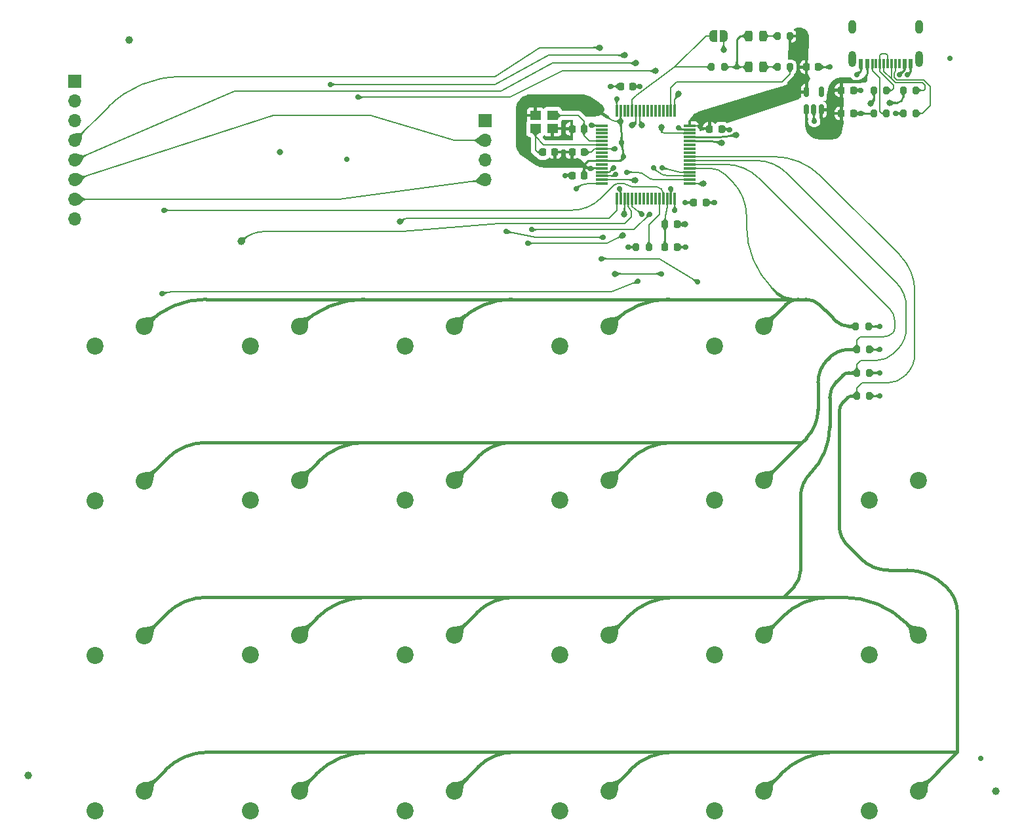
<source format=gbr>
%TF.GenerationSoftware,KiCad,Pcbnew,7.0.9*%
%TF.CreationDate,2023-12-17T15:27:51-08:00*%
%TF.ProjectId,MicroTrainer,4d696372-6f54-4726-9169-6e65722e6b69,rev?*%
%TF.SameCoordinates,Original*%
%TF.FileFunction,Copper,L1,Top*%
%TF.FilePolarity,Positive*%
%FSLAX46Y46*%
G04 Gerber Fmt 4.6, Leading zero omitted, Abs format (unit mm)*
G04 Created by KiCad (PCBNEW 7.0.9) date 2023-12-17 15:27:51*
%MOMM*%
%LPD*%
G01*
G04 APERTURE LIST*
G04 Aperture macros list*
%AMRoundRect*
0 Rectangle with rounded corners*
0 $1 Rounding radius*
0 $2 $3 $4 $5 $6 $7 $8 $9 X,Y pos of 4 corners*
0 Add a 4 corners polygon primitive as box body*
4,1,4,$2,$3,$4,$5,$6,$7,$8,$9,$2,$3,0*
0 Add four circle primitives for the rounded corners*
1,1,$1+$1,$2,$3*
1,1,$1+$1,$4,$5*
1,1,$1+$1,$6,$7*
1,1,$1+$1,$8,$9*
0 Add four rect primitives between the rounded corners*
20,1,$1+$1,$2,$3,$4,$5,0*
20,1,$1+$1,$4,$5,$6,$7,0*
20,1,$1+$1,$6,$7,$8,$9,0*
20,1,$1+$1,$8,$9,$2,$3,0*%
%AMFreePoly0*
4,1,19,0.550000,-0.750000,0.000000,-0.750000,0.000000,-0.744911,-0.071157,-0.744911,-0.207708,-0.704816,-0.327430,-0.627875,-0.420627,-0.520320,-0.479746,-0.390866,-0.500000,-0.250000,-0.500000,0.250000,-0.479746,0.390866,-0.420627,0.520320,-0.327430,0.627875,-0.207708,0.704816,-0.071157,0.744911,0.000000,0.744911,0.000000,0.750000,0.550000,0.750000,0.550000,-0.750000,0.550000,-0.750000,
$1*%
%AMFreePoly1*
4,1,19,0.000000,0.744911,0.071157,0.744911,0.207708,0.704816,0.327430,0.627875,0.420627,0.520320,0.479746,0.390866,0.500000,0.250000,0.500000,-0.250000,0.479746,-0.390866,0.420627,-0.520320,0.327430,-0.627875,0.207708,-0.704816,0.071157,-0.744911,0.000000,-0.744911,0.000000,-0.750000,-0.550000,-0.750000,-0.550000,0.750000,0.000000,0.750000,0.000000,0.744911,0.000000,0.744911,
$1*%
G04 Aperture macros list end*
%TA.AperFunction,SMDPad,CuDef*%
%ADD10RoundRect,0.200000X-0.200000X-0.275000X0.200000X-0.275000X0.200000X0.275000X-0.200000X0.275000X0*%
%TD*%
%TA.AperFunction,ComponentPad*%
%ADD11R,1.700000X1.700000*%
%TD*%
%TA.AperFunction,ComponentPad*%
%ADD12O,1.700000X1.700000*%
%TD*%
%TA.AperFunction,ComponentPad*%
%ADD13C,2.200000*%
%TD*%
%TA.AperFunction,SMDPad,CuDef*%
%ADD14RoundRect,0.225000X-0.225000X-0.250000X0.225000X-0.250000X0.225000X0.250000X-0.225000X0.250000X0*%
%TD*%
%TA.AperFunction,SMDPad,CuDef*%
%ADD15R,1.400000X1.200000*%
%TD*%
%TA.AperFunction,SMDPad,CuDef*%
%ADD16RoundRect,0.075000X-0.700000X-0.075000X0.700000X-0.075000X0.700000X0.075000X-0.700000X0.075000X0*%
%TD*%
%TA.AperFunction,SMDPad,CuDef*%
%ADD17RoundRect,0.075000X-0.075000X-0.700000X0.075000X-0.700000X0.075000X0.700000X-0.075000X0.700000X0*%
%TD*%
%TA.AperFunction,SMDPad,CuDef*%
%ADD18R,0.600000X1.240000*%
%TD*%
%TA.AperFunction,SMDPad,CuDef*%
%ADD19R,0.300000X1.240000*%
%TD*%
%TA.AperFunction,ComponentPad*%
%ADD20O,1.000000X2.100000*%
%TD*%
%TA.AperFunction,ComponentPad*%
%ADD21O,1.000000X1.800000*%
%TD*%
%TA.AperFunction,SMDPad,CuDef*%
%ADD22RoundRect,0.225000X0.225000X0.250000X-0.225000X0.250000X-0.225000X-0.250000X0.225000X-0.250000X0*%
%TD*%
%TA.AperFunction,SMDPad,CuDef*%
%ADD23FreePoly0,0.000000*%
%TD*%
%TA.AperFunction,SMDPad,CuDef*%
%ADD24FreePoly1,0.000000*%
%TD*%
%TA.AperFunction,SMDPad,CuDef*%
%ADD25RoundRect,0.243750X-0.243750X-0.456250X0.243750X-0.456250X0.243750X0.456250X-0.243750X0.456250X0*%
%TD*%
%TA.AperFunction,SMDPad,CuDef*%
%ADD26C,1.000000*%
%TD*%
%TA.AperFunction,SMDPad,CuDef*%
%ADD27RoundRect,0.150000X0.150000X-0.512500X0.150000X0.512500X-0.150000X0.512500X-0.150000X-0.512500X0*%
%TD*%
%TA.AperFunction,ViaPad*%
%ADD28C,0.700000*%
%TD*%
%TA.AperFunction,ViaPad*%
%ADD29C,0.800000*%
%TD*%
%TA.AperFunction,ViaPad*%
%ADD30C,1.000000*%
%TD*%
%TA.AperFunction,Conductor*%
%ADD31C,0.180000*%
%TD*%
%TA.AperFunction,Conductor*%
%ADD32C,0.250000*%
%TD*%
%TA.AperFunction,Conductor*%
%ADD33C,0.400000*%
%TD*%
G04 APERTURE END LIST*
D10*
%TO.P,R4,1*%
%TO.N,/PC9*%
X125000000Y-69000000D03*
%TO.P,R4,2*%
%TO.N,GND*%
X126650000Y-69000000D03*
%TD*%
D11*
%TO.P,J4,1,Pin_1*%
%TO.N,/PB12SDCS*%
X77000000Y-33440000D03*
D12*
%TO.P,J4,2,Pin_2*%
%TO.N,/PB15MOSI*%
X77000000Y-35980000D03*
%TO.P,J4,3,Pin_3*%
%TO.N,/PB14MISO*%
X77000000Y-38520000D03*
%TO.P,J4,4,Pin_4*%
%TO.N,/PB13SCK*%
X77000000Y-41060000D03*
%TD*%
D13*
%TO.P,SW24,1,1*%
%TO.N,/PC9*%
X133000000Y-120000000D03*
%TO.P,SW24,2,2*%
%TO.N,/PA0*%
X126650000Y-122540000D03*
%TD*%
%TO.P,SW8,1,1*%
%TO.N,/PC7*%
X53000000Y-79920000D03*
%TO.P,SW8,2,2*%
%TO.N,/PA4*%
X46650000Y-82460000D03*
%TD*%
%TO.P,SW5,1,1*%
%TO.N,/PC6*%
X113000000Y-60000000D03*
%TO.P,SW5,2,2*%
%TO.N,/PA1*%
X106650000Y-62540000D03*
%TD*%
%TO.P,SW4,1,1*%
%TO.N,/PC6*%
X93000000Y-60000000D03*
%TO.P,SW4,2,2*%
%TO.N,/PA2*%
X86650000Y-62540000D03*
%TD*%
%TO.P,SW21,1,1*%
%TO.N,/PC9*%
X73000000Y-120000000D03*
%TO.P,SW21,2,2*%
%TO.N,/PA3*%
X66650000Y-122540000D03*
%TD*%
%TO.P,SW17,1,1*%
%TO.N,/PC8*%
X113000000Y-99920000D03*
%TO.P,SW17,2,2*%
%TO.N,/PA1*%
X106650000Y-102460000D03*
%TD*%
%TO.P,SW11,1,1*%
%TO.N,/PC7*%
X113000000Y-79920000D03*
%TO.P,SW11,2,2*%
%TO.N,/PA1*%
X106650000Y-82460000D03*
%TD*%
%TO.P,SW9,1,1*%
%TO.N,/PC7*%
X73000000Y-79920000D03*
%TO.P,SW9,2,2*%
%TO.N,/PA3*%
X66650000Y-82460000D03*
%TD*%
%TO.P,SW2,1,1*%
%TO.N,/PC6*%
X53000000Y-60000000D03*
%TO.P,SW2,2,2*%
%TO.N,/PA4*%
X46650000Y-62540000D03*
%TD*%
%TO.P,SW23,1,1*%
%TO.N,/PC9*%
X113000000Y-120000000D03*
%TO.P,SW23,2,2*%
%TO.N,/PA1*%
X106650000Y-122540000D03*
%TD*%
%TO.P,SW22,1,1*%
%TO.N,/PC9*%
X93000000Y-120000000D03*
%TO.P,SW22,2,2*%
%TO.N,/PA2*%
X86650000Y-122540000D03*
%TD*%
%TO.P,SW10,1,1*%
%TO.N,/PC7*%
X93000000Y-79920000D03*
%TO.P,SW10,2,2*%
%TO.N,/PA2*%
X86650000Y-82460000D03*
%TD*%
%TO.P,SW20,1,1*%
%TO.N,/PC9*%
X53000000Y-120000000D03*
%TO.P,SW20,2,2*%
%TO.N,/PA4*%
X46650000Y-122540000D03*
%TD*%
%TO.P,SW19,1,1*%
%TO.N,/PC9*%
X33000000Y-120000000D03*
%TO.P,SW19,2,2*%
%TO.N,/PA5*%
X26650000Y-122540000D03*
%TD*%
%TO.P,SW18,1,1*%
%TO.N,/PC8*%
X133000000Y-99920000D03*
%TO.P,SW18,2,2*%
%TO.N,/PA0*%
X126650000Y-102460000D03*
%TD*%
%TO.P,SW16,1,1*%
%TO.N,/PC8*%
X93000000Y-99920000D03*
%TO.P,SW16,2,2*%
%TO.N,/PA2*%
X86650000Y-102460000D03*
%TD*%
%TO.P,SW7,1,1*%
%TO.N,/PC7*%
X33000000Y-80000000D03*
%TO.P,SW7,2,2*%
%TO.N,/PA5*%
X26650000Y-82540000D03*
%TD*%
%TO.P,SW15,1,1*%
%TO.N,/PC8*%
X73000000Y-99920000D03*
%TO.P,SW15,2,2*%
%TO.N,/PA3*%
X66650000Y-102460000D03*
%TD*%
%TO.P,SW14,1,1*%
%TO.N,/PC8*%
X53000000Y-99920000D03*
%TO.P,SW14,2,2*%
%TO.N,/PA4*%
X46650000Y-102460000D03*
%TD*%
%TO.P,SW13,1,1*%
%TO.N,/PC8*%
X33000000Y-100000000D03*
%TO.P,SW13,2,2*%
%TO.N,/PA5*%
X26650000Y-102540000D03*
%TD*%
%TO.P,SW3,1,1*%
%TO.N,/PC6*%
X73000000Y-60000000D03*
%TO.P,SW3,2,2*%
%TO.N,/PA3*%
X66650000Y-62540000D03*
%TD*%
%TO.P,SW1,1,1*%
%TO.N,/PC6*%
X33000000Y-60000000D03*
%TO.P,SW1,2,2*%
%TO.N,/PA5*%
X26650000Y-62540000D03*
%TD*%
D14*
%TO.P,C4,1*%
%TO.N,+3V3*%
X88225000Y-40500000D03*
%TO.P,C4,2*%
%TO.N,GND*%
X89775000Y-40500000D03*
%TD*%
%TO.P,C1,1*%
%TO.N,+5V*%
X123000000Y-29500000D03*
%TO.P,C1,2*%
%TO.N,GND*%
X124550000Y-29500000D03*
%TD*%
D10*
%TO.P,R1,1*%
%TO.N,/PC6*%
X124850000Y-60000000D03*
%TO.P,R1,2*%
%TO.N,GND*%
X126500000Y-60000000D03*
%TD*%
%TO.P,R3,1*%
%TO.N,/PC8*%
X125000000Y-66000000D03*
%TO.P,R3,2*%
%TO.N,GND*%
X126650000Y-66000000D03*
%TD*%
%TO.P,R2,1*%
%TO.N,/PC7*%
X125000000Y-63000000D03*
%TO.P,R2,2*%
%TO.N,GND*%
X126650000Y-63000000D03*
%TD*%
D14*
%TO.P,C2,1*%
%TO.N,+5V*%
X123000000Y-32500000D03*
%TO.P,C2,2*%
%TO.N,GND*%
X124550000Y-32500000D03*
%TD*%
%TO.P,C3,1*%
%TO.N,+3V3*%
X118500000Y-26500000D03*
%TO.P,C3,2*%
%TO.N,GND*%
X120050000Y-26500000D03*
%TD*%
D11*
%TO.P,J5,1,Pin_1*%
%TO.N,+5V*%
X24000000Y-28360000D03*
D12*
%TO.P,J5,2,Pin_2*%
%TO.N,GND*%
X24000000Y-30900000D03*
%TO.P,J5,3,Pin_3*%
%TO.N,/PB10LCDCS*%
X24000000Y-33440000D03*
%TO.P,J5,4,Pin_4*%
%TO.N,/PB7LCDRST*%
X24000000Y-35980000D03*
%TO.P,J5,5,Pin_5*%
%TO.N,/PB6LCDA0*%
X24000000Y-38520000D03*
%TO.P,J5,6,Pin_6*%
%TO.N,/PB15MOSI*%
X24000000Y-41060000D03*
%TO.P,J5,7,Pin_7*%
%TO.N,/PB13SCK*%
X24000000Y-43600000D03*
%TO.P,J5,8,Pin_8*%
%TO.N,+3V3*%
X24000000Y-46140000D03*
%TD*%
D14*
%TO.P,C8,1*%
%TO.N,Net-(U3-VCAP_1)*%
X100225000Y-46800000D03*
%TO.P,C8,2*%
%TO.N,GND*%
X101775000Y-46800000D03*
%TD*%
D10*
%TO.P,R5,1*%
%TO.N,GND*%
X131000000Y-32500000D03*
%TO.P,R5,2*%
%TO.N,Net-(J6-CC1)*%
X132650000Y-32500000D03*
%TD*%
D15*
%TO.P,Y1,1,1*%
%TO.N,Net-(U3-PH0)*%
X85700000Y-32750000D03*
%TO.P,Y1,2,2*%
%TO.N,GND*%
X83500000Y-32750000D03*
%TO.P,Y1,3,3*%
%TO.N,Net-(U3-PH1)*%
X83500000Y-34450000D03*
%TO.P,Y1,4,4*%
%TO.N,GND*%
X85700000Y-34450000D03*
%TD*%
D10*
%TO.P,R8,1*%
%TO.N,/DMINUS*%
X131000000Y-29500000D03*
%TO.P,R8,2*%
%TO.N,Net-(J6-D--PadA7)*%
X132650000Y-29500000D03*
%TD*%
D16*
%TO.P,U3,1,VBAT*%
%TO.N,+3V3*%
X92075000Y-34075000D03*
%TO.P,U3,2,PC13*%
%TO.N,unconnected-(U3-PC13-Pad2)*%
X92075000Y-34575000D03*
%TO.P,U3,3,PC14*%
%TO.N,unconnected-(U3-PC14-Pad3)*%
X92075000Y-35075000D03*
%TO.P,U3,4,PC15*%
%TO.N,unconnected-(U3-PC15-Pad4)*%
X92075000Y-35575000D03*
%TO.P,U3,5,PH0*%
%TO.N,Net-(U3-PH0)*%
X92075000Y-36075000D03*
%TO.P,U3,6,PH1*%
%TO.N,Net-(U3-PH1)*%
X92075000Y-36575000D03*
%TO.P,U3,7,NRST*%
%TO.N,/NRST*%
X92075000Y-37075000D03*
%TO.P,U3,8,PC0*%
%TO.N,unconnected-(U3-PC0-Pad8)*%
X92075000Y-37575000D03*
%TO.P,U3,9,PC1*%
%TO.N,unconnected-(U3-PC1-Pad9)*%
X92075000Y-38075000D03*
%TO.P,U3,10,PC2*%
%TO.N,GND*%
X92075000Y-38575000D03*
%TO.P,U3,11,PC3*%
%TO.N,unconnected-(U3-PC3-Pad11)*%
X92075000Y-39075000D03*
%TO.P,U3,12,VSSA*%
%TO.N,GND*%
X92075000Y-39575000D03*
%TO.P,U3,13,VDDA*%
%TO.N,+3V3*%
X92075000Y-40075000D03*
%TO.P,U3,14,PA0*%
%TO.N,/PA0*%
X92075000Y-40575000D03*
%TO.P,U3,15,PA1*%
%TO.N,/PA1*%
X92075000Y-41075000D03*
%TO.P,U3,16,PA2*%
%TO.N,/PA2*%
X92075000Y-41575000D03*
D17*
%TO.P,U3,17,PA3*%
%TO.N,/PA3*%
X94000000Y-43500000D03*
%TO.P,U3,18,VSS*%
%TO.N,GND*%
X94500000Y-43500000D03*
%TO.P,U3,19,VDD*%
%TO.N,+3V3*%
X95000000Y-43500000D03*
%TO.P,U3,20,PA4*%
%TO.N,/PA4*%
X95500000Y-43500000D03*
%TO.P,U3,21,PA5*%
%TO.N,/PA5*%
X96000000Y-43500000D03*
%TO.P,U3,22,PA6*%
%TO.N,unconnected-(U3-PA6-Pad22)*%
X96500000Y-43500000D03*
%TO.P,U3,23,PA7*%
%TO.N,unconnected-(U3-PA7-Pad23)*%
X97000000Y-43500000D03*
%TO.P,U3,24,PC4*%
%TO.N,unconnected-(U3-PC4-Pad24)*%
X97500000Y-43500000D03*
%TO.P,U3,25,PC5*%
%TO.N,unconnected-(U3-PC5-Pad25)*%
X98000000Y-43500000D03*
%TO.P,U3,26,PB0*%
%TO.N,unconnected-(U3-PB0-Pad26)*%
X98500000Y-43500000D03*
%TO.P,U3,27,PB1*%
%TO.N,unconnected-(U3-PB1-Pad27)*%
X99000000Y-43500000D03*
%TO.P,U3,28,PB2*%
%TO.N,/BOOT1*%
X99500000Y-43500000D03*
%TO.P,U3,29,PB10*%
%TO.N,/PB10LCDCS*%
X100000000Y-43500000D03*
%TO.P,U3,30,VCAP_1*%
%TO.N,Net-(U3-VCAP_1)*%
X100500000Y-43500000D03*
%TO.P,U3,31,VSS*%
%TO.N,GND*%
X101000000Y-43500000D03*
%TO.P,U3,32,VDD*%
%TO.N,+3V3*%
X101500000Y-43500000D03*
D16*
%TO.P,U3,33,PB12*%
%TO.N,/PB12SDCS*%
X103425000Y-41575000D03*
%TO.P,U3,34,PB13*%
%TO.N,/PB13SCK*%
X103425000Y-41075000D03*
%TO.P,U3,35,PB14*%
%TO.N,/PB14MISO*%
X103425000Y-40575000D03*
%TO.P,U3,36,PB15*%
%TO.N,/PB15MOSI*%
X103425000Y-40075000D03*
%TO.P,U3,37,PC6*%
%TO.N,/PC6*%
X103425000Y-39575000D03*
%TO.P,U3,38,PC7*%
%TO.N,/PC7*%
X103425000Y-39075000D03*
%TO.P,U3,39,PC8*%
%TO.N,/PC8*%
X103425000Y-38575000D03*
%TO.P,U3,40,PC9*%
%TO.N,/PC9*%
X103425000Y-38075000D03*
%TO.P,U3,41,PA8*%
%TO.N,unconnected-(U3-PA8-Pad41)*%
X103425000Y-37575000D03*
%TO.P,U3,42,PA9*%
%TO.N,unconnected-(U3-PA9-Pad42)*%
X103425000Y-37075000D03*
%TO.P,U3,43,PA10*%
%TO.N,unconnected-(U3-PA10-Pad43)*%
X103425000Y-36575000D03*
%TO.P,U3,44,PA11*%
%TO.N,/DMINUS*%
X103425000Y-36075000D03*
%TO.P,U3,45,PA12*%
%TO.N,/DPLUS*%
X103425000Y-35575000D03*
%TO.P,U3,46,PA13*%
%TO.N,/SWDIO*%
X103425000Y-35075000D03*
%TO.P,U3,47,VSS*%
%TO.N,GND*%
X103425000Y-34575000D03*
%TO.P,U3,48,VDD*%
%TO.N,+3V3*%
X103425000Y-34075000D03*
D17*
%TO.P,U3,49,PA14*%
%TO.N,/SWCLK*%
X101500000Y-32150000D03*
%TO.P,U3,50,PA15*%
%TO.N,/PA15LED*%
X101000000Y-32150000D03*
%TO.P,U3,51,PC10*%
%TO.N,unconnected-(U3-PC10-Pad51)*%
X100500000Y-32150000D03*
%TO.P,U3,52,PC11*%
%TO.N,unconnected-(U3-PC11-Pad52)*%
X100000000Y-32150000D03*
%TO.P,U3,53,PC12*%
%TO.N,unconnected-(U3-PC12-Pad53)*%
X99500000Y-32150000D03*
%TO.P,U3,54,PD2*%
%TO.N,unconnected-(U3-PD2-Pad54)*%
X99000000Y-32150000D03*
%TO.P,U3,55,PB3*%
%TO.N,unconnected-(U3-PB3-Pad55)*%
X98500000Y-32150000D03*
%TO.P,U3,56,PB4*%
%TO.N,unconnected-(U3-PB4-Pad56)*%
X98000000Y-32150000D03*
%TO.P,U3,57,PB5*%
%TO.N,unconnected-(U3-PB5-Pad57)*%
X97500000Y-32150000D03*
%TO.P,U3,58,PB6*%
%TO.N,/PB6LCDA0*%
X97000000Y-32150000D03*
%TO.P,U3,59,PB7*%
%TO.N,/PB7LCDRST*%
X96500000Y-32150000D03*
%TO.P,U3,60,BOOT0*%
%TO.N,/BOOT0*%
X96000000Y-32150000D03*
%TO.P,U3,61,PB8*%
%TO.N,unconnected-(U3-PB8-Pad61)*%
X95500000Y-32150000D03*
%TO.P,U3,62,PB9*%
%TO.N,unconnected-(U3-PB9-Pad62)*%
X95000000Y-32150000D03*
%TO.P,U3,63,VSS*%
%TO.N,GND*%
X94500000Y-32150000D03*
%TO.P,U3,64,VDD*%
%TO.N,+3V3*%
X94000000Y-32150000D03*
%TD*%
D10*
%TO.P,R9,1*%
%TO.N,/BOOT0*%
X106250000Y-26500000D03*
%TO.P,R9,2*%
%TO.N,GND*%
X107900000Y-26500000D03*
%TD*%
%TO.P,R12,1*%
%TO.N,GND*%
X96500000Y-49750000D03*
%TO.P,R12,2*%
%TO.N,/BOOT1*%
X98150000Y-49750000D03*
%TD*%
D14*
%TO.P,C7,1*%
%TO.N,+3V3*%
X94500000Y-29000000D03*
%TO.P,C7,2*%
%TO.N,GND*%
X96050000Y-29000000D03*
%TD*%
D18*
%TO.P,J6,A1,GND*%
%TO.N,GND*%
X131950000Y-26100000D03*
%TO.P,J6,A4,VBUS*%
%TO.N,+5V*%
X131150000Y-26100000D03*
D19*
%TO.P,J6,A5,CC1*%
%TO.N,Net-(J6-CC1)*%
X130000000Y-26100000D03*
%TO.P,J6,A6,D+*%
%TO.N,Net-(J6-D+-PadA6)*%
X129000000Y-26100000D03*
%TO.P,J6,A7,D-*%
%TO.N,Net-(J6-D--PadA7)*%
X128500000Y-26100000D03*
%TO.P,J6,A8,SBU1*%
%TO.N,unconnected-(J6-SBU1-PadA8)*%
X127500000Y-26100000D03*
D18*
%TO.P,J6,A9,VBUS*%
%TO.N,+5V*%
X126350000Y-26100000D03*
%TO.P,J6,A12,GND*%
%TO.N,GND*%
X125550000Y-26100000D03*
%TO.P,J6,B1,GND*%
X125550000Y-26100000D03*
%TO.P,J6,B4,VBUS*%
%TO.N,+5V*%
X126350000Y-26100000D03*
D19*
%TO.P,J6,B5,CC2*%
%TO.N,Net-(J6-CC2)*%
X127000000Y-26100000D03*
%TO.P,J6,B6,D+*%
%TO.N,Net-(J6-D+-PadA6)*%
X128000000Y-26100000D03*
%TO.P,J6,B7,D-*%
%TO.N,Net-(J6-D--PadA7)*%
X129500000Y-26100000D03*
%TO.P,J6,B8,SBU2*%
%TO.N,unconnected-(J6-SBU2-PadB8)*%
X130500000Y-26100000D03*
D18*
%TO.P,J6,B9,VBUS*%
%TO.N,+5V*%
X131150000Y-26100000D03*
%TO.P,J6,B12,GND*%
%TO.N,GND*%
X131950000Y-26100000D03*
D20*
%TO.P,J6,S1,SHIELD*%
X133070000Y-25500000D03*
D21*
X133070000Y-21300000D03*
D20*
X124430000Y-25500000D03*
D21*
X124430000Y-21300000D03*
%TD*%
D10*
%TO.P,R11,1*%
%TO.N,Net-(D2-A)*%
X114725000Y-26500000D03*
%TO.P,R11,2*%
%TO.N,/PA15LED*%
X116375000Y-26500000D03*
%TD*%
D22*
%TO.P,C11,1*%
%TO.N,GND*%
X86000000Y-37500000D03*
%TO.P,C11,2*%
%TO.N,Net-(U3-PH1)*%
X84450000Y-37500000D03*
%TD*%
D10*
%TO.P,R6,1*%
%TO.N,GND*%
X127175000Y-32500000D03*
%TO.P,R6,2*%
%TO.N,Net-(J6-CC2)*%
X128825000Y-32500000D03*
%TD*%
D23*
%TO.P,JP1,1,A*%
%TO.N,/BOOT0*%
X106500000Y-22500000D03*
D24*
%TO.P,JP1,2,B*%
%TO.N,+3V3*%
X107800000Y-22500000D03*
%TD*%
D14*
%TO.P,C6,1*%
%TO.N,+3V3*%
X103950000Y-44000000D03*
%TO.P,C6,2*%
%TO.N,GND*%
X105500000Y-44000000D03*
%TD*%
D13*
%TO.P,SW25,1,1*%
%TO.N,/NRST*%
X133000000Y-79920000D03*
%TO.P,SW25,2,2*%
%TO.N,GND*%
X126650000Y-82460000D03*
%TD*%
D25*
%TO.P,D2,1,K*%
%TO.N,GND*%
X111000000Y-26500000D03*
%TO.P,D2,2,A*%
%TO.N,Net-(D2-A)*%
X112875000Y-26500000D03*
%TD*%
D14*
%TO.P,C9,1*%
%TO.N,Net-(U3-VCAP_1)*%
X100225000Y-49750000D03*
%TO.P,C9,2*%
%TO.N,GND*%
X101775000Y-49750000D03*
%TD*%
D10*
%TO.P,R7,1*%
%TO.N,/DPLUS*%
X127175000Y-29500000D03*
%TO.P,R7,2*%
%TO.N,Net-(J6-D+-PadA6)*%
X128825000Y-29500000D03*
%TD*%
D14*
%TO.P,C5,1*%
%TO.N,+3V3*%
X106000000Y-34500000D03*
%TO.P,C5,2*%
%TO.N,GND*%
X107550000Y-34500000D03*
%TD*%
D26*
%TO.P,FID1,*%
%TO.N,*%
X31000000Y-23000000D03*
%TD*%
D25*
%TO.P,D1,1,K*%
%TO.N,GND*%
X111000000Y-22500000D03*
%TO.P,D1,2,A*%
%TO.N,Net-(D1-A)*%
X112875000Y-22500000D03*
%TD*%
D14*
%TO.P,C12,1*%
%TO.N,GND*%
X88225000Y-37500000D03*
%TO.P,C12,2*%
%TO.N,/NRST*%
X89775000Y-37500000D03*
%TD*%
D27*
%TO.P,U1,1,IN*%
%TO.N,+5V*%
X118500000Y-32000000D03*
%TO.P,U1,2,GND*%
%TO.N,GND*%
X119450000Y-32000000D03*
%TO.P,U1,3,EN*%
%TO.N,+5V*%
X120400000Y-32000000D03*
%TO.P,U1,4,NC*%
%TO.N,unconnected-(U1-NC-Pad4)*%
X120400000Y-29725000D03*
%TO.P,U1,5,OUT*%
%TO.N,+3V3*%
X118500000Y-29725000D03*
%TD*%
D10*
%TO.P,R10,1*%
%TO.N,Net-(D1-A)*%
X114725000Y-22500000D03*
%TO.P,R10,2*%
%TO.N,+3V3*%
X116375000Y-22500000D03*
%TD*%
D14*
%TO.P,C10,1*%
%TO.N,GND*%
X88225000Y-34500000D03*
%TO.P,C10,2*%
%TO.N,Net-(U3-PH0)*%
X89775000Y-34500000D03*
%TD*%
D26*
%TO.P,FID3,*%
%TO.N,*%
X143000000Y-120000000D03*
%TD*%
%TO.P,FID2,*%
%TO.N,*%
X18000000Y-118000000D03*
%TD*%
D28*
%TO.N,GND*%
X125000000Y-27500000D03*
X87125000Y-34500000D03*
X128000000Y-66000000D03*
X128000000Y-60000000D03*
X90600000Y-39600000D03*
X95500000Y-49750000D03*
X121500000Y-26500000D03*
X141000000Y-115800000D03*
X82000000Y-32750000D03*
X125500000Y-32500000D03*
X128000000Y-63000000D03*
X137000000Y-25400000D03*
X87125000Y-37500000D03*
X94625000Y-36250000D03*
X101000000Y-42200000D03*
X102902195Y-49750000D03*
X131500000Y-27500000D03*
D29*
X102800000Y-46800000D03*
D28*
X91430000Y-32040000D03*
X94500000Y-33500000D03*
X94400000Y-42200000D03*
X130000000Y-32500000D03*
X102000000Y-34375000D03*
X125500000Y-29500000D03*
X97000000Y-29000000D03*
X128000000Y-69000000D03*
X119500000Y-33500000D03*
X94875000Y-38125000D03*
X108600000Y-34600000D03*
X106600000Y-44000000D03*
X109500000Y-26500000D03*
D29*
X50500000Y-37500000D03*
D28*
%TO.N,+5V*%
X126000000Y-28174500D03*
D30*
X121770000Y-34580000D03*
X121770000Y-29500000D03*
D28*
X130500000Y-27500000D03*
D29*
X121980000Y-30960000D03*
D30*
%TO.N,+3V3*%
X118500000Y-28000000D03*
D28*
X93200000Y-29000000D03*
X87300000Y-40500000D03*
X102800000Y-44000000D03*
X93574198Y-39527284D03*
D30*
X114500000Y-30250000D03*
D28*
X101500000Y-45000000D03*
X59137868Y-38420000D03*
D29*
X94988391Y-45510488D03*
D28*
X94000000Y-30600000D03*
X90750000Y-34000000D03*
D30*
X117450000Y-28000000D03*
D29*
X107800000Y-24300000D03*
D28*
X104800000Y-34200000D03*
%TO.N,/SWDIO*%
X60600000Y-30400000D03*
D29*
X99750000Y-34250000D03*
X99000000Y-27000000D03*
%TO.N,/SWCLK*%
X95000000Y-25000000D03*
X101960000Y-29940000D03*
D28*
X57000000Y-28750000D03*
%TO.N,/PB15MOSI*%
X99860500Y-39500000D03*
X83000000Y-47500000D03*
X98250000Y-45500000D03*
D29*
%TO.N,/PB14MISO*%
X94750000Y-48250000D03*
D28*
X82500000Y-49250000D03*
X98750000Y-39500000D03*
%TO.N,/PB13SCK*%
X95250000Y-40075000D03*
X92250000Y-48500000D03*
X79750000Y-47750000D03*
D29*
%TO.N,/PB12SDCS*%
X105175000Y-41575000D03*
D28*
%TO.N,/NRST*%
X93750000Y-37075000D03*
%TO.N,/PA0*%
X92000000Y-51250000D03*
X93875000Y-40375000D03*
X104475000Y-54275000D03*
D29*
%TO.N,/PA1*%
X96360000Y-41140000D03*
D28*
X99750000Y-53200000D03*
D29*
X93750000Y-53200000D03*
D28*
%TO.N,/PA2*%
X88750000Y-42250000D03*
D29*
%TO.N,/PA3*%
X66000000Y-46500000D03*
D30*
%TO.N,/PA4*%
X45500000Y-49000000D03*
D28*
%TO.N,/PA5*%
X97250000Y-45500000D03*
X35250000Y-55750000D03*
X96720000Y-54200000D03*
D29*
%TO.N,/DPLUS*%
X109400000Y-35275500D03*
X126800000Y-31200000D03*
%TO.N,/DMINUS*%
X107600000Y-36299500D03*
X129250000Y-31125000D03*
%TO.N,/PB7LCDRST*%
X91787500Y-24000000D03*
X96000000Y-34000000D03*
D28*
%TO.N,/PB10LCDCS*%
X35500000Y-45000000D03*
D29*
%TO.N,/PB6LCDA0*%
X97250000Y-34000000D03*
X96500000Y-26000000D03*
%TD*%
D31*
%TO.N,+3V3*%
X93026482Y-40075000D02*
X92075000Y-40075000D01*
X93574198Y-39527284D02*
X93026482Y-40075000D01*
%TO.N,GND*%
X109500000Y-26500000D02*
X107900000Y-26500000D01*
X87125000Y-37500000D02*
X87500000Y-37500000D01*
D32*
X101775000Y-46800000D02*
X102800000Y-46800000D01*
D31*
X89950000Y-39600000D02*
X89775000Y-39775000D01*
D32*
X124550000Y-32500000D02*
X125500000Y-32500000D01*
X109900000Y-22500000D02*
X109500000Y-22900000D01*
D31*
X87125000Y-37500000D02*
X87300000Y-37500000D01*
D32*
X90300000Y-38575000D02*
X89775000Y-39100000D01*
D31*
X94500000Y-33500000D02*
X93746358Y-33500000D01*
X92075000Y-39575000D02*
X90625000Y-39575000D01*
D32*
X94875000Y-38125000D02*
X94625000Y-36250000D01*
X125550000Y-26950000D02*
X125000000Y-27500000D01*
X125550000Y-26100000D02*
X125550000Y-26950000D01*
X89775000Y-39100000D02*
X89775000Y-40500000D01*
D31*
X103425000Y-34575000D02*
X102200000Y-34575000D01*
X87125000Y-34500000D02*
X86950000Y-34450000D01*
X90625000Y-39575000D02*
X90600000Y-39600000D01*
X94400000Y-42200000D02*
X94500000Y-42300000D01*
X95500000Y-49750000D02*
X96500000Y-49750000D01*
D32*
X131950000Y-26100000D02*
X131950000Y-27050000D01*
D31*
X93197390Y-33272610D02*
X92757749Y-32942251D01*
D32*
X111000000Y-22500000D02*
X109900000Y-22500000D01*
X120050000Y-26500000D02*
X121500000Y-26500000D01*
X119450000Y-32000000D02*
X119450000Y-33450000D01*
X124550000Y-29500000D02*
X125500000Y-29500000D01*
D31*
X101000000Y-43500000D02*
X101000000Y-42200000D01*
X111000000Y-26500000D02*
X109500000Y-26500000D01*
D32*
X119450000Y-33450000D02*
X119500000Y-33500000D01*
D31*
X94500000Y-32150000D02*
X94500000Y-33500000D01*
D32*
X126500000Y-60000000D02*
X128000000Y-60000000D01*
X131950000Y-27050000D02*
X131500000Y-27500000D01*
D31*
X94500000Y-42300000D02*
X94500000Y-43500000D01*
D32*
X92075000Y-38575000D02*
X94425000Y-38575000D01*
X126650000Y-66000000D02*
X128000000Y-66000000D01*
D31*
X105500000Y-44000000D02*
X106600000Y-44000000D01*
X107550000Y-34500000D02*
X108150000Y-34500000D01*
X102902195Y-49750000D02*
X101775000Y-49750000D01*
D32*
X94625000Y-36250000D02*
X94500000Y-33500000D01*
X126650000Y-69000000D02*
X128000000Y-69000000D01*
D31*
X108150000Y-34500000D02*
X108600000Y-34600000D01*
X89775000Y-39775000D02*
X89775000Y-40500000D01*
D32*
X94425000Y-38575000D02*
X94875000Y-38125000D01*
X92075000Y-38575000D02*
X90300000Y-38575000D01*
D31*
X90600000Y-39600000D02*
X89950000Y-39600000D01*
D32*
X126675000Y-32500000D02*
X125500000Y-32500000D01*
D31*
X83500000Y-32750000D02*
X82000000Y-32750000D01*
D32*
X126650000Y-63000000D02*
X128000000Y-63000000D01*
D31*
X88225000Y-34500000D02*
X87125000Y-34500000D01*
D33*
X92757749Y-32942251D02*
X91430000Y-32040000D01*
D31*
X96050000Y-29000000D02*
X97000000Y-29000000D01*
X87500000Y-37500000D02*
X88225000Y-37500000D01*
D32*
X109500000Y-22900000D02*
X109500000Y-26500000D01*
D31*
X86950000Y-34450000D02*
X85700000Y-34450000D01*
D32*
X131000000Y-32500000D02*
X130000000Y-32500000D01*
D31*
X87300000Y-37500000D02*
X86000000Y-37500000D01*
X102000000Y-34375000D02*
G75*
G03*
X102200000Y-34575000I200000J0D01*
G01*
X93197402Y-33272598D02*
G75*
G03*
X93746358Y-33500000I548998J548998D01*
G01*
D32*
%TO.N,+5V*%
X131150000Y-26850000D02*
X130500000Y-27500000D01*
X120520000Y-33080000D02*
X120520000Y-34000000D01*
X123000000Y-29500000D02*
X122000000Y-29500000D01*
X120400000Y-32960000D02*
X120520000Y-33080000D01*
X119010000Y-34500000D02*
X118500000Y-33990000D01*
X126000000Y-28174500D02*
X126375000Y-27250000D01*
X131150000Y-26100000D02*
X131150000Y-26850000D01*
X120520000Y-34000000D02*
X120020000Y-34500000D01*
X120020000Y-34500000D02*
X119010000Y-34500000D01*
X120400000Y-32000000D02*
X120400000Y-32960000D01*
X126375000Y-27250000D02*
X126350000Y-26100000D01*
X126000000Y-28174500D02*
X125500000Y-28260000D01*
X118500000Y-33990000D02*
X118500000Y-32000000D01*
X125500000Y-28260000D02*
X122890000Y-28260000D01*
D31*
%TO.N,+3V3*%
X88225000Y-40500000D02*
X87300000Y-40500000D01*
D32*
X118500000Y-28000000D02*
X118500000Y-26500000D01*
D31*
X103425000Y-34075000D02*
X104375000Y-34075000D01*
X91125000Y-34075000D02*
X90750000Y-34000000D01*
X95000000Y-45498879D02*
X94988391Y-45510488D01*
X107800000Y-22500000D02*
X107800000Y-24300000D01*
X94500000Y-29000000D02*
X93200000Y-29000000D01*
X103950000Y-44000000D02*
X102800000Y-44000000D01*
D33*
X117450000Y-28000000D02*
X118500000Y-28000000D01*
D31*
X104375000Y-34075000D02*
X104800000Y-34200000D01*
X95000000Y-43500000D02*
X95000000Y-45498879D01*
D32*
X117250000Y-22500000D02*
X116375000Y-22500000D01*
D33*
X118500000Y-29725000D02*
X118500000Y-28000000D01*
D31*
X106000000Y-34500000D02*
X105375000Y-34500000D01*
X101500000Y-44900000D02*
X101500000Y-43500000D01*
X91125000Y-34075000D02*
X92075000Y-34075000D01*
X101500000Y-45000000D02*
X101500000Y-44900000D01*
D32*
X117500000Y-22750000D02*
X117250000Y-22500000D01*
D31*
X94000000Y-32150000D02*
X94000000Y-30600000D01*
D32*
X118500000Y-26500000D02*
X117500000Y-26500000D01*
X117500000Y-26500000D02*
X117500000Y-22750000D01*
D31*
X105375000Y-34500000D02*
X104800000Y-34200000D01*
%TO.N,Net-(U3-VCAP_1)*%
X100500000Y-44500000D02*
X100500000Y-43500000D01*
D32*
X100225000Y-49750000D02*
X100225000Y-46800000D01*
D31*
X100225000Y-46800000D02*
X100250000Y-45750000D01*
X100250000Y-45750000D02*
X100500000Y-44500000D01*
%TO.N,Net-(U3-PH0)*%
X89775000Y-34500000D02*
X89775000Y-35400000D01*
X90450000Y-36075000D02*
X92075000Y-36075000D01*
X89000000Y-32750000D02*
X85700000Y-32750000D01*
X89775000Y-34500000D02*
X89775000Y-33525000D01*
X89775000Y-35400000D02*
X90450000Y-36075000D01*
X89775000Y-33525000D02*
X89000000Y-32750000D01*
%TO.N,Net-(U3-PH1)*%
X92075000Y-36575000D02*
X84575000Y-36575000D01*
X83500000Y-37250000D02*
X83500000Y-34450000D01*
X84575000Y-36575000D02*
X83500000Y-35500000D01*
X84450000Y-37500000D02*
X83750000Y-37500000D01*
X83750000Y-37500000D02*
X83500000Y-37250000D01*
%TO.N,Net-(D1-A)*%
X114725000Y-22500000D02*
X112875000Y-22500000D01*
%TO.N,Net-(D2-A)*%
X114725000Y-26500000D02*
X112875000Y-26500000D01*
%TO.N,/SWDIO*%
X99750000Y-34250000D02*
X99750000Y-34625000D01*
X80250000Y-30400000D02*
X87000000Y-27000000D01*
X60600000Y-30400000D02*
X80250000Y-30400000D01*
X87000000Y-27000000D02*
X99000000Y-27000000D01*
X100200000Y-35075000D02*
X103425000Y-35075000D01*
X99750000Y-34625000D02*
G75*
G03*
X100200000Y-35075000I450000J0D01*
G01*
%TO.N,/SWCLK*%
X101500000Y-30710000D02*
X101960000Y-29940000D01*
X57000000Y-28750000D02*
X78250000Y-28750000D01*
X85250000Y-25000000D02*
X95000000Y-25000000D01*
X101500000Y-30710000D02*
X101500000Y-32150000D01*
X78250000Y-28750000D02*
X85250000Y-25000000D01*
%TO.N,/PB15MOSI*%
X98250000Y-45500000D02*
X96250000Y-47500000D01*
X102275000Y-40075000D02*
X99860500Y-39500000D01*
X62200000Y-32750000D02*
X49625000Y-32750000D01*
X102275000Y-40075000D02*
X103425000Y-40075000D01*
X96250000Y-47500000D02*
X83000000Y-47500000D01*
X77000000Y-35980000D02*
X73050000Y-35980000D01*
X49625000Y-32750000D02*
X24000000Y-41060000D01*
X73050000Y-35980000D02*
X62200000Y-32750000D01*
%TO.N,/PB14MISO*%
X98750000Y-39500000D02*
X99170926Y-39920926D01*
X94750000Y-48250000D02*
X92750000Y-49250000D01*
X92750000Y-49250000D02*
X82500000Y-49250000D01*
X100750000Y-40575000D02*
X103425000Y-40575000D01*
X99170936Y-39920916D02*
G75*
G03*
X100750000Y-40575000I1579064J1579016D01*
G01*
%TO.N,/PB13SCK*%
X98918718Y-41075000D02*
X103425000Y-41075000D01*
X58100000Y-43600000D02*
X24000000Y-43600000D01*
X79750000Y-47750000D02*
X83500000Y-48500000D01*
X95250000Y-40075000D02*
X96504505Y-40075000D01*
X92250000Y-48500000D02*
X83500000Y-48500000D01*
X77000000Y-41060000D02*
X58100000Y-43600000D01*
X97862495Y-40637505D02*
G75*
G03*
X98918718Y-41075000I1056205J1056205D01*
G01*
X97862499Y-40637501D02*
G75*
G03*
X96504505Y-40075000I-1357999J-1357999D01*
G01*
%TO.N,/PB12SDCS*%
X105175000Y-41575000D02*
X103425000Y-41575000D01*
%TO.N,Net-(J6-CC1)*%
X129860000Y-27860000D02*
X129860000Y-27350000D01*
X130000000Y-27000000D02*
X130000000Y-26100000D01*
X132650000Y-32500000D02*
X133500000Y-32500000D01*
X133500000Y-32500000D02*
X134500000Y-31500000D01*
X133640000Y-28140000D02*
X130140000Y-28140000D01*
X134500000Y-29000000D02*
X133640000Y-28140000D01*
X129860000Y-27350000D02*
X130000000Y-27000000D01*
X130140000Y-28140000D02*
X129860000Y-27860000D01*
X134500000Y-31500000D02*
X134500000Y-29000000D01*
%TO.N,Net-(J6-D+-PadA6)*%
X129500000Y-29500000D02*
X128650000Y-29500000D01*
X129750000Y-29250000D02*
X129500000Y-29500000D01*
X128750000Y-24750000D02*
X129000000Y-25000000D01*
X128000000Y-25000000D02*
X128250000Y-24750000D01*
X128000000Y-27074804D02*
X129750000Y-28824804D01*
X129000000Y-25000000D02*
X129000000Y-26100000D01*
X128250000Y-24750000D02*
X128750000Y-24750000D01*
X128000000Y-26100000D02*
X128000000Y-25000000D01*
X128000000Y-26100000D02*
X128000000Y-27074804D01*
X129750000Y-28824804D02*
X129750000Y-29250000D01*
%TO.N,/NRST*%
X90700000Y-37500000D02*
X89775000Y-37500000D01*
X92075000Y-37075000D02*
X91125000Y-37075000D01*
X91125000Y-37075000D02*
X90700000Y-37500000D01*
X93750000Y-37075000D02*
X92075000Y-37075000D01*
%TO.N,/PA0*%
X92000000Y-51250000D02*
X99500000Y-51250000D01*
X104475000Y-54275000D02*
X99500000Y-51250000D01*
X92075000Y-40575000D02*
X93392158Y-40575000D01*
X93392158Y-40574982D02*
G75*
G03*
X93875000Y-40375000I42J682782D01*
G01*
%TO.N,/PA1*%
X95700000Y-41075000D02*
X96360000Y-41140000D01*
X92075000Y-41075000D02*
X95700000Y-41075000D01*
X93750000Y-53200000D02*
X99750000Y-53200000D01*
%TO.N,/PA2*%
X88841637Y-42158363D02*
X88750000Y-42250000D01*
X92075000Y-41575000D02*
X90250000Y-41575000D01*
X90250000Y-41574993D02*
G75*
G03*
X88841637Y-42158363I0J-1991707D01*
G01*
%TO.N,/PA3*%
X67207106Y-46000000D02*
X93000000Y-46000000D01*
X94000000Y-45000000D02*
X94000000Y-43500000D01*
X93000000Y-46000000D02*
X94000000Y-45000000D01*
X67207106Y-46000003D02*
G75*
G03*
X66000000Y-46500000I-6J-1707097D01*
G01*
%TO.N,/PA4*%
X95500000Y-44500000D02*
X95500000Y-43500000D01*
X95875000Y-45125000D02*
X95500000Y-44500000D01*
X66375000Y-47750000D02*
X78750000Y-46750000D01*
X78750000Y-46750000D02*
X95000000Y-46750000D01*
X95875000Y-45875000D02*
X95875000Y-45125000D01*
X48517766Y-47750000D02*
X66375000Y-47750000D01*
X95000000Y-46750000D02*
X95875000Y-45875000D01*
X48517766Y-47749987D02*
G75*
G03*
X45500000Y-49000000I34J-4267813D01*
G01*
%TO.N,/PA5*%
X93375000Y-55500000D02*
X96720000Y-54200000D01*
X97250000Y-45500000D02*
X96000000Y-44521634D01*
X36500000Y-55500000D02*
X93375000Y-55500000D01*
X96000000Y-44521634D02*
X96000000Y-43500000D01*
X35250000Y-55750000D02*
X36500000Y-55500000D01*
%TO.N,Net-(J6-D--PadA7)*%
X129982598Y-28520000D02*
X133482598Y-28520000D01*
X133800000Y-29325000D02*
X133625000Y-29500000D01*
X128500000Y-27037402D02*
X128500000Y-26100000D01*
X133482598Y-28520000D02*
X133800000Y-28837402D01*
X129480000Y-28017402D02*
X128500000Y-27037402D01*
X129480000Y-28017402D02*
X129982598Y-28520000D01*
X133800000Y-28837402D02*
X133800000Y-29325000D01*
X129480000Y-26120000D02*
X129480000Y-28017402D01*
X133625000Y-29500000D02*
X132650000Y-29500000D01*
%TO.N,Net-(J6-CC2)*%
X127000000Y-26100000D02*
X127000000Y-26950000D01*
X128000000Y-32250000D02*
X128250000Y-32500000D01*
X127000000Y-26950000D02*
X128000000Y-27950000D01*
X128000000Y-27950000D02*
X128000000Y-32250000D01*
X128250000Y-32500000D02*
X128825000Y-32500000D01*
%TO.N,/BOOT0*%
X96500000Y-30250000D02*
X101500000Y-26500000D01*
X96500000Y-30250000D02*
X96000000Y-30750000D01*
X96000000Y-32150000D02*
X96000000Y-30750000D01*
X105500000Y-22500000D02*
X101500000Y-26500000D01*
X106250000Y-26500000D02*
X101500000Y-26500000D01*
X106500000Y-22500000D02*
X105500000Y-22500000D01*
D32*
%TO.N,/DPLUS*%
X109400000Y-35275500D02*
X107125000Y-35575000D01*
X126800000Y-31200000D02*
X127175000Y-30825000D01*
X127175000Y-30825000D02*
X127175000Y-29500000D01*
X107125000Y-35575000D02*
X103425000Y-35575000D01*
%TO.N,/DMINUS*%
X106250000Y-36075000D02*
X103425000Y-36075000D01*
X130250000Y-31125000D02*
X129250000Y-31125000D01*
X106250000Y-36075000D02*
X107600000Y-36299500D01*
X131000000Y-29500000D02*
X131000000Y-30375000D01*
X130250000Y-31125000D02*
G75*
G03*
X131000000Y-30375000I0J750000D01*
G01*
D31*
%TO.N,/BOOT1*%
X98150000Y-49750000D02*
X98150000Y-46850000D01*
X98150000Y-46850000D02*
X99500000Y-45500000D01*
X99500000Y-45500000D02*
X99500000Y-43500000D01*
%TO.N,/PB7LCDRST*%
X37695935Y-27750000D02*
X78250000Y-27750000D01*
X91779802Y-23992302D02*
X91787500Y-24000000D01*
X96500000Y-33500000D02*
X96000000Y-34000000D01*
X24000000Y-35980000D02*
X28365000Y-31615000D01*
X96500000Y-32150000D02*
X96500000Y-33500000D01*
X83992302Y-23992302D02*
X91779802Y-23992302D01*
X78250000Y-27750000D02*
X83992302Y-23992302D01*
X37695935Y-27749999D02*
G75*
G03*
X28365001Y-31615001I5J-13195941D01*
G01*
%TO.N,/PB10LCDCS*%
X91950000Y-43450000D02*
X93575000Y-41825000D01*
X94214766Y-41560000D02*
X94949024Y-41560000D01*
X96011253Y-42000000D02*
X99183379Y-42000000D01*
X35500000Y-45000000D02*
X88207969Y-45000000D01*
X88207969Y-44999987D02*
G75*
G03*
X91950000Y-43450000I31J5291987D01*
G01*
X95472980Y-41777020D02*
G75*
G03*
X96011253Y-42000000I538320J538320D01*
G01*
X99999990Y-42816621D02*
G75*
G03*
X99760816Y-42239184I-816590J21D01*
G01*
X95472966Y-41777034D02*
G75*
G03*
X94949024Y-41560000I-523966J-523966D01*
G01*
X99760823Y-42239177D02*
G75*
G03*
X99183379Y-42000000I-577423J-577423D01*
G01*
X94214766Y-41559987D02*
G75*
G03*
X93575001Y-41825001I34J-904813D01*
G01*
D32*
%TO.N,/PC6*%
X114792893Y-55792893D02*
X114125000Y-55125000D01*
D31*
X110760151Y-47001536D02*
X110760151Y-45750000D01*
D33*
X61750000Y-56500000D02*
X80500000Y-56500000D01*
X100750000Y-56500000D02*
X116500000Y-56500000D01*
X41000000Y-56500000D02*
X61750000Y-56500000D01*
X33000000Y-60000000D02*
X33318019Y-59681981D01*
D31*
X108055687Y-40426494D02*
X108908208Y-41279014D01*
D33*
X93000000Y-60000000D02*
X93494796Y-59505204D01*
X80500000Y-56500000D02*
X100750000Y-56500000D01*
X118400000Y-56500000D02*
X117500000Y-56500000D01*
X122292893Y-59292893D02*
X121500000Y-58500000D01*
X113000000Y-60000000D02*
X115792893Y-57207107D01*
X61449747Y-56500000D02*
X61750000Y-56500000D01*
D31*
X106000000Y-39575000D02*
X103425000Y-39575000D01*
D33*
X124850000Y-60000000D02*
X124000000Y-60000000D01*
X121500000Y-58500000D02*
X120277818Y-57277817D01*
X73000000Y-60000000D02*
X73671573Y-59328427D01*
X116500000Y-56500000D02*
X117500000Y-56500000D01*
X117500000Y-56499997D02*
G75*
G03*
X115792894Y-57207108I0J-2414203D01*
G01*
X122292896Y-59292890D02*
G75*
G03*
X124000000Y-60000000I1707104J1707090D01*
G01*
D31*
X110760144Y-45750000D02*
G75*
G03*
X108908208Y-41279014I-6322944J0D01*
G01*
D33*
X61449747Y-56500004D02*
G75*
G03*
X53000001Y-60000001I-7J-11949736D01*
G01*
X41000000Y-56500000D02*
G75*
G03*
X33318019Y-59681981I0J-10863960D01*
G01*
D31*
X108055691Y-40426490D02*
G75*
G03*
X106000000Y-39575000I-2055691J-2055710D01*
G01*
D33*
X114792896Y-55792890D02*
G75*
G03*
X116500000Y-56500000I1707104J1707090D01*
G01*
X100750000Y-56499998D02*
G75*
G03*
X93494796Y-59505204I0J-10260402D01*
G01*
X120277810Y-57277825D02*
G75*
G03*
X118400000Y-56500000I-1877810J-1877775D01*
G01*
D31*
X110760137Y-47001536D02*
G75*
G03*
X114125001Y-55124999I11488363J36D01*
G01*
D33*
X80500000Y-56500014D02*
G75*
G03*
X73671573Y-59328427I0J-9656886D01*
G01*
D31*
%TO.N,/PC7*%
X103425000Y-39075000D02*
X108000000Y-39075000D01*
D33*
X120000000Y-67267766D02*
X120000000Y-70742112D01*
X80500000Y-75000000D02*
X101250000Y-75000000D01*
D31*
X129900000Y-59250000D02*
X129900000Y-60250000D01*
D33*
X61500000Y-75000000D02*
X80500000Y-75000000D01*
X113000000Y-79920000D02*
X117920000Y-75000000D01*
D31*
X128439341Y-61350000D02*
X125450000Y-61350000D01*
D33*
X93000000Y-79920000D02*
X95565334Y-77354666D01*
X33000000Y-80000000D02*
X35878679Y-77121321D01*
X118460000Y-74460000D02*
X117920000Y-75000000D01*
D31*
X125450000Y-61350000D02*
X125000000Y-61800000D01*
D33*
X53000000Y-79920000D02*
X55388557Y-77531443D01*
X121439339Y-64060661D02*
X121250000Y-64250000D01*
X117920000Y-75000000D02*
X101250000Y-75000000D01*
D31*
X125000000Y-61800000D02*
X125000000Y-63000000D01*
X112395800Y-40895800D02*
X129298959Y-57798959D01*
D33*
X125000000Y-63000000D02*
X124000000Y-63000000D01*
X73000000Y-79920000D02*
X76095664Y-76824336D01*
X41000000Y-75000000D02*
X61500000Y-75000000D01*
D31*
X129899994Y-59250000D02*
G75*
G03*
X129298959Y-57798959I-2052094J0D01*
G01*
X129652517Y-60847493D02*
G75*
G03*
X129900000Y-60250000I-597517J597493D01*
G01*
X112395800Y-40895800D02*
G75*
G03*
X108000000Y-39075000I-4395800J-4395800D01*
G01*
D33*
X101250000Y-74999991D02*
G75*
G03*
X95565334Y-77354666I0J-8039309D01*
G01*
X121250010Y-64250010D02*
G75*
G03*
X120000000Y-67267766I3017790J-3017790D01*
G01*
D31*
X128439341Y-61350023D02*
G75*
G03*
X129652511Y-60847487I-41J1715723D01*
G01*
D33*
X41000000Y-74999989D02*
G75*
G03*
X35878680Y-77121322I0J-7242611D01*
G01*
X61500000Y-75000005D02*
G75*
G03*
X55388557Y-77531443I0J-8642895D01*
G01*
X80500000Y-75000009D02*
G75*
G03*
X76095664Y-76824336I0J-6228691D01*
G01*
X118459997Y-74459997D02*
G75*
G03*
X120000000Y-70742112I-3717897J3717897D01*
G01*
X124000000Y-62999995D02*
G75*
G03*
X121439340Y-64060662I0J-3621305D01*
G01*
D31*
%TO.N,/PC8*%
X131400000Y-60250000D02*
X131400000Y-57500000D01*
D33*
X93000000Y-99920000D02*
X95388557Y-97531443D01*
D31*
X125000000Y-66000000D02*
X125000000Y-64950000D01*
D33*
X116866117Y-93633884D02*
X115500000Y-95000000D01*
X122375000Y-67125000D02*
X123146446Y-66353553D01*
X133000000Y-99920000D02*
X131495326Y-98415326D01*
X80750000Y-95000000D02*
X101500000Y-95000000D01*
X117750000Y-82017766D02*
X117750000Y-91500000D01*
X125000000Y-66000000D02*
X124000000Y-66000000D01*
X61750000Y-95000000D02*
X80750000Y-95000000D01*
X121500000Y-95000000D02*
X123250000Y-95000000D01*
D31*
X125000000Y-64950000D02*
X125550000Y-64400000D01*
X115969024Y-40219023D02*
X130091852Y-54341853D01*
D33*
X33000000Y-100000000D02*
X35878679Y-97121321D01*
X115500000Y-95000000D02*
X121500000Y-95000000D01*
X113000000Y-99920000D02*
X115388557Y-97531443D01*
X41000000Y-95000000D02*
X61750000Y-95000000D01*
D31*
X129750000Y-63500000D02*
X130268628Y-62981372D01*
D33*
X53000000Y-99920000D02*
X55211781Y-97708219D01*
X73000000Y-99920000D02*
X75918887Y-97001113D01*
X101500000Y-95000000D02*
X115500000Y-95000000D01*
D31*
X125550000Y-64400000D02*
X127577208Y-64400000D01*
X112000000Y-38575000D02*
X103425000Y-38575000D01*
D33*
X121500000Y-69237436D02*
X121500000Y-72964467D01*
D31*
X131399997Y-57500000D02*
G75*
G03*
X130091851Y-54341854I-4466297J0D01*
G01*
D33*
X101500000Y-95000005D02*
G75*
G03*
X95388557Y-97531443I0J-8642895D01*
G01*
X119000010Y-79000010D02*
G75*
G03*
X121500000Y-72964467I-6035510J6035510D01*
G01*
X119000010Y-79000010D02*
G75*
G03*
X117750000Y-82017766I3017790J-3017790D01*
G01*
X116866123Y-93633890D02*
G75*
G03*
X117750000Y-91500000I-2133923J2133890D01*
G01*
X61750000Y-94999989D02*
G75*
G03*
X55211781Y-97708219I0J-9246411D01*
G01*
X80750000Y-94999993D02*
G75*
G03*
X75918887Y-97001113I0J-6832207D01*
G01*
D31*
X130268619Y-62981363D02*
G75*
G03*
X131400000Y-60250000I-2731319J2731363D01*
G01*
D33*
X122374989Y-67124989D02*
G75*
G03*
X121500000Y-69237436I2112411J-2112411D01*
G01*
X131495315Y-98415337D02*
G75*
G03*
X123250000Y-95000000I-8245315J-8245263D01*
G01*
X124000000Y-65999998D02*
G75*
G03*
X123146446Y-66353553I0J-1207102D01*
G01*
D31*
X127577208Y-64400003D02*
G75*
G03*
X129750000Y-63500000I-8J3072803D01*
G01*
D33*
X41000000Y-94999989D02*
G75*
G03*
X35878680Y-97121322I0J-7242611D01*
G01*
X121500000Y-95000005D02*
G75*
G03*
X115388557Y-97531443I0J-8642895D01*
G01*
D31*
X115969035Y-40219012D02*
G75*
G03*
X112000000Y-38575000I-3969035J-3969088D01*
G01*
D33*
%TO.N,/PC9*%
X62000000Y-115000000D02*
X80750000Y-115000000D01*
X125500000Y-90000000D02*
X123810660Y-88310660D01*
D31*
X129000000Y-67300000D02*
X125700000Y-67300000D01*
D33*
X93000000Y-120000000D02*
X95701902Y-117298098D01*
X41250000Y-115000000D02*
X62000000Y-115000000D01*
X133000000Y-120000000D02*
X138000000Y-115000000D01*
X138000000Y-115000000D02*
X138000000Y-96981155D01*
D31*
X131219239Y-66380761D02*
X131425000Y-66175000D01*
D33*
X80750000Y-115000000D02*
X101250000Y-115000000D01*
D31*
X120352906Y-40602907D02*
X130555456Y-50805456D01*
D33*
X73000000Y-120000000D02*
X76055456Y-116944544D01*
X113000000Y-120000000D02*
X115171572Y-117828428D01*
X136687500Y-93812500D02*
X136407932Y-93532932D01*
X123250000Y-69750000D02*
X123823224Y-69176777D01*
D31*
X132500000Y-55500000D02*
X132500000Y-63579721D01*
X125000000Y-68000000D02*
X125000000Y-69000000D01*
D33*
X122750000Y-85750000D02*
X122750000Y-70957106D01*
D31*
X103425000Y-38075000D02*
X114250000Y-38075000D01*
D33*
X101250000Y-115000000D02*
X122000000Y-115000000D01*
X131500000Y-91500000D02*
X129121320Y-91500000D01*
X33000000Y-120000000D02*
X35701902Y-117298098D01*
X53000000Y-120000000D02*
X55171572Y-117828428D01*
X138000000Y-115000000D02*
X122000000Y-115000000D01*
D31*
X125700000Y-67300000D02*
X125000000Y-68000000D01*
D33*
X124250000Y-69000000D02*
X125000000Y-69000000D01*
X136407939Y-93532925D02*
G75*
G03*
X131500000Y-91500000I-4907939J-4907975D01*
G01*
D31*
X132499996Y-55500000D02*
G75*
G03*
X130555456Y-50805456I-6639096J0D01*
G01*
D33*
X122000000Y-115000014D02*
G75*
G03*
X115171572Y-117828428I0J-9656886D01*
G01*
X138000018Y-96981155D02*
G75*
G03*
X136687500Y-93812500I-4481218J-45D01*
G01*
X122749995Y-85750000D02*
G75*
G03*
X123810661Y-88310659I3621305J0D01*
G01*
X123249998Y-69749998D02*
G75*
G03*
X122750000Y-70957106I1207102J-1207102D01*
G01*
D31*
X131424994Y-66174994D02*
G75*
G03*
X132500000Y-63579721I-2595294J2595294D01*
G01*
D33*
X124250000Y-69000015D02*
G75*
G03*
X123823224Y-69176777I0J-603585D01*
G01*
D31*
X129000000Y-67299993D02*
G75*
G03*
X131219239Y-66380761I0J3138493D01*
G01*
D33*
X62000000Y-115000014D02*
G75*
G03*
X55171572Y-117828428I0J-9656886D01*
G01*
X101250000Y-115000002D02*
G75*
G03*
X95701902Y-117298098I0J-7846198D01*
G01*
X41250000Y-115000002D02*
G75*
G03*
X35701902Y-117298098I0J-7846198D01*
G01*
D31*
X120352904Y-40602909D02*
G75*
G03*
X114250000Y-38075000I-6102904J-6102891D01*
G01*
D33*
X125499994Y-90000006D02*
G75*
G03*
X129121320Y-91500000I3621306J3621306D01*
G01*
X80750000Y-115000004D02*
G75*
G03*
X76055456Y-116944544I0J-6639096D01*
G01*
D31*
%TO.N,/PB6LCDA0*%
X97000000Y-33750000D02*
X97250000Y-34000000D01*
X79000000Y-29630137D02*
X85750000Y-26000000D01*
X44630137Y-29630137D02*
X24000000Y-38520000D01*
X79000000Y-29630137D02*
X44630137Y-29630137D01*
X97000000Y-32150000D02*
X97000000Y-33750000D01*
X96500000Y-26000000D02*
X85750000Y-26000000D01*
%TO.N,/PA15LED*%
X115325000Y-28450000D02*
X101750000Y-28450000D01*
X101750000Y-28450000D02*
X101000000Y-29200000D01*
X116375000Y-26500000D02*
X116375000Y-27400000D01*
X101000000Y-29200000D02*
X101000000Y-32150000D01*
X116375000Y-27400000D02*
X115325000Y-28450000D01*
%TD*%
%TA.AperFunction,Conductor*%
%TO.N,+5V*%
G36*
X124276248Y-27860822D02*
G01*
X124294394Y-27881643D01*
X124370184Y-28002262D01*
X124497738Y-28129816D01*
X124497740Y-28129817D01*
X124497741Y-28129818D01*
X124650474Y-28225787D01*
X124650475Y-28225787D01*
X124650478Y-28225789D01*
X124820745Y-28285368D01*
X124869628Y-28290875D01*
X124999997Y-28305565D01*
X125000000Y-28305565D01*
X125000003Y-28305565D01*
X125104931Y-28293742D01*
X125179255Y-28285368D01*
X125349522Y-28225789D01*
X125502262Y-28129816D01*
X125629816Y-28002262D01*
X125649186Y-27971433D01*
X125697251Y-27934072D01*
X125758088Y-27936347D01*
X125786601Y-27954987D01*
X125810665Y-27978394D01*
X125827110Y-28000255D01*
X125867827Y-28076474D01*
X125876856Y-28102299D01*
X125892456Y-28187051D01*
X125893154Y-28214860D01*
X125882176Y-28297658D01*
X125874053Y-28324744D01*
X125837760Y-28399704D01*
X125821551Y-28422874D01*
X125763576Y-28482666D01*
X125740916Y-28499583D01*
X125667110Y-28538171D01*
X125640288Y-28547125D01*
X125601929Y-28553420D01*
X125550989Y-28561780D01*
X125536870Y-28562954D01*
X123289946Y-28570000D01*
X123290113Y-28625157D01*
X123288115Y-28625000D01*
X123200001Y-28625000D01*
X123200000Y-28625001D01*
X123200000Y-30374999D01*
X123200001Y-30375000D01*
X123206699Y-30375000D01*
X123263907Y-30395822D01*
X123294347Y-30448545D01*
X123295699Y-30463730D01*
X123298956Y-31535730D01*
X123278307Y-31593001D01*
X123225677Y-31623601D01*
X123209956Y-31625000D01*
X123200001Y-31625000D01*
X123200000Y-31625001D01*
X123200000Y-33374999D01*
X123200001Y-33375000D01*
X123215815Y-33375000D01*
X123273023Y-33395822D01*
X123303463Y-33448545D01*
X123304815Y-33463730D01*
X123305408Y-33659338D01*
X123305348Y-33661798D01*
X123293995Y-33878868D01*
X123293467Y-33883762D01*
X123258225Y-34098259D01*
X123257759Y-34100675D01*
X123088450Y-34864491D01*
X123087484Y-34868118D01*
X123027072Y-35061730D01*
X123021418Y-35075613D01*
X122931925Y-35251319D01*
X122924023Y-35264051D01*
X122842547Y-35373547D01*
X122806316Y-35422237D01*
X122796386Y-35433467D01*
X122653793Y-35569657D01*
X122642119Y-35579061D01*
X122478692Y-35689386D01*
X122465605Y-35696697D01*
X122285984Y-35778026D01*
X122271856Y-35783037D01*
X122081133Y-35833067D01*
X122066363Y-35835636D01*
X121864324Y-35853440D01*
X121860582Y-35853611D01*
X121035446Y-35856563D01*
X120300816Y-35859192D01*
X120297621Y-35859089D01*
X120019174Y-35840054D01*
X120006523Y-35838270D01*
X119738380Y-35780577D01*
X119726116Y-35777000D01*
X119468993Y-35681511D01*
X119457367Y-35676215D01*
X119216571Y-35544898D01*
X119205823Y-35537993D01*
X118986300Y-35373547D01*
X118976651Y-35365173D01*
X118782936Y-35170993D01*
X118774586Y-35161324D01*
X118610673Y-34941416D01*
X118603793Y-34930652D01*
X118473050Y-34689534D01*
X118467782Y-34677895D01*
X118372908Y-34420541D01*
X118369366Y-34408287D01*
X118312311Y-34139983D01*
X118310559Y-34127331D01*
X118292193Y-33848850D01*
X118292097Y-33845671D01*
X118296528Y-33104233D01*
X118300000Y-33094870D01*
X118300000Y-32523377D01*
X118301873Y-32209976D01*
X118323914Y-31973421D01*
X118370452Y-31803137D01*
X118373545Y-31801352D01*
X118389000Y-31800000D01*
X118610500Y-31800000D01*
X118667708Y-31820822D01*
X118698148Y-31873545D01*
X118699500Y-31889000D01*
X118699500Y-32551854D01*
X118699500Y-32551857D01*
X118699501Y-32551860D01*
X118699618Y-32552754D01*
X118700000Y-32558566D01*
X118700000Y-33061666D01*
X118718850Y-33078389D01*
X118724457Y-33079699D01*
X118760967Y-33128416D01*
X118759253Y-33185109D01*
X118746360Y-33219938D01*
X118744840Y-33229846D01*
X118740875Y-33245741D01*
X118714632Y-33320743D01*
X118714631Y-33320746D01*
X118694435Y-33499996D01*
X118694435Y-33500003D01*
X118714630Y-33679244D01*
X118714631Y-33679250D01*
X118714632Y-33679255D01*
X118770257Y-33838224D01*
X118774212Y-33849525D01*
X118792650Y-33878868D01*
X118870184Y-34002262D01*
X118997738Y-34129816D01*
X118997740Y-34129817D01*
X118997741Y-34129818D01*
X119150474Y-34225787D01*
X119150475Y-34225787D01*
X119150478Y-34225789D01*
X119320745Y-34285368D01*
X119369628Y-34290875D01*
X119499997Y-34305565D01*
X119500000Y-34305565D01*
X119500003Y-34305565D01*
X119604931Y-34293742D01*
X119679255Y-34285368D01*
X119849522Y-34225789D01*
X120002262Y-34129816D01*
X120129816Y-34002262D01*
X120225789Y-33849522D01*
X120285368Y-33679255D01*
X120305565Y-33500000D01*
X120301478Y-33463730D01*
X120285369Y-33320755D01*
X120285368Y-33320745D01*
X120225789Y-33150478D01*
X120223520Y-33146867D01*
X120221210Y-33142713D01*
X120209011Y-33117707D01*
X120200000Y-33078685D01*
X120200000Y-33061666D01*
X120600000Y-33061666D01*
X120681441Y-33051886D01*
X120822095Y-32996420D01*
X120942562Y-32905066D01*
X120942566Y-32905062D01*
X121012292Y-32813115D01*
X122150000Y-32813115D01*
X122152789Y-32848549D01*
X122152789Y-32848552D01*
X122196844Y-33000189D01*
X122277224Y-33136106D01*
X122388893Y-33247775D01*
X122524810Y-33328155D01*
X122676448Y-33372210D01*
X122711885Y-33375000D01*
X122799999Y-33375000D01*
X122800000Y-33374999D01*
X122800000Y-32700001D01*
X122799999Y-32700000D01*
X122150001Y-32700000D01*
X122150000Y-32700001D01*
X122150000Y-32813115D01*
X121012292Y-32813115D01*
X121033920Y-32784595D01*
X121089386Y-32643942D01*
X121099999Y-32555563D01*
X121100000Y-32555556D01*
X121100000Y-32299999D01*
X122150000Y-32299999D01*
X122150001Y-32300000D01*
X122799999Y-32300000D01*
X122800000Y-32299999D01*
X122800000Y-31625001D01*
X122799999Y-31625000D01*
X122711885Y-31625000D01*
X122676450Y-31627789D01*
X122676447Y-31627789D01*
X122524810Y-31671844D01*
X122388893Y-31752224D01*
X122277224Y-31863893D01*
X122196844Y-31999810D01*
X122152789Y-32151447D01*
X122152789Y-32151450D01*
X122150000Y-32186885D01*
X122150000Y-32299999D01*
X121100000Y-32299999D01*
X121100000Y-32200001D01*
X121099999Y-32200000D01*
X120600001Y-32200000D01*
X120600000Y-32200001D01*
X120600000Y-33061666D01*
X120200000Y-33061666D01*
X120200000Y-32558578D01*
X120200382Y-32552757D01*
X120200499Y-32551865D01*
X120200500Y-32551861D01*
X120200499Y-31888998D01*
X120221321Y-31831792D01*
X120274044Y-31801352D01*
X120289499Y-31800000D01*
X121099999Y-31800000D01*
X121100000Y-31799999D01*
X121100000Y-31444443D01*
X121099999Y-31444436D01*
X121089386Y-31356057D01*
X121033919Y-31215404D01*
X121033920Y-31215404D01*
X120942566Y-31094937D01*
X120942562Y-31094933D01*
X120822095Y-31003579D01*
X120822091Y-31003577D01*
X120743925Y-30972752D01*
X120698345Y-30932395D01*
X120689370Y-30872180D01*
X120702973Y-30850000D01*
X121030000Y-30850000D01*
X121087957Y-30507939D01*
X121135042Y-30394267D01*
X121135042Y-30394266D01*
X121135044Y-30394262D01*
X121150500Y-30276861D01*
X121150499Y-30138815D01*
X121205685Y-29813115D01*
X122150000Y-29813115D01*
X122152789Y-29848549D01*
X122152789Y-29848552D01*
X122196844Y-30000189D01*
X122277224Y-30136106D01*
X122388893Y-30247775D01*
X122524810Y-30328155D01*
X122676448Y-30372210D01*
X122711885Y-30375000D01*
X122799999Y-30375000D01*
X122800000Y-30374999D01*
X122800000Y-29700001D01*
X122799999Y-29700000D01*
X122150001Y-29700000D01*
X122150000Y-29700001D01*
X122150000Y-29813115D01*
X121205685Y-29813115D01*
X121270586Y-29430074D01*
X121284714Y-29346683D01*
X121285422Y-29343316D01*
X121296288Y-29300000D01*
X121296288Y-29299999D01*
X122150000Y-29299999D01*
X122150001Y-29300000D01*
X122799999Y-29300000D01*
X122800000Y-29299999D01*
X122800000Y-28625001D01*
X122799999Y-28625000D01*
X122711885Y-28625000D01*
X122676450Y-28627789D01*
X122676447Y-28627789D01*
X122524810Y-28671844D01*
X122388893Y-28752224D01*
X122277224Y-28863893D01*
X122196844Y-28999810D01*
X122152789Y-29151447D01*
X122152789Y-29151450D01*
X122150000Y-29186885D01*
X122150000Y-29299999D01*
X121296288Y-29299999D01*
X121351773Y-29078813D01*
X121356175Y-29065696D01*
X121460752Y-28819495D01*
X121467136Y-28807218D01*
X121608666Y-28580242D01*
X121616885Y-28569097D01*
X121791943Y-28366839D01*
X121801784Y-28357116D01*
X122006117Y-28184492D01*
X122017354Y-28176410D01*
X122246001Y-28037608D01*
X122258365Y-28031363D01*
X122505801Y-27929738D01*
X122518969Y-27925494D01*
X122779181Y-27863516D01*
X122792846Y-27861368D01*
X123054180Y-27840958D01*
X123064722Y-27840135D01*
X123068189Y-27840000D01*
X124219040Y-27840000D01*
X124276248Y-27860822D01*
G37*
%TD.AperFunction*%
%TD*%
%TA.AperFunction,Conductor*%
%TO.N,GND*%
G36*
X89469201Y-30000118D02*
G01*
X89752602Y-30020884D01*
X89765465Y-30022779D01*
X90038045Y-30083569D01*
X90050487Y-30087317D01*
X90311288Y-30187187D01*
X90323057Y-30192711D01*
X90570779Y-30331926D01*
X90573557Y-30333623D01*
X91834699Y-31169170D01*
X92014999Y-31288624D01*
X92018987Y-31291600D01*
X92151286Y-31402340D01*
X92164995Y-31416703D01*
X92264915Y-31548056D01*
X92275097Y-31565100D01*
X92313473Y-31649502D01*
X92343405Y-31715332D01*
X92349555Y-31734211D01*
X92382855Y-31895850D01*
X92384667Y-31915623D01*
X92381301Y-32080621D01*
X92378685Y-32100303D01*
X92338819Y-32260454D01*
X92331906Y-32279060D01*
X92257526Y-32426386D01*
X92246655Y-32443003D01*
X92141465Y-32570167D01*
X92127182Y-32583959D01*
X91996416Y-32684638D01*
X91979429Y-32694921D01*
X91829595Y-32764102D01*
X91810756Y-32770361D01*
X91641975Y-32806156D01*
X91637062Y-32806914D01*
X90909582Y-32877851D01*
X90493309Y-32918442D01*
X90309873Y-32936329D01*
X90180897Y-32948906D01*
X90180896Y-32948906D01*
X90180893Y-32948906D01*
X90079489Y-32958794D01*
X90041154Y-32951890D01*
X90023003Y-32937910D01*
X89446970Y-32361876D01*
X89443128Y-32357495D01*
X89421152Y-32328855D01*
X89421149Y-32328851D01*
X89391076Y-32305775D01*
X89391072Y-32305771D01*
X89332013Y-32260454D01*
X89297798Y-32234200D01*
X89297795Y-32234199D01*
X89297793Y-32234197D01*
X89297791Y-32234196D01*
X89255724Y-32216772D01*
X89154154Y-32174700D01*
X89154153Y-32174699D01*
X89154151Y-32174699D01*
X89038701Y-32159500D01*
X89038699Y-32159500D01*
X89038697Y-32159499D01*
X89005866Y-32155177D01*
X89000000Y-32154405D01*
X88999999Y-32154405D01*
X88964190Y-32159119D01*
X88958376Y-32159500D01*
X86986612Y-32159500D01*
X86929404Y-32138678D01*
X86898964Y-32085955D01*
X86898122Y-32080013D01*
X86894091Y-32042520D01*
X86894091Y-32042517D01*
X86843796Y-31907669D01*
X86757546Y-31792454D01*
X86720652Y-31764835D01*
X86642333Y-31706205D01*
X86642331Y-31706204D01*
X86507480Y-31655908D01*
X86447874Y-31649500D01*
X84952135Y-31649500D01*
X84952116Y-31649502D01*
X84892520Y-31655908D01*
X84757667Y-31706204D01*
X84757666Y-31706205D01*
X84642457Y-31792451D01*
X84642451Y-31792457D01*
X84603694Y-31844231D01*
X84552741Y-31877550D01*
X84492292Y-31870322D01*
X84469513Y-31853828D01*
X84438043Y-31822358D01*
X84325146Y-31764834D01*
X84325145Y-31764833D01*
X84231482Y-31750000D01*
X83700001Y-31750000D01*
X83700000Y-31750001D01*
X83700000Y-32861000D01*
X83679178Y-32918208D01*
X83626455Y-32948648D01*
X83611000Y-32950000D01*
X82400002Y-32950000D01*
X82400001Y-32950001D01*
X82400001Y-33381474D01*
X82415931Y-33482067D01*
X82412394Y-33482626D01*
X82410697Y-33529970D01*
X82399457Y-33549888D01*
X82356208Y-33607662D01*
X82356204Y-33607668D01*
X82305908Y-33742519D01*
X82299500Y-33802117D01*
X82299500Y-35097864D01*
X82299502Y-35097883D01*
X82305908Y-35157479D01*
X82305908Y-35157481D01*
X82305909Y-35157483D01*
X82312497Y-35175146D01*
X82356204Y-35292332D01*
X82356205Y-35292333D01*
X82436525Y-35399626D01*
X82442454Y-35407546D01*
X82557669Y-35493796D01*
X82692517Y-35544091D01*
X82752127Y-35550500D01*
X82820500Y-35550499D01*
X82877707Y-35571320D01*
X82908148Y-35624043D01*
X82909500Y-35639499D01*
X82909500Y-37208376D01*
X82909119Y-37214190D01*
X82905847Y-37239045D01*
X82904405Y-37250000D01*
X82909500Y-37288699D01*
X82909500Y-37288701D01*
X82910988Y-37300000D01*
X82924699Y-37404152D01*
X82949979Y-37465181D01*
X82984199Y-37547798D01*
X82984201Y-37547800D01*
X83055088Y-37640181D01*
X83078851Y-37671149D01*
X83107506Y-37693137D01*
X83111875Y-37696969D01*
X83303029Y-37888123D01*
X83306870Y-37892503D01*
X83328851Y-37921149D01*
X83358465Y-37943873D01*
X83358488Y-37943891D01*
X83359819Y-37944912D01*
X83452202Y-38015800D01*
X83463713Y-38020568D01*
X83470011Y-38023177D01*
X83538894Y-38051709D01*
X83580584Y-38087211D01*
X83652029Y-38203040D01*
X83652030Y-38203041D01*
X83652032Y-38203044D01*
X83771956Y-38322968D01*
X83771958Y-38322969D01*
X83771959Y-38322970D01*
X83856312Y-38375000D01*
X83916303Y-38412003D01*
X84077292Y-38465349D01*
X84176655Y-38475500D01*
X84723344Y-38475499D01*
X84822708Y-38465349D01*
X84983697Y-38412003D01*
X85128044Y-38322968D01*
X85233132Y-38217879D01*
X85288307Y-38192151D01*
X85347112Y-38207907D01*
X85358997Y-38217879D01*
X85388893Y-38247775D01*
X85524810Y-38328155D01*
X85676448Y-38372210D01*
X85711885Y-38375000D01*
X85799999Y-38375000D01*
X85800000Y-38374999D01*
X86200000Y-38374999D01*
X86200001Y-38375000D01*
X86288115Y-38375000D01*
X86323549Y-38372210D01*
X86323552Y-38372210D01*
X86475189Y-38328155D01*
X86611106Y-38247775D01*
X86722775Y-38136106D01*
X86803155Y-38000189D01*
X86847210Y-37848552D01*
X86847210Y-37848549D01*
X86850000Y-37813115D01*
X87375000Y-37813115D01*
X87377789Y-37848549D01*
X87377789Y-37848552D01*
X87421844Y-38000189D01*
X87502224Y-38136106D01*
X87613893Y-38247775D01*
X87749810Y-38328155D01*
X87901448Y-38372210D01*
X87936885Y-38375000D01*
X88024999Y-38375000D01*
X88025000Y-38374999D01*
X88025000Y-37700001D01*
X88024999Y-37700000D01*
X87375001Y-37700000D01*
X87375000Y-37700001D01*
X87375000Y-37813115D01*
X86850000Y-37813115D01*
X86850000Y-37700001D01*
X86849999Y-37700000D01*
X86200001Y-37700000D01*
X86200000Y-37700001D01*
X86200000Y-38374999D01*
X85800000Y-38374999D01*
X85800000Y-37389000D01*
X85820822Y-37331792D01*
X85873545Y-37301352D01*
X85889000Y-37300000D01*
X86849999Y-37300000D01*
X86850000Y-37299999D01*
X86850000Y-37254500D01*
X86870822Y-37197292D01*
X86923545Y-37166852D01*
X86939000Y-37165500D01*
X87286000Y-37165500D01*
X87343208Y-37186322D01*
X87373648Y-37239045D01*
X87375000Y-37254500D01*
X87375000Y-37299999D01*
X87375001Y-37300000D01*
X88336000Y-37300000D01*
X88375000Y-37314194D01*
X88375000Y-37500000D01*
X88425000Y-37547672D01*
X88425000Y-38374999D01*
X88425001Y-38375000D01*
X88513115Y-38375000D01*
X88548549Y-38372210D01*
X88548552Y-38372210D01*
X88700189Y-38328155D01*
X88836106Y-38247775D01*
X88836112Y-38247770D01*
X88866002Y-38217880D01*
X88921177Y-38192151D01*
X88979982Y-38207907D01*
X88991861Y-38217873D01*
X89096956Y-38322968D01*
X89096958Y-38322969D01*
X89096959Y-38322970D01*
X89181312Y-38375000D01*
X89241303Y-38412003D01*
X89360644Y-38451548D01*
X89394060Y-38471614D01*
X90205369Y-39245149D01*
X90209093Y-39249166D01*
X90290794Y-39348936D01*
X90302454Y-39367408D01*
X90353859Y-39476601D01*
X90360669Y-39497364D01*
X90375768Y-39574274D01*
X90366357Y-39634422D01*
X90320485Y-39674448D01*
X90259617Y-39675624D01*
X90253092Y-39673100D01*
X90250193Y-39671845D01*
X90098551Y-39627789D01*
X90063115Y-39625000D01*
X89975001Y-39625000D01*
X89975000Y-39625001D01*
X89975000Y-40254502D01*
X89955388Y-40264497D01*
X89860710Y-40273999D01*
X89769036Y-40248502D01*
X89692860Y-40191481D01*
X89642562Y-40110708D01*
X89624999Y-40017190D01*
X89624998Y-40017186D01*
X89624997Y-39492891D01*
X89100694Y-39493553D01*
X89100691Y-39493553D01*
X85155672Y-39498538D01*
X84608569Y-39499229D01*
X84605295Y-39499113D01*
X84319881Y-39478415D01*
X84306921Y-39476508D01*
X84032455Y-39415215D01*
X84019922Y-39411430D01*
X83757407Y-39310507D01*
X83745569Y-39304924D01*
X83496420Y-39164135D01*
X83493652Y-39162434D01*
X81891891Y-38094593D01*
X81889374Y-38092785D01*
X81671121Y-37924026D01*
X81666459Y-37919867D01*
X81475075Y-37723361D01*
X81471039Y-37718589D01*
X81436316Y-37671145D01*
X81309034Y-37497231D01*
X81305716Y-37491959D01*
X81176277Y-37250100D01*
X81173724Y-37244399D01*
X81079409Y-36986821D01*
X81077677Y-36980815D01*
X81020335Y-36712571D01*
X81019460Y-36706382D01*
X81000110Y-36431187D01*
X81000000Y-36428065D01*
X81000000Y-32549999D01*
X82400000Y-32549999D01*
X82400001Y-32550000D01*
X83299999Y-32550000D01*
X83300000Y-32549999D01*
X83300000Y-31750001D01*
X83299999Y-31750000D01*
X82768525Y-31750000D01*
X82674851Y-31764835D01*
X82561956Y-31822358D01*
X82472358Y-31911956D01*
X82414834Y-32024853D01*
X82414833Y-32024854D01*
X82400000Y-32118518D01*
X82400000Y-32549999D01*
X81000000Y-32549999D01*
X81000000Y-32001586D01*
X81000112Y-31998428D01*
X81019903Y-31721708D01*
X81021706Y-31709164D01*
X81079661Y-31442750D01*
X81083237Y-31430574D01*
X81178513Y-31175129D01*
X81183780Y-31163594D01*
X81314453Y-30924284D01*
X81321296Y-30913636D01*
X81484689Y-30695370D01*
X81492991Y-30685788D01*
X81685788Y-30492991D01*
X81695370Y-30484689D01*
X81913636Y-30321296D01*
X81924284Y-30314453D01*
X82163594Y-30183780D01*
X82175124Y-30178515D01*
X82430578Y-30083235D01*
X82442750Y-30079661D01*
X82709164Y-30021706D01*
X82721708Y-30019903D01*
X82998428Y-30000112D01*
X83001586Y-30000000D01*
X89465950Y-30000000D01*
X89469201Y-30000118D01*
G37*
%TD.AperFunction*%
%TA.AperFunction,Conductor*%
G36*
X88375000Y-35415001D02*
G01*
X88375000Y-35895500D01*
X88354178Y-35952708D01*
X88301455Y-35983148D01*
X88286000Y-35984500D01*
X84856460Y-35984500D01*
X84799252Y-35963678D01*
X84793527Y-35958433D01*
X84450083Y-35614989D01*
X84424355Y-35559813D01*
X84440111Y-35501008D01*
X84459678Y-35480809D01*
X84557546Y-35407546D01*
X84596306Y-35355768D01*
X84647259Y-35322450D01*
X84707708Y-35329678D01*
X84730487Y-35346172D01*
X84761956Y-35377641D01*
X84874853Y-35435165D01*
X84874854Y-35435166D01*
X84968518Y-35449999D01*
X85499998Y-35449999D01*
X85500000Y-35449998D01*
X85900000Y-35449998D01*
X85900001Y-35449999D01*
X86431475Y-35449999D01*
X86525148Y-35435164D01*
X86638043Y-35377641D01*
X86727641Y-35288043D01*
X86785165Y-35175146D01*
X86785166Y-35175145D01*
X86800000Y-35081481D01*
X86800000Y-34813115D01*
X87375000Y-34813115D01*
X87377789Y-34848549D01*
X87377789Y-34848552D01*
X87421844Y-35000189D01*
X87502224Y-35136106D01*
X87613893Y-35247775D01*
X87749810Y-35328155D01*
X87901448Y-35372210D01*
X87936885Y-35375000D01*
X88024999Y-35375000D01*
X88025000Y-35374999D01*
X88025000Y-34700001D01*
X88024999Y-34700000D01*
X87375001Y-34700000D01*
X87375000Y-34700001D01*
X87375000Y-34813115D01*
X86800000Y-34813115D01*
X86800000Y-34650001D01*
X86799999Y-34650000D01*
X85900001Y-34650000D01*
X85900000Y-34650001D01*
X85900000Y-35449998D01*
X85500000Y-35449998D01*
X85500000Y-34339000D01*
X85514195Y-34299999D01*
X87375000Y-34299999D01*
X87375001Y-34300000D01*
X88024999Y-34300000D01*
X88025000Y-34299999D01*
X88025000Y-33625001D01*
X88024999Y-33625000D01*
X87936885Y-33625000D01*
X87901450Y-33627789D01*
X87901447Y-33627789D01*
X87749810Y-33671844D01*
X87613893Y-33752224D01*
X87502224Y-33863893D01*
X87421844Y-33999810D01*
X87377789Y-34151447D01*
X87377789Y-34151450D01*
X87375000Y-34186885D01*
X87375000Y-34299999D01*
X85514195Y-34299999D01*
X85520822Y-34281792D01*
X85573545Y-34251352D01*
X85589000Y-34250000D01*
X86799998Y-34250000D01*
X86799999Y-34249999D01*
X86799999Y-33818525D01*
X86784069Y-33717933D01*
X86787640Y-33717367D01*
X86789229Y-33670206D01*
X86800533Y-33650122D01*
X86843796Y-33592331D01*
X86894091Y-33457483D01*
X86898123Y-33419985D01*
X86924942Y-33365331D01*
X86980617Y-33340702D01*
X86986613Y-33340500D01*
X88375000Y-33340500D01*
X88375000Y-35415001D01*
G37*
%TD.AperFunction*%
%TD*%
%TA.AperFunction,Conductor*%
%TO.N,+3V3*%
G36*
X117570235Y-21375688D02*
G01*
X117780130Y-21394383D01*
X117795654Y-21397171D01*
X117998783Y-21452622D01*
X118013580Y-21458112D01*
X118198598Y-21546156D01*
X118203713Y-21548590D01*
X118217313Y-21556613D01*
X118264983Y-21590776D01*
X118388458Y-21679265D01*
X118400426Y-21689566D01*
X118547196Y-21840529D01*
X118557156Y-21852783D01*
X118674937Y-22027309D01*
X118682575Y-22041130D01*
X118767663Y-22233733D01*
X118772737Y-22248687D01*
X118822443Y-22453286D01*
X118824795Y-22468901D01*
X118837922Y-22684998D01*
X118837986Y-22688951D01*
X118757718Y-25538506D01*
X118735293Y-25595105D01*
X118723550Y-25601450D01*
X118700000Y-25625001D01*
X118700000Y-27399367D01*
X118704438Y-27408885D01*
X118704742Y-27419148D01*
X118664296Y-28854976D01*
X118638401Y-29124300D01*
X118576391Y-29387665D01*
X118479401Y-29640251D01*
X118349206Y-29877433D01*
X118313982Y-29925000D01*
X117800001Y-29925000D01*
X117800000Y-29925001D01*
X117800000Y-30280563D01*
X117811294Y-30374611D01*
X117809146Y-30374868D01*
X117803821Y-30427079D01*
X117768489Y-30465224D01*
X117554771Y-30589653D01*
X117549369Y-30592326D01*
X117303497Y-30693924D01*
X117300676Y-30694979D01*
X108276129Y-33727279D01*
X108215268Y-33725762D01*
X108199495Y-33716747D01*
X108199260Y-33717137D01*
X108054267Y-33629486D01*
X107897655Y-33580684D01*
X107897657Y-33580684D01*
X107850854Y-33576431D01*
X107829594Y-33574500D01*
X107270406Y-33574500D01*
X107249145Y-33576431D01*
X107202343Y-33580684D01*
X107045732Y-33629486D01*
X106905349Y-33714350D01*
X106905347Y-33714351D01*
X106905347Y-33714352D01*
X106802222Y-33817476D01*
X106747048Y-33843204D01*
X106688243Y-33827448D01*
X106676358Y-33817476D01*
X106611106Y-33752224D01*
X106475189Y-33671844D01*
X106323551Y-33627789D01*
X106288115Y-33625000D01*
X106200001Y-33625000D01*
X106200000Y-33625001D01*
X106200000Y-34424872D01*
X105794541Y-34561109D01*
X105623142Y-34610314D01*
X105448040Y-34644056D01*
X105126446Y-34691270D01*
X105126443Y-34691269D01*
X104752428Y-34746180D01*
X104692802Y-34733889D01*
X104655027Y-34686146D01*
X104650500Y-34658124D01*
X104650500Y-34458859D01*
X104650500Y-34458856D01*
X104640359Y-34374410D01*
X104611014Y-34299999D01*
X105150000Y-34299999D01*
X105150001Y-34300000D01*
X105799999Y-34300000D01*
X105800000Y-34299999D01*
X105800000Y-33625001D01*
X105799999Y-33625000D01*
X105711885Y-33625000D01*
X105676450Y-33627789D01*
X105676447Y-33627789D01*
X105524810Y-33671844D01*
X105388893Y-33752224D01*
X105277224Y-33863893D01*
X105196844Y-33999810D01*
X105152789Y-34151447D01*
X105152789Y-34151450D01*
X105150000Y-34186885D01*
X105150000Y-34299999D01*
X104611014Y-34299999D01*
X104601562Y-34276030D01*
X104595868Y-34233866D01*
X104596821Y-34224999D01*
X104585477Y-34212371D01*
X104562967Y-34204178D01*
X104549259Y-34189777D01*
X104530819Y-34165460D01*
X104500078Y-34124922D01*
X104447321Y-34084915D01*
X104414320Y-34033757D01*
X104421923Y-33973354D01*
X104466573Y-33931970D01*
X104501099Y-33925000D01*
X104596821Y-33925000D01*
X104596821Y-33924999D01*
X104593918Y-33897996D01*
X104546184Y-33770015D01*
X104546182Y-33770013D01*
X104464333Y-33660674D01*
X104464325Y-33660666D01*
X104354986Y-33578817D01*
X104354984Y-33578815D01*
X104227004Y-33531081D01*
X104170446Y-33525000D01*
X103575001Y-33525000D01*
X103575000Y-33525001D01*
X103575000Y-33885500D01*
X103554178Y-33942708D01*
X103501455Y-33973148D01*
X103486000Y-33974500D01*
X103364000Y-33974500D01*
X103306792Y-33953678D01*
X103276352Y-33900955D01*
X103275000Y-33885500D01*
X103275000Y-33524651D01*
X103287683Y-33478861D01*
X103480717Y-33157136D01*
X103482478Y-33154432D01*
X103645859Y-32922385D01*
X103654075Y-32912358D01*
X103846131Y-32710108D01*
X103855722Y-32701381D01*
X104075178Y-32529238D01*
X104085935Y-32522003D01*
X104328107Y-32383641D01*
X104339814Y-32378044D01*
X104604092Y-32274629D01*
X104607125Y-32273568D01*
X110454108Y-30465224D01*
X113494171Y-29524999D01*
X117800000Y-29524999D01*
X117800001Y-29525000D01*
X118299999Y-29525000D01*
X118300000Y-29524999D01*
X118300000Y-28663332D01*
X118218556Y-28673113D01*
X118077904Y-28728579D01*
X117957437Y-28819933D01*
X117957433Y-28819937D01*
X117866079Y-28940404D01*
X117810613Y-29081057D01*
X117800000Y-29169436D01*
X117800000Y-29524999D01*
X113494171Y-29524999D01*
X114640298Y-29170527D01*
X114640299Y-29170526D01*
X114640299Y-29170525D01*
X115222383Y-28990500D01*
X115315769Y-28990500D01*
X115380790Y-28992721D01*
X115380790Y-28992720D01*
X115380794Y-28992721D01*
X115423837Y-28982231D01*
X115428289Y-28981384D01*
X115472196Y-28975350D01*
X115490927Y-28967213D01*
X115505307Y-28962377D01*
X115525149Y-28957543D01*
X115563771Y-28935825D01*
X115567832Y-28933808D01*
X115608476Y-28916156D01*
X115624315Y-28903268D01*
X115636863Y-28894727D01*
X115654660Y-28884722D01*
X115685984Y-28853396D01*
X115689347Y-28850361D01*
X115697843Y-28843449D01*
X116000000Y-28750000D01*
X116007389Y-28531991D01*
X116750670Y-27788712D01*
X116798214Y-27744310D01*
X116821238Y-27706445D01*
X116823783Y-27702705D01*
X116850562Y-27667395D01*
X116858051Y-27648400D01*
X116864801Y-27634809D01*
X116875414Y-27617360D01*
X116887371Y-27574681D01*
X116888806Y-27570414D01*
X116905070Y-27529174D01*
X116907159Y-27508849D01*
X116909994Y-27493939D01*
X116912654Y-27484447D01*
X116915500Y-27474290D01*
X116915500Y-27429994D01*
X116915732Y-27425456D01*
X116920264Y-27381374D01*
X116920262Y-27381364D01*
X116920230Y-27380422D01*
X116920423Y-27379829D01*
X116920887Y-27375317D01*
X116921859Y-27375416D01*
X116939078Y-27322533D01*
X116963871Y-27300765D01*
X116976865Y-27293081D01*
X117093081Y-27176865D01*
X117176744Y-27035398D01*
X117222598Y-26877569D01*
X117225500Y-26840694D01*
X117225500Y-26813115D01*
X117650000Y-26813115D01*
X117652789Y-26848549D01*
X117652789Y-26848552D01*
X117696844Y-27000189D01*
X117777224Y-27136106D01*
X117888893Y-27247775D01*
X118024810Y-27328155D01*
X118176448Y-27372210D01*
X118211885Y-27375000D01*
X118299999Y-27375000D01*
X118300000Y-27374999D01*
X118300000Y-26700001D01*
X118299999Y-26700000D01*
X117650001Y-26700000D01*
X117650000Y-26700001D01*
X117650000Y-26813115D01*
X117225500Y-26813115D01*
X117225500Y-26299999D01*
X117650000Y-26299999D01*
X117650001Y-26300000D01*
X118299999Y-26300000D01*
X118300000Y-26299999D01*
X118300000Y-25625001D01*
X118299999Y-25625000D01*
X118211885Y-25625000D01*
X118176450Y-25627789D01*
X118176447Y-25627789D01*
X118024810Y-25671844D01*
X117888893Y-25752224D01*
X117777224Y-25863893D01*
X117696844Y-25999810D01*
X117652789Y-26151447D01*
X117652789Y-26151450D01*
X117650000Y-26186885D01*
X117650000Y-26299999D01*
X117225500Y-26299999D01*
X117225500Y-26159306D01*
X117222598Y-26122431D01*
X117176744Y-25964602D01*
X117168432Y-25950547D01*
X117093084Y-25823139D01*
X117093082Y-25823137D01*
X117093081Y-25823135D01*
X116976865Y-25706919D01*
X116976862Y-25706917D01*
X116976860Y-25706915D01*
X116835397Y-25623255D01*
X116677571Y-25577402D01*
X116640696Y-25574500D01*
X116640694Y-25574500D01*
X116199712Y-25574500D01*
X116142504Y-25553678D01*
X116112064Y-25500955D01*
X116110763Y-25482485D01*
X116182203Y-23374998D01*
X116575000Y-23374998D01*
X116575001Y-23374999D01*
X116614316Y-23374999D01*
X116614325Y-23374998D01*
X116731634Y-23359554D01*
X116877589Y-23299099D01*
X116877591Y-23299097D01*
X117002919Y-23202929D01*
X117002929Y-23202919D01*
X117099097Y-23077591D01*
X117099099Y-23077589D01*
X117159554Y-22931634D01*
X117174999Y-22814324D01*
X117175000Y-22814316D01*
X117175000Y-22700001D01*
X117174999Y-22700000D01*
X116575001Y-22700000D01*
X116575000Y-22700001D01*
X116575000Y-23374998D01*
X116182203Y-23374998D01*
X116205534Y-22686747D01*
X116233089Y-22456814D01*
X116279890Y-22300000D01*
X117174998Y-22300000D01*
X117174999Y-22299999D01*
X117174999Y-22185684D01*
X117174998Y-22185674D01*
X117159554Y-22068365D01*
X117099099Y-21922410D01*
X117099097Y-21922408D01*
X117002929Y-21797080D01*
X117002919Y-21797070D01*
X116879648Y-21702480D01*
X116846938Y-21651135D01*
X116854884Y-21590776D01*
X116883740Y-21558305D01*
X116886224Y-21556614D01*
X116890655Y-21553597D01*
X116903874Y-21546162D01*
X117100819Y-21456570D01*
X117115105Y-21451492D01*
X117324402Y-21396677D01*
X117339345Y-21394100D01*
X117554765Y-21375662D01*
X117570235Y-21375688D01*
G37*
%TD.AperFunction*%
%TD*%
%TA.AperFunction,Conductor*%
%TO.N,+3V3*%
G36*
X92845521Y-39970489D02*
G01*
X92858505Y-39973520D01*
X92873587Y-39976581D01*
X92888670Y-39979183D01*
X92903752Y-39981326D01*
X92918835Y-39983010D01*
X92933916Y-39984234D01*
X92934147Y-39984245D01*
X92937892Y-39984435D01*
X92945980Y-39988275D01*
X92949000Y-39996120D01*
X92949000Y-40153878D01*
X92945573Y-40162151D01*
X92937894Y-40165563D01*
X92933917Y-40165765D01*
X92918835Y-40166989D01*
X92903752Y-40168673D01*
X92888670Y-40170816D01*
X92873587Y-40173418D01*
X92858505Y-40176479D01*
X92845525Y-40179509D01*
X92841284Y-40179708D01*
X92474529Y-40129658D01*
X92158950Y-40086592D01*
X92151217Y-40082079D01*
X92148940Y-40073418D01*
X92153454Y-40065684D01*
X92158950Y-40063407D01*
X92841289Y-39970291D01*
X92845521Y-39970489D01*
G37*
%TD.AperFunction*%
%TD*%
%TA.AperFunction,Conductor*%
%TO.N,+3V3*%
G36*
X93262216Y-39398022D02*
G01*
X93570389Y-39524720D01*
X93576738Y-39531035D01*
X93576761Y-39531092D01*
X93702862Y-39837814D01*
X93702839Y-39846769D01*
X93696519Y-39853072D01*
X93668913Y-39864507D01*
X93668625Y-39864618D01*
X93599417Y-39889098D01*
X93598838Y-39889270D01*
X93510408Y-39910607D01*
X93510079Y-39910677D01*
X93435072Y-39924258D01*
X93367171Y-39939311D01*
X93367168Y-39939312D01*
X93367165Y-39939313D01*
X93300127Y-39965080D01*
X93300117Y-39965085D01*
X93227501Y-40010847D01*
X93227486Y-40010857D01*
X93151107Y-40078586D01*
X93142644Y-40081511D01*
X93135072Y-40078105D01*
X93023376Y-39966409D01*
X93019949Y-39958136D01*
X93022895Y-39950374D01*
X93090623Y-39873993D01*
X93090623Y-39873991D01*
X93090628Y-39873987D01*
X93136397Y-39801360D01*
X93162169Y-39734309D01*
X93177222Y-39666408D01*
X93190804Y-39591389D01*
X93190871Y-39591075D01*
X93197773Y-39562469D01*
X93212213Y-39502625D01*
X93212375Y-39502082D01*
X93246738Y-39404939D01*
X93252726Y-39398284D01*
X93261669Y-39397813D01*
X93262216Y-39398022D01*
G37*
%TD.AperFunction*%
%TD*%
%TA.AperFunction,Conductor*%
%TO.N,GND*%
G36*
X109370559Y-26187459D02*
G01*
X109370798Y-26187994D01*
X109499119Y-26495494D01*
X109499142Y-26504449D01*
X109499119Y-26504506D01*
X109370798Y-26812005D01*
X109364449Y-26818320D01*
X109355494Y-26818297D01*
X109354959Y-26818058D01*
X109261983Y-26773670D01*
X109261452Y-26773382D01*
X109183846Y-26725949D01*
X109183564Y-26725765D01*
X109120919Y-26682327D01*
X109062262Y-26644958D01*
X108996625Y-26615769D01*
X108996617Y-26615766D01*
X108912911Y-26596778D01*
X108810999Y-26590660D01*
X108802946Y-26586743D01*
X108800000Y-26578981D01*
X108800000Y-26421018D01*
X108803427Y-26412745D01*
X108810997Y-26409339D01*
X108912906Y-26403221D01*
X108912910Y-26403220D01*
X108912911Y-26403220D01*
X108996617Y-26384231D01*
X108996618Y-26384230D01*
X108996625Y-26384229D01*
X109062261Y-26355041D01*
X109120919Y-26317672D01*
X109183564Y-26274233D01*
X109183836Y-26274054D01*
X109261453Y-26226614D01*
X109261983Y-26226328D01*
X109290135Y-26212887D01*
X109354961Y-26181940D01*
X109363902Y-26181470D01*
X109370559Y-26187459D01*
G37*
%TD.AperFunction*%
%TD*%
%TA.AperFunction,Conductor*%
%TO.N,GND*%
G36*
X108305929Y-26227703D02*
G01*
X108336874Y-26262129D01*
X108374717Y-26299239D01*
X108374718Y-26299240D01*
X108374717Y-26299240D01*
X108412571Y-26331371D01*
X108412574Y-26331373D01*
X108450430Y-26358516D01*
X108450438Y-26358520D01*
X108450440Y-26358522D01*
X108488271Y-26380659D01*
X108488275Y-26380661D01*
X108488287Y-26380668D01*
X108517938Y-26394109D01*
X108526136Y-26397826D01*
X108526138Y-26397827D01*
X108526140Y-26397827D01*
X108526143Y-26397829D01*
X108555882Y-26407390D01*
X108562708Y-26413184D01*
X108564000Y-26418528D01*
X108564000Y-26581471D01*
X108560573Y-26589744D01*
X108555881Y-26592610D01*
X108526138Y-26602171D01*
X108526136Y-26602172D01*
X108488295Y-26619327D01*
X108488271Y-26619339D01*
X108450440Y-26641476D01*
X108450425Y-26641486D01*
X108412571Y-26668628D01*
X108374717Y-26700759D01*
X108374718Y-26700759D01*
X108336874Y-26737870D01*
X108305929Y-26772296D01*
X108297850Y-26776157D01*
X108290519Y-26774059D01*
X107912693Y-26509585D01*
X107907880Y-26502033D01*
X107909817Y-26493291D01*
X107912693Y-26490415D01*
X108044963Y-26397827D01*
X108290521Y-26225938D01*
X108299261Y-26224002D01*
X108305929Y-26227703D01*
G37*
%TD.AperFunction*%
%TD*%
%TA.AperFunction,Conductor*%
%TO.N,GND*%
G36*
X102651424Y-46441260D02*
G01*
X102651621Y-46441707D01*
X102799123Y-46795498D01*
X102799144Y-46804452D01*
X102799123Y-46804502D01*
X102651621Y-47158292D01*
X102645274Y-47164610D01*
X102636320Y-47164589D01*
X102635873Y-47164392D01*
X102528865Y-47114440D01*
X102528429Y-47114214D01*
X102439448Y-47063197D01*
X102367064Y-47017744D01*
X102367062Y-47017743D01*
X102327497Y-46995494D01*
X102299200Y-46979582D01*
X102247445Y-46959560D01*
X102223593Y-46950333D01*
X102200298Y-46945770D01*
X102127950Y-46931601D01*
X102011097Y-46925572D01*
X102003012Y-46921724D01*
X102000000Y-46913888D01*
X102000000Y-46686111D01*
X102003427Y-46677838D01*
X102011096Y-46674427D01*
X102127952Y-46668397D01*
X102223593Y-46649665D01*
X102299203Y-46620414D01*
X102367062Y-46582256D01*
X102439448Y-46536801D01*
X102528441Y-46485776D01*
X102528857Y-46485560D01*
X102635874Y-46435606D01*
X102644819Y-46435213D01*
X102651424Y-46441260D01*
G37*
%TD.AperFunction*%
%TD*%
%TA.AperFunction,Conductor*%
%TO.N,GND*%
G36*
X102219100Y-46491959D02*
G01*
X102256346Y-46528835D01*
X102300622Y-46567106D01*
X102344897Y-46599813D01*
X102389173Y-46626956D01*
X102389183Y-46626961D01*
X102389185Y-46626962D01*
X102433443Y-46648533D01*
X102433446Y-46648534D01*
X102433448Y-46648535D01*
X102477724Y-46664549D01*
X102477728Y-46664550D01*
X102477734Y-46664552D01*
X102496647Y-46669015D01*
X102512988Y-46672872D01*
X102520252Y-46678107D01*
X102522000Y-46684259D01*
X102522000Y-46915739D01*
X102518573Y-46924012D01*
X102512988Y-46927126D01*
X102477732Y-46935447D01*
X102433443Y-46951465D01*
X102389185Y-46973036D01*
X102389175Y-46973041D01*
X102389173Y-46973043D01*
X102344897Y-47000186D01*
X102344894Y-47000188D01*
X102300623Y-47032892D01*
X102256351Y-47071159D01*
X102219101Y-47108039D01*
X102210811Y-47111425D01*
X102204039Y-47109224D01*
X101787210Y-46809499D01*
X101782493Y-46801887D01*
X101784541Y-46793170D01*
X101787210Y-46790501D01*
X101934961Y-46684259D01*
X102204040Y-46490774D01*
X102212756Y-46488727D01*
X102219100Y-46491959D01*
G37*
%TD.AperFunction*%
%TD*%
%TA.AperFunction,Conductor*%
%TO.N,GND*%
G36*
X125370563Y-32187449D02*
G01*
X125370724Y-32187816D01*
X125499119Y-32495494D01*
X125499142Y-32504449D01*
X125499119Y-32504506D01*
X125370724Y-32812183D01*
X125364375Y-32818498D01*
X125355420Y-32818475D01*
X125355053Y-32818314D01*
X125263378Y-32776314D01*
X125263023Y-32776137D01*
X125185130Y-32733842D01*
X125121380Y-32697107D01*
X125061461Y-32666934D01*
X125061448Y-32666929D01*
X124994911Y-32644249D01*
X124994900Y-32644246D01*
X124911249Y-32629964D01*
X124911233Y-32629963D01*
X124811178Y-32625498D01*
X124803066Y-32621706D01*
X124800000Y-32613810D01*
X124800000Y-32386189D01*
X124803427Y-32377916D01*
X124811177Y-32374501D01*
X124911246Y-32370035D01*
X124994907Y-32355751D01*
X125061458Y-32333065D01*
X125121374Y-32302895D01*
X125121373Y-32302895D01*
X125121380Y-32302892D01*
X125185130Y-32266156D01*
X125263047Y-32223848D01*
X125263379Y-32223684D01*
X125267393Y-32221844D01*
X125355053Y-32181684D01*
X125364002Y-32181355D01*
X125370563Y-32187449D01*
G37*
%TD.AperFunction*%
%TD*%
%TA.AperFunction,Conductor*%
%TO.N,GND*%
G36*
X124994100Y-32191959D02*
G01*
X125031346Y-32228835D01*
X125075622Y-32267106D01*
X125119897Y-32299813D01*
X125164173Y-32326956D01*
X125164183Y-32326961D01*
X125164185Y-32326962D01*
X125208443Y-32348533D01*
X125208446Y-32348534D01*
X125208448Y-32348535D01*
X125252724Y-32364549D01*
X125252728Y-32364550D01*
X125252734Y-32364552D01*
X125271647Y-32369015D01*
X125287988Y-32372872D01*
X125295252Y-32378107D01*
X125297000Y-32384259D01*
X125297000Y-32615739D01*
X125293573Y-32624012D01*
X125287988Y-32627126D01*
X125252732Y-32635447D01*
X125208443Y-32651465D01*
X125164185Y-32673036D01*
X125164175Y-32673041D01*
X125164173Y-32673043D01*
X125119897Y-32700186D01*
X125119894Y-32700188D01*
X125075623Y-32732892D01*
X125031351Y-32771159D01*
X124994101Y-32808039D01*
X124985811Y-32811425D01*
X124979039Y-32809224D01*
X124562210Y-32509499D01*
X124557493Y-32501887D01*
X124559541Y-32493170D01*
X124562210Y-32490501D01*
X124709961Y-32384259D01*
X124979040Y-32190774D01*
X124987756Y-32188727D01*
X124994100Y-32191959D01*
G37*
%TD.AperFunction*%
%TD*%
%TA.AperFunction,Conductor*%
%TO.N,GND*%
G36*
X94370559Y-33187459D02*
G01*
X94370798Y-33187994D01*
X94499119Y-33495494D01*
X94499142Y-33504449D01*
X94499119Y-33504506D01*
X94370798Y-33812005D01*
X94364449Y-33818320D01*
X94355494Y-33818297D01*
X94354959Y-33818058D01*
X94261983Y-33773670D01*
X94261452Y-33773382D01*
X94183846Y-33725949D01*
X94183564Y-33725765D01*
X94120919Y-33682327D01*
X94062262Y-33644958D01*
X93996625Y-33615769D01*
X93996617Y-33615766D01*
X93912911Y-33596778D01*
X93810999Y-33590660D01*
X93802946Y-33586743D01*
X93800000Y-33578981D01*
X93800000Y-33421018D01*
X93803427Y-33412745D01*
X93810997Y-33409339D01*
X93912906Y-33403221D01*
X93912910Y-33403220D01*
X93912911Y-33403220D01*
X93996617Y-33384231D01*
X93996618Y-33384230D01*
X93996625Y-33384229D01*
X94062261Y-33355041D01*
X94120919Y-33317672D01*
X94183564Y-33274233D01*
X94183836Y-33274054D01*
X94261453Y-33226614D01*
X94261983Y-33226328D01*
X94290135Y-33212887D01*
X94354961Y-33181940D01*
X94363902Y-33181470D01*
X94370559Y-33187459D01*
G37*
%TD.AperFunction*%
%TD*%
%TA.AperFunction,Conductor*%
%TO.N,GND*%
G36*
X90744554Y-39281584D02*
G01*
X90744959Y-39281763D01*
X90836167Y-39324148D01*
X90836565Y-39324353D01*
X90913736Y-39368031D01*
X90976626Y-39406732D01*
X90976625Y-39406731D01*
X91035608Y-39439052D01*
X91101282Y-39463725D01*
X91184227Y-39479468D01*
X91184225Y-39479468D01*
X91193682Y-39479940D01*
X91283912Y-39484445D01*
X91292002Y-39488279D01*
X91295027Y-39496129D01*
X91295027Y-39654107D01*
X91291600Y-39662380D01*
X91284162Y-39665777D01*
X91181672Y-39673107D01*
X91181671Y-39673107D01*
X91098640Y-39695542D01*
X91098637Y-39695543D01*
X91053258Y-39719499D01*
X91034371Y-39729470D01*
X91034369Y-39729471D01*
X91034368Y-39729472D01*
X91034364Y-39729474D01*
X90977321Y-39772051D01*
X90916117Y-39820304D01*
X90915734Y-39820582D01*
X90862639Y-39855885D01*
X90838970Y-39871622D01*
X90838318Y-39871998D01*
X90745107Y-39917861D01*
X90736171Y-39918439D01*
X90729444Y-39912528D01*
X90729150Y-39911884D01*
X90600879Y-39604505D01*
X90600857Y-39595551D01*
X90600880Y-39595494D01*
X90729251Y-39287874D01*
X90735599Y-39281561D01*
X90744554Y-39281584D01*
G37*
%TD.AperFunction*%
%TD*%
%TA.AperFunction,Conductor*%
%TO.N,GND*%
G36*
X91939865Y-39556422D02*
G01*
X91991048Y-39563407D01*
X91998782Y-39567921D01*
X92001059Y-39576582D01*
X91996545Y-39584316D01*
X91991048Y-39586593D01*
X91308715Y-39679708D01*
X91304474Y-39679509D01*
X91291494Y-39676479D01*
X91276412Y-39673418D01*
X91261329Y-39670816D01*
X91246247Y-39668673D01*
X91231164Y-39666989D01*
X91216082Y-39665765D01*
X91212106Y-39665563D01*
X91204018Y-39661721D01*
X91201000Y-39653878D01*
X91201000Y-39496120D01*
X91204427Y-39487847D01*
X91212107Y-39484435D01*
X91215841Y-39484246D01*
X91216083Y-39484234D01*
X91231164Y-39483010D01*
X91246247Y-39481326D01*
X91261329Y-39479183D01*
X91276412Y-39476581D01*
X91291494Y-39473520D01*
X91304478Y-39470489D01*
X91308710Y-39470291D01*
X91939865Y-39556422D01*
G37*
%TD.AperFunction*%
%TD*%
%TA.AperFunction,Conductor*%
%TO.N,GND*%
G36*
X94937446Y-36379387D02*
G01*
X94943762Y-36385734D01*
X94943740Y-36394689D01*
X94943693Y-36394801D01*
X94907466Y-36479177D01*
X94874798Y-36553692D01*
X94850517Y-36616228D01*
X94850514Y-36616236D01*
X94834794Y-36675520D01*
X94827793Y-36740304D01*
X94827793Y-36740306D01*
X94829680Y-36819343D01*
X94839405Y-36910028D01*
X94836880Y-36918620D01*
X94829318Y-36922873D01*
X94603699Y-36952955D01*
X94595046Y-36950652D01*
X94590677Y-36943635D01*
X94569791Y-36838389D01*
X94569790Y-36838383D01*
X94538017Y-36754247D01*
X94499031Y-36689771D01*
X94454366Y-36632728D01*
X94405716Y-36571096D01*
X94405414Y-36570676D01*
X94378172Y-36528899D01*
X94354341Y-36492351D01*
X94353978Y-36491711D01*
X94307050Y-36395076D01*
X94306519Y-36386137D01*
X94312464Y-36379440D01*
X94313030Y-36379184D01*
X94620364Y-36250888D01*
X94629315Y-36250864D01*
X94937446Y-36379387D01*
G37*
%TD.AperFunction*%
%TD*%
%TA.AperFunction,Conductor*%
%TO.N,GND*%
G36*
X94904953Y-37424347D02*
G01*
X94909322Y-37431364D01*
X94930207Y-37536608D01*
X94930208Y-37536610D01*
X94930209Y-37536615D01*
X94948889Y-37586081D01*
X94961980Y-37620750D01*
X95000967Y-37685227D01*
X95045632Y-37742270D01*
X95094280Y-37803900D01*
X95094589Y-37804330D01*
X95145657Y-37882647D01*
X95146020Y-37883287D01*
X95192949Y-37979923D01*
X95193480Y-37988862D01*
X95187535Y-37995559D01*
X95186931Y-37995831D01*
X94879636Y-38124110D01*
X94870682Y-38124134D01*
X94870622Y-38124110D01*
X94804828Y-38096667D01*
X94562551Y-37995611D01*
X94556236Y-37989265D01*
X94556258Y-37980310D01*
X94556259Y-37980305D01*
X94592533Y-37895822D01*
X94625201Y-37821307D01*
X94649480Y-37758773D01*
X94665203Y-37699480D01*
X94672205Y-37634687D01*
X94670319Y-37555652D01*
X94660594Y-37464969D01*
X94663119Y-37456379D01*
X94670678Y-37452127D01*
X94896300Y-37422044D01*
X94904953Y-37424347D01*
G37*
%TD.AperFunction*%
%TD*%
%TA.AperFunction,Conductor*%
%TO.N,GND*%
G36*
X125414498Y-26924550D02*
G01*
X125575449Y-27085501D01*
X125578876Y-27093774D01*
X125575810Y-27101670D01*
X125508211Y-27175584D01*
X125459150Y-27244847D01*
X125459149Y-27244848D01*
X125428137Y-27307937D01*
X125428134Y-27307943D01*
X125407102Y-27371640D01*
X125407102Y-27371639D01*
X125387997Y-27442705D01*
X125362823Y-27527695D01*
X125362697Y-27528071D01*
X125327575Y-27622589D01*
X125321481Y-27629151D01*
X125312533Y-27629481D01*
X125312169Y-27629339D01*
X125166260Y-27569351D01*
X125003808Y-27502563D01*
X124997460Y-27496249D01*
X124870665Y-27187840D01*
X124870688Y-27178885D01*
X124877037Y-27172570D01*
X124877381Y-27172435D01*
X124971950Y-27137292D01*
X124972277Y-27137182D01*
X125057294Y-27112001D01*
X125095722Y-27101670D01*
X125128359Y-27092896D01*
X125128358Y-27092896D01*
X125140803Y-27088786D01*
X125192055Y-27071864D01*
X125255154Y-27040846D01*
X125324412Y-26991789D01*
X125398329Y-26924188D01*
X125406747Y-26921135D01*
X125414498Y-26924550D01*
G37*
%TD.AperFunction*%
%TD*%
%TA.AperFunction,Conductor*%
%TO.N,GND*%
G36*
X125560487Y-26130335D02*
G01*
X125561083Y-26131774D01*
X125758277Y-26714907D01*
X125757681Y-26723842D01*
X125757258Y-26724622D01*
X125747860Y-26740474D01*
X125735714Y-26763561D01*
X125723571Y-26789244D01*
X125711428Y-26817530D01*
X125699285Y-26848418D01*
X125687142Y-26881908D01*
X125677681Y-26910030D01*
X125671796Y-26916779D01*
X125666592Y-26918000D01*
X125433408Y-26918000D01*
X125425135Y-26914573D01*
X125422319Y-26910031D01*
X125412857Y-26881908D01*
X125400714Y-26848418D01*
X125388571Y-26817530D01*
X125376428Y-26789244D01*
X125364285Y-26763561D01*
X125352139Y-26740474D01*
X125342740Y-26724622D01*
X125341468Y-26715758D01*
X125341711Y-26714938D01*
X125538917Y-26131773D01*
X125544813Y-26125035D01*
X125553748Y-26124439D01*
X125560487Y-26130335D01*
G37*
%TD.AperFunction*%
%TD*%
%TA.AperFunction,Conductor*%
%TO.N,GND*%
G36*
X125560487Y-26130335D02*
G01*
X125561083Y-26131774D01*
X125758277Y-26714907D01*
X125757681Y-26723842D01*
X125757258Y-26724622D01*
X125747860Y-26740474D01*
X125735714Y-26763561D01*
X125723571Y-26789244D01*
X125711428Y-26817530D01*
X125699285Y-26848418D01*
X125687142Y-26881908D01*
X125677681Y-26910030D01*
X125671796Y-26916779D01*
X125666592Y-26918000D01*
X125433408Y-26918000D01*
X125425135Y-26914573D01*
X125422319Y-26910031D01*
X125412857Y-26881908D01*
X125400714Y-26848418D01*
X125388571Y-26817530D01*
X125376428Y-26789244D01*
X125364285Y-26763561D01*
X125352139Y-26740474D01*
X125342740Y-26724622D01*
X125341468Y-26715758D01*
X125341711Y-26714938D01*
X125538917Y-26131773D01*
X125544813Y-26125035D01*
X125553748Y-26124439D01*
X125560487Y-26130335D01*
G37*
%TD.AperFunction*%
%TD*%
%TA.AperFunction,Conductor*%
%TO.N,GND*%
G36*
X89927142Y-39790206D02*
G01*
X89954285Y-39846760D01*
X89981428Y-39897660D01*
X90008571Y-39942907D01*
X90035714Y-39982501D01*
X90062857Y-40016442D01*
X90090000Y-40044730D01*
X89886039Y-40340161D01*
X89886038Y-40340162D01*
X89886034Y-40340166D01*
X89784627Y-40487053D01*
X89777107Y-40491915D01*
X89768352Y-40490034D01*
X89765371Y-40487053D01*
X89741122Y-40451928D01*
X89624999Y-40283727D01*
X89624999Y-40283726D01*
X89624998Y-40283725D01*
X89530555Y-40146927D01*
X89465423Y-40052586D01*
X89463543Y-40043832D01*
X89466607Y-40037843D01*
X89487142Y-40016442D01*
X89514285Y-39982501D01*
X89541428Y-39942907D01*
X89549674Y-39929162D01*
X89568567Y-39897667D01*
X89595714Y-39846760D01*
X89622857Y-39790206D01*
X89650000Y-39728000D01*
X89900000Y-39728000D01*
X89927142Y-39790206D01*
G37*
%TD.AperFunction*%
%TD*%
%TA.AperFunction,Conductor*%
%TO.N,GND*%
G36*
X102255016Y-34136526D02*
G01*
X102255679Y-34137250D01*
X102312562Y-34204861D01*
X102313586Y-34206281D01*
X102358177Y-34279073D01*
X102358375Y-34279423D01*
X102393023Y-34345846D01*
X102393023Y-34345845D01*
X102427412Y-34402518D01*
X102427413Y-34402519D01*
X102427414Y-34402520D01*
X102471525Y-34446471D01*
X102535435Y-34474899D01*
X102535438Y-34474900D01*
X102618771Y-34483875D01*
X102626628Y-34488167D01*
X102629217Y-34495507D01*
X102629217Y-34653625D01*
X102625790Y-34661898D01*
X102617847Y-34665320D01*
X102511435Y-34668323D01*
X102511436Y-34668323D01*
X102497577Y-34669644D01*
X102421549Y-34676895D01*
X102421543Y-34676896D01*
X102348395Y-34688615D01*
X102280820Y-34701384D01*
X102207844Y-34713075D01*
X102207473Y-34713122D01*
X102144810Y-34719098D01*
X102117963Y-34721658D01*
X102117591Y-34721681D01*
X102070282Y-34723016D01*
X102011995Y-34724661D01*
X102003629Y-34721469D01*
X101999970Y-34713296D01*
X101999965Y-34713049D01*
X101999013Y-34379875D01*
X102002414Y-34371598D01*
X102238472Y-34136490D01*
X102246750Y-34133082D01*
X102255016Y-34136526D01*
G37*
%TD.AperFunction*%
%TD*%
%TA.AperFunction,Conductor*%
%TO.N,GND*%
G36*
X103289865Y-34556422D02*
G01*
X103341048Y-34563407D01*
X103348782Y-34567921D01*
X103351059Y-34576582D01*
X103346545Y-34584316D01*
X103341048Y-34586593D01*
X102658715Y-34679708D01*
X102654474Y-34679509D01*
X102641494Y-34676479D01*
X102626412Y-34673418D01*
X102611329Y-34670816D01*
X102596247Y-34668673D01*
X102581164Y-34666989D01*
X102566082Y-34665765D01*
X102562106Y-34665563D01*
X102554018Y-34661721D01*
X102551000Y-34653878D01*
X102551000Y-34496120D01*
X102554427Y-34487847D01*
X102562107Y-34484435D01*
X102565841Y-34484246D01*
X102566083Y-34484234D01*
X102581164Y-34483010D01*
X102596247Y-34481326D01*
X102611329Y-34479183D01*
X102626412Y-34476581D01*
X102641494Y-34473520D01*
X102654478Y-34470489D01*
X102658710Y-34470291D01*
X103289865Y-34556422D01*
G37*
%TD.AperFunction*%
%TD*%
%TA.AperFunction,Conductor*%
%TO.N,GND*%
G36*
X95644505Y-49431702D02*
G01*
X95645022Y-49431933D01*
X95679775Y-49448523D01*
X95738015Y-49476328D01*
X95738546Y-49476616D01*
X95816151Y-49524049D01*
X95816433Y-49524233D01*
X95879080Y-49567672D01*
X95937737Y-49605041D01*
X96003373Y-49634229D01*
X96003377Y-49634229D01*
X96003380Y-49634231D01*
X96087087Y-49653220D01*
X96087089Y-49653220D01*
X96087093Y-49653221D01*
X96189002Y-49659339D01*
X96197054Y-49663256D01*
X96200000Y-49671018D01*
X96200000Y-49828981D01*
X96196573Y-49837254D01*
X96189001Y-49840660D01*
X96087087Y-49846778D01*
X96003380Y-49865766D01*
X96003372Y-49865769D01*
X95937735Y-49894958D01*
X95879080Y-49932327D01*
X95816433Y-49975765D01*
X95816151Y-49975949D01*
X95738538Y-50023387D01*
X95738007Y-50023675D01*
X95645040Y-50068058D01*
X95636097Y-50068530D01*
X95629441Y-50062541D01*
X95629211Y-50062029D01*
X95500879Y-49754505D01*
X95500857Y-49745551D01*
X95500880Y-49745494D01*
X95629202Y-49437992D01*
X95635550Y-49431679D01*
X95644505Y-49431702D01*
G37*
%TD.AperFunction*%
%TD*%
%TA.AperFunction,Conductor*%
%TO.N,GND*%
G36*
X96109480Y-49475940D02*
G01*
X96487306Y-49740415D01*
X96492119Y-49747967D01*
X96490182Y-49756709D01*
X96487306Y-49759585D01*
X96109480Y-50024060D01*
X96100738Y-50025997D01*
X96094070Y-50022296D01*
X96063125Y-49987870D01*
X96025281Y-49950759D01*
X96025282Y-49950759D01*
X95987428Y-49918628D01*
X95949573Y-49891486D01*
X95949558Y-49891476D01*
X95911727Y-49869339D01*
X95911717Y-49869334D01*
X95911712Y-49869331D01*
X95907922Y-49867613D01*
X95873862Y-49852172D01*
X95873860Y-49852171D01*
X95844119Y-49842610D01*
X95837292Y-49836815D01*
X95836000Y-49831471D01*
X95836000Y-49668527D01*
X95839427Y-49660254D01*
X95844113Y-49657391D01*
X95873856Y-49647829D01*
X95911712Y-49630668D01*
X95949569Y-49608516D01*
X95987425Y-49581373D01*
X95987423Y-49581373D01*
X95987428Y-49581371D01*
X96025282Y-49549240D01*
X96025281Y-49549240D01*
X96025282Y-49549239D01*
X96063138Y-49512115D01*
X96094070Y-49477704D01*
X96102149Y-49473842D01*
X96109480Y-49475940D01*
G37*
%TD.AperFunction*%
%TD*%
%TA.AperFunction,Conductor*%
%TO.N,GND*%
G36*
X131960487Y-26130335D02*
G01*
X131961083Y-26131774D01*
X132158277Y-26714907D01*
X132157681Y-26723842D01*
X132157258Y-26724622D01*
X132147860Y-26740474D01*
X132135714Y-26763561D01*
X132123571Y-26789244D01*
X132111428Y-26817530D01*
X132099285Y-26848418D01*
X132087142Y-26881908D01*
X132077681Y-26910030D01*
X132071796Y-26916779D01*
X132066592Y-26918000D01*
X131833408Y-26918000D01*
X131825135Y-26914573D01*
X131822319Y-26910031D01*
X131812857Y-26881908D01*
X131800714Y-26848418D01*
X131788571Y-26817530D01*
X131776428Y-26789244D01*
X131764285Y-26763561D01*
X131752139Y-26740474D01*
X131742740Y-26724622D01*
X131741468Y-26715758D01*
X131741711Y-26714938D01*
X131938917Y-26131773D01*
X131944813Y-26125035D01*
X131953748Y-26124439D01*
X131960487Y-26130335D01*
G37*
%TD.AperFunction*%
%TD*%
%TA.AperFunction,Conductor*%
%TO.N,GND*%
G36*
X131960487Y-26130335D02*
G01*
X131961083Y-26131774D01*
X132158277Y-26714907D01*
X132157681Y-26723842D01*
X132157258Y-26724622D01*
X132147860Y-26740474D01*
X132135714Y-26763561D01*
X132123571Y-26789244D01*
X132111428Y-26817530D01*
X132099285Y-26848418D01*
X132087142Y-26881908D01*
X132077681Y-26910030D01*
X132071796Y-26916779D01*
X132066592Y-26918000D01*
X131833408Y-26918000D01*
X131825135Y-26914573D01*
X131822319Y-26910031D01*
X131812857Y-26881908D01*
X131800714Y-26848418D01*
X131788571Y-26817530D01*
X131776428Y-26789244D01*
X131764285Y-26763561D01*
X131752139Y-26740474D01*
X131742740Y-26724622D01*
X131741468Y-26715758D01*
X131741711Y-26714938D01*
X131938917Y-26131773D01*
X131944813Y-26125035D01*
X131953748Y-26124439D01*
X131960487Y-26130335D01*
G37*
%TD.AperFunction*%
%TD*%
%TA.AperFunction,Conductor*%
%TO.N,GND*%
G36*
X110520777Y-22164532D02*
G01*
X110987270Y-22490409D01*
X110992090Y-22497956D01*
X110990161Y-22506700D01*
X110987270Y-22509591D01*
X110520777Y-22835467D01*
X110512033Y-22837396D01*
X110505569Y-22833907D01*
X110466536Y-22792557D01*
X110466535Y-22792556D01*
X110420567Y-22749792D01*
X110420566Y-22749792D01*
X110374609Y-22712970D01*
X110351624Y-22697522D01*
X110328642Y-22682076D01*
X110321358Y-22678121D01*
X110282677Y-22657116D01*
X110282675Y-22657115D01*
X110236724Y-22638094D01*
X110236707Y-22638089D01*
X110199245Y-22627418D01*
X110192227Y-22621856D01*
X110190750Y-22616166D01*
X110190750Y-22383832D01*
X110194177Y-22375559D01*
X110199240Y-22372581D01*
X110236714Y-22361908D01*
X110282678Y-22342882D01*
X110328642Y-22317923D01*
X110365237Y-22293327D01*
X110374609Y-22287029D01*
X110420566Y-22250207D01*
X110420567Y-22250207D01*
X110466535Y-22207443D01*
X110466536Y-22207442D01*
X110505569Y-22166092D01*
X110513740Y-22162428D01*
X110520777Y-22164532D01*
G37*
%TD.AperFunction*%
%TD*%
%TA.AperFunction,Conductor*%
%TO.N,GND*%
G36*
X121370563Y-26187449D02*
G01*
X121370724Y-26187816D01*
X121499119Y-26495494D01*
X121499142Y-26504449D01*
X121499119Y-26504506D01*
X121370724Y-26812183D01*
X121364375Y-26818498D01*
X121355420Y-26818475D01*
X121355053Y-26818314D01*
X121263378Y-26776314D01*
X121263023Y-26776137D01*
X121185130Y-26733842D01*
X121121380Y-26697107D01*
X121061461Y-26666934D01*
X121061448Y-26666929D01*
X120994911Y-26644249D01*
X120994900Y-26644246D01*
X120911249Y-26629964D01*
X120911233Y-26629963D01*
X120811178Y-26625498D01*
X120803066Y-26621706D01*
X120800000Y-26613810D01*
X120800000Y-26386189D01*
X120803427Y-26377916D01*
X120811177Y-26374501D01*
X120911246Y-26370035D01*
X120994907Y-26355751D01*
X121061458Y-26333065D01*
X121121374Y-26302895D01*
X121121373Y-26302895D01*
X121121380Y-26302892D01*
X121185130Y-26266156D01*
X121263047Y-26223848D01*
X121263379Y-26223684D01*
X121267393Y-26221844D01*
X121355053Y-26181684D01*
X121364002Y-26181355D01*
X121370563Y-26187449D01*
G37*
%TD.AperFunction*%
%TD*%
%TA.AperFunction,Conductor*%
%TO.N,GND*%
G36*
X120494100Y-26191959D02*
G01*
X120531346Y-26228835D01*
X120575622Y-26267106D01*
X120619897Y-26299813D01*
X120664173Y-26326956D01*
X120664183Y-26326961D01*
X120664185Y-26326962D01*
X120708443Y-26348533D01*
X120708446Y-26348534D01*
X120708448Y-26348535D01*
X120752724Y-26364549D01*
X120752728Y-26364550D01*
X120752734Y-26364552D01*
X120771647Y-26369015D01*
X120787988Y-26372872D01*
X120795252Y-26378107D01*
X120797000Y-26384259D01*
X120797000Y-26615739D01*
X120793573Y-26624012D01*
X120787988Y-26627126D01*
X120752732Y-26635447D01*
X120708443Y-26651465D01*
X120664185Y-26673036D01*
X120664175Y-26673041D01*
X120664173Y-26673043D01*
X120619897Y-26700186D01*
X120619894Y-26700188D01*
X120575623Y-26732892D01*
X120531351Y-26771159D01*
X120494101Y-26808039D01*
X120485811Y-26811425D01*
X120479039Y-26809224D01*
X120062210Y-26509499D01*
X120057493Y-26501887D01*
X120059541Y-26493170D01*
X120062210Y-26490501D01*
X120209961Y-26384259D01*
X120479040Y-26190774D01*
X120487756Y-26188727D01*
X120494100Y-26191959D01*
G37*
%TD.AperFunction*%
%TD*%
%TA.AperFunction,Conductor*%
%TO.N,GND*%
G36*
X119572344Y-32813373D02*
G01*
X119575744Y-32820849D01*
X119582641Y-32921871D01*
X119603850Y-33004153D01*
X119636057Y-33068087D01*
X119676682Y-33124951D01*
X119723030Y-33185878D01*
X119723280Y-33186234D01*
X119772710Y-33262347D01*
X119773062Y-33262969D01*
X119817918Y-33354910D01*
X119818466Y-33363848D01*
X119812533Y-33370555D01*
X119811909Y-33370838D01*
X119504506Y-33499119D01*
X119495551Y-33499142D01*
X119495494Y-33499119D01*
X119187569Y-33370621D01*
X119181254Y-33364272D01*
X119181277Y-33355317D01*
X119219536Y-33266641D01*
X119254215Y-33189878D01*
X119281267Y-33126177D01*
X119287828Y-33106426D01*
X119301284Y-33065926D01*
X119314852Y-32999539D01*
X119322142Y-32921872D01*
X119322561Y-32917413D01*
X119322561Y-32917414D01*
X119324740Y-32821381D01*
X119328354Y-32813187D01*
X119336437Y-32809946D01*
X119564071Y-32809946D01*
X119572344Y-32813373D01*
G37*
%TD.AperFunction*%
%TD*%
%TA.AperFunction,Conductor*%
%TO.N,GND*%
G36*
X119460415Y-32031744D02*
G01*
X119461134Y-32033480D01*
X119658459Y-32644574D01*
X119657740Y-32653500D01*
X119657606Y-32653753D01*
X119647856Y-32671706D01*
X119635714Y-32696665D01*
X119623571Y-32724228D01*
X119611428Y-32754393D01*
X119599285Y-32787159D01*
X119587142Y-32822528D01*
X119577602Y-32852363D01*
X119571818Y-32859200D01*
X119566458Y-32860500D01*
X119333542Y-32860500D01*
X119325269Y-32857073D01*
X119322398Y-32852364D01*
X119312857Y-32822528D01*
X119300714Y-32787159D01*
X119288571Y-32754393D01*
X119276428Y-32724228D01*
X119264285Y-32696665D01*
X119252143Y-32671706D01*
X119242393Y-32653751D01*
X119241457Y-32644846D01*
X119241541Y-32644573D01*
X119438866Y-32033480D01*
X119444669Y-32026660D01*
X119453595Y-32025941D01*
X119460415Y-32031744D01*
G37*
%TD.AperFunction*%
%TD*%
%TA.AperFunction,Conductor*%
%TO.N,GND*%
G36*
X125370563Y-29187449D02*
G01*
X125370724Y-29187816D01*
X125499119Y-29495494D01*
X125499142Y-29504449D01*
X125499119Y-29504506D01*
X125370724Y-29812183D01*
X125364375Y-29818498D01*
X125355420Y-29818475D01*
X125355053Y-29818314D01*
X125263378Y-29776314D01*
X125263023Y-29776137D01*
X125185130Y-29733842D01*
X125121380Y-29697107D01*
X125061461Y-29666934D01*
X125061448Y-29666929D01*
X124994911Y-29644249D01*
X124994900Y-29644246D01*
X124911249Y-29629964D01*
X124911233Y-29629963D01*
X124811178Y-29625498D01*
X124803066Y-29621706D01*
X124800000Y-29613810D01*
X124800000Y-29386189D01*
X124803427Y-29377916D01*
X124811177Y-29374501D01*
X124911246Y-29370035D01*
X124994907Y-29355751D01*
X125061458Y-29333065D01*
X125121374Y-29302895D01*
X125121373Y-29302895D01*
X125121380Y-29302892D01*
X125185130Y-29266156D01*
X125263047Y-29223848D01*
X125263379Y-29223684D01*
X125267393Y-29221844D01*
X125355053Y-29181684D01*
X125364002Y-29181355D01*
X125370563Y-29187449D01*
G37*
%TD.AperFunction*%
%TD*%
%TA.AperFunction,Conductor*%
%TO.N,GND*%
G36*
X124994100Y-29191959D02*
G01*
X125031346Y-29228835D01*
X125075622Y-29267106D01*
X125119897Y-29299813D01*
X125164173Y-29326956D01*
X125164183Y-29326961D01*
X125164185Y-29326962D01*
X125208443Y-29348533D01*
X125208446Y-29348534D01*
X125208448Y-29348535D01*
X125252724Y-29364549D01*
X125252728Y-29364550D01*
X125252734Y-29364552D01*
X125271647Y-29369015D01*
X125287988Y-29372872D01*
X125295252Y-29378107D01*
X125297000Y-29384259D01*
X125297000Y-29615739D01*
X125293573Y-29624012D01*
X125287988Y-29627126D01*
X125252732Y-29635447D01*
X125208443Y-29651465D01*
X125164185Y-29673036D01*
X125164175Y-29673041D01*
X125164173Y-29673043D01*
X125119897Y-29700186D01*
X125119894Y-29700188D01*
X125075623Y-29732892D01*
X125031351Y-29771159D01*
X124994101Y-29808039D01*
X124985811Y-29811425D01*
X124979039Y-29809224D01*
X124562210Y-29509499D01*
X124557493Y-29501887D01*
X124559541Y-29493170D01*
X124562210Y-29490501D01*
X124709961Y-29384259D01*
X124979040Y-29190774D01*
X124987756Y-29188727D01*
X124994100Y-29191959D01*
G37*
%TD.AperFunction*%
%TD*%
%TA.AperFunction,Conductor*%
%TO.N,GND*%
G36*
X101004478Y-42200868D02*
G01*
X101312007Y-42329202D01*
X101318321Y-42335550D01*
X101318298Y-42344505D01*
X101318058Y-42345040D01*
X101273675Y-42438007D01*
X101273387Y-42438538D01*
X101225949Y-42516151D01*
X101225765Y-42516433D01*
X101182327Y-42579080D01*
X101144958Y-42637735D01*
X101115769Y-42703372D01*
X101115766Y-42703380D01*
X101096778Y-42787087D01*
X101090660Y-42889001D01*
X101086743Y-42897054D01*
X101078981Y-42900000D01*
X100921019Y-42900000D01*
X100912746Y-42896573D01*
X100909340Y-42889001D01*
X100907036Y-42850639D01*
X100903221Y-42787093D01*
X100884229Y-42703373D01*
X100855041Y-42637737D01*
X100817672Y-42579080D01*
X100774233Y-42516433D01*
X100774049Y-42516151D01*
X100726616Y-42438546D01*
X100726328Y-42438015D01*
X100698523Y-42379775D01*
X100681940Y-42345038D01*
X100681470Y-42336097D01*
X100687459Y-42329440D01*
X100687968Y-42329212D01*
X100995494Y-42200879D01*
X101004449Y-42200857D01*
X101004478Y-42200868D01*
G37*
%TD.AperFunction*%
%TD*%
%TA.AperFunction,Conductor*%
%TO.N,GND*%
G36*
X101087997Y-42629427D02*
G01*
X101091326Y-42636190D01*
X101092142Y-42642459D01*
X101094285Y-42658460D01*
X101096428Y-42674001D01*
X101098571Y-42689084D01*
X101100714Y-42703707D01*
X101102857Y-42717872D01*
X101104735Y-42729884D01*
X101104768Y-42733273D01*
X101011593Y-43416048D01*
X101007079Y-43423782D01*
X100998418Y-43426059D01*
X100990684Y-43421545D01*
X100988407Y-43416048D01*
X100981476Y-43365261D01*
X100895231Y-42733268D01*
X100895264Y-42729884D01*
X100897142Y-42717871D01*
X100899285Y-42703707D01*
X100901428Y-42689084D01*
X100903571Y-42674001D01*
X100905714Y-42658460D01*
X100907857Y-42642459D01*
X100908673Y-42636189D01*
X100913139Y-42628428D01*
X100920275Y-42626000D01*
X101079724Y-42626000D01*
X101087997Y-42629427D01*
G37*
%TD.AperFunction*%
%TD*%
%TA.AperFunction,Conductor*%
%TO.N,GND*%
G36*
X109644505Y-26181702D02*
G01*
X109645022Y-26181933D01*
X109679775Y-26198523D01*
X109738015Y-26226328D01*
X109738546Y-26226616D01*
X109816151Y-26274049D01*
X109816433Y-26274233D01*
X109879080Y-26317672D01*
X109937737Y-26355041D01*
X110003373Y-26384229D01*
X110003377Y-26384229D01*
X110003380Y-26384231D01*
X110087087Y-26403220D01*
X110087089Y-26403220D01*
X110087093Y-26403221D01*
X110189002Y-26409339D01*
X110197054Y-26413256D01*
X110200000Y-26421018D01*
X110200000Y-26578981D01*
X110196573Y-26587254D01*
X110189001Y-26590660D01*
X110087087Y-26596778D01*
X110003380Y-26615766D01*
X110003372Y-26615769D01*
X109937735Y-26644958D01*
X109879080Y-26682327D01*
X109816433Y-26725765D01*
X109816151Y-26725949D01*
X109738538Y-26773387D01*
X109738007Y-26773675D01*
X109645040Y-26818058D01*
X109636097Y-26818530D01*
X109629441Y-26812541D01*
X109629211Y-26812029D01*
X109500879Y-26504505D01*
X109500857Y-26495551D01*
X109500880Y-26495494D01*
X109629202Y-26187992D01*
X109635550Y-26181679D01*
X109644505Y-26181702D01*
G37*
%TD.AperFunction*%
%TD*%
%TA.AperFunction,Conductor*%
%TO.N,GND*%
G36*
X110521268Y-26164875D02*
G01*
X110987270Y-26490409D01*
X110992090Y-26497956D01*
X110990161Y-26506700D01*
X110987270Y-26509591D01*
X110521268Y-26835124D01*
X110512524Y-26837053D01*
X110505615Y-26833065D01*
X110466534Y-26786611D01*
X110420571Y-26738222D01*
X110374606Y-26696080D01*
X110328639Y-26660186D01*
X110328637Y-26660184D01*
X110282676Y-26630543D01*
X110282677Y-26630543D01*
X110236711Y-26607145D01*
X110236708Y-26607144D01*
X110198361Y-26592839D01*
X110191807Y-26586737D01*
X110190750Y-26581877D01*
X110190750Y-26418122D01*
X110194177Y-26409849D01*
X110198359Y-26407161D01*
X110236714Y-26392852D01*
X110282678Y-26369455D01*
X110328642Y-26339811D01*
X110374607Y-26303918D01*
X110420571Y-26261777D01*
X110466535Y-26213387D01*
X110505615Y-26166934D01*
X110513563Y-26162809D01*
X110521268Y-26164875D01*
G37*
%TD.AperFunction*%
%TD*%
%TA.AperFunction,Conductor*%
%TO.N,GND*%
G36*
X94587254Y-32803427D02*
G01*
X94590660Y-32810999D01*
X94596778Y-32912911D01*
X94615766Y-32996617D01*
X94615769Y-32996625D01*
X94644958Y-33062262D01*
X94682327Y-33120919D01*
X94725765Y-33183564D01*
X94725949Y-33183846D01*
X94773382Y-33261452D01*
X94773670Y-33261983D01*
X94818058Y-33354959D01*
X94818529Y-33363902D01*
X94812540Y-33370559D01*
X94812005Y-33370798D01*
X94504506Y-33499119D01*
X94495551Y-33499142D01*
X94495494Y-33499119D01*
X94187994Y-33370798D01*
X94181679Y-33364449D01*
X94181702Y-33355494D01*
X94181926Y-33354990D01*
X94226328Y-33261983D01*
X94226616Y-33261452D01*
X94274049Y-33183846D01*
X94274233Y-33183564D01*
X94317672Y-33120919D01*
X94355040Y-33062262D01*
X94355041Y-33062261D01*
X94384229Y-32996625D01*
X94403221Y-32912906D01*
X94409340Y-32810999D01*
X94413257Y-32802946D01*
X94421019Y-32800000D01*
X94578981Y-32800000D01*
X94587254Y-32803427D01*
G37*
%TD.AperFunction*%
%TD*%
%TA.AperFunction,Conductor*%
%TO.N,GND*%
G36*
X94509316Y-32228454D02*
G01*
X94511593Y-32233951D01*
X94604768Y-32916725D01*
X94604735Y-32920114D01*
X94602857Y-32932126D01*
X94600714Y-32946291D01*
X94598571Y-32960915D01*
X94596428Y-32975997D01*
X94594285Y-32991538D01*
X94592142Y-33007541D01*
X94591326Y-33013810D01*
X94586860Y-33021572D01*
X94579724Y-33024000D01*
X94420275Y-33024000D01*
X94412002Y-33020573D01*
X94408673Y-33013810D01*
X94407857Y-33007540D01*
X94405714Y-32991539D01*
X94403571Y-32975997D01*
X94401428Y-32960915D01*
X94399285Y-32946291D01*
X94397142Y-32932126D01*
X94395264Y-32920115D01*
X94395231Y-32916729D01*
X94488407Y-32233950D01*
X94492921Y-32226217D01*
X94501582Y-32223940D01*
X94509316Y-32228454D01*
G37*
%TD.AperFunction*%
%TD*%
%TA.AperFunction,Conductor*%
%TO.N,GND*%
G36*
X127870563Y-59687449D02*
G01*
X127870724Y-59687816D01*
X127999119Y-59995494D01*
X127999142Y-60004449D01*
X127999119Y-60004506D01*
X127870724Y-60312183D01*
X127864375Y-60318498D01*
X127855420Y-60318475D01*
X127855053Y-60318314D01*
X127763378Y-60276314D01*
X127763023Y-60276137D01*
X127685130Y-60233842D01*
X127621380Y-60197107D01*
X127561461Y-60166934D01*
X127561448Y-60166929D01*
X127494911Y-60144249D01*
X127494900Y-60144246D01*
X127411249Y-60129964D01*
X127411233Y-60129963D01*
X127311178Y-60125498D01*
X127303066Y-60121706D01*
X127300000Y-60113810D01*
X127300000Y-59886189D01*
X127303427Y-59877916D01*
X127311177Y-59874501D01*
X127411246Y-59870035D01*
X127494907Y-59855751D01*
X127561458Y-59833065D01*
X127621374Y-59802895D01*
X127621373Y-59802895D01*
X127621380Y-59802892D01*
X127685130Y-59766156D01*
X127763047Y-59723848D01*
X127763379Y-59723684D01*
X127767393Y-59721844D01*
X127855053Y-59681684D01*
X127864002Y-59681355D01*
X127870563Y-59687449D01*
G37*
%TD.AperFunction*%
%TD*%
%TA.AperFunction,Conductor*%
%TO.N,GND*%
G36*
X126905939Y-59726638D02*
G01*
X126936861Y-59756239D01*
X126974717Y-59787780D01*
X126974720Y-59787782D01*
X126974719Y-59787782D01*
X126994269Y-59801642D01*
X127012574Y-59814621D01*
X127012578Y-59814623D01*
X127012579Y-59814624D01*
X127050426Y-59836762D01*
X127050428Y-59836763D01*
X127050430Y-59836764D01*
X127088287Y-59854208D01*
X127126143Y-59866953D01*
X127154733Y-59873030D01*
X127162112Y-59878102D01*
X127164000Y-59884474D01*
X127164000Y-60115525D01*
X127160573Y-60123798D01*
X127154733Y-60126969D01*
X127126151Y-60133044D01*
X127126145Y-60133045D01*
X127088285Y-60145791D01*
X127050437Y-60163231D01*
X127050426Y-60163236D01*
X127012579Y-60185375D01*
X127012574Y-60185378D01*
X126994269Y-60198356D01*
X126974719Y-60212217D01*
X126974720Y-60212217D01*
X126974717Y-60212219D01*
X126946339Y-60235862D01*
X126936862Y-60243759D01*
X126905939Y-60273361D01*
X126897593Y-60276606D01*
X126891139Y-60274494D01*
X126889520Y-60273361D01*
X126512692Y-60009584D01*
X126507880Y-60002033D01*
X126509817Y-59993291D01*
X126512693Y-59990415D01*
X126664039Y-59884474D01*
X126891141Y-59725504D01*
X126899881Y-59723568D01*
X126905939Y-59726638D01*
G37*
%TD.AperFunction*%
%TD*%
%TA.AperFunction,Conductor*%
%TO.N,GND*%
G36*
X132070921Y-26989823D02*
G01*
X132074348Y-26998096D01*
X132074331Y-26998730D01*
X132068083Y-27113926D01*
X132067861Y-27115647D01*
X132048578Y-27209495D01*
X132047963Y-27211529D01*
X132018130Y-27285254D01*
X132017382Y-27286774D01*
X131978275Y-27353599D01*
X131978135Y-27353826D01*
X131931382Y-27425974D01*
X131931377Y-27425982D01*
X131890276Y-27496235D01*
X131879150Y-27515253D01*
X131879143Y-27515266D01*
X131828095Y-27623860D01*
X131821475Y-27629890D01*
X131813058Y-27629704D01*
X131504505Y-27502852D01*
X131498157Y-27496538D01*
X131371086Y-27188810D01*
X131371096Y-27179857D01*
X131377434Y-27173532D01*
X131378736Y-27173082D01*
X131462706Y-27149498D01*
X131464818Y-27149110D01*
X131557188Y-27140825D01*
X131557611Y-27140804D01*
X131637733Y-27140114D01*
X131643048Y-27140069D01*
X131708451Y-27136121D01*
X131716628Y-27135628D01*
X131760156Y-27120864D01*
X131774157Y-27116116D01*
X131774157Y-27116115D01*
X131774159Y-27116115D01*
X131811621Y-27070160D01*
X131823426Y-26996251D01*
X131828115Y-26988622D01*
X131834980Y-26986396D01*
X132062648Y-26986396D01*
X132070921Y-26989823D01*
G37*
%TD.AperFunction*%
%TD*%
%TA.AperFunction,Conductor*%
%TO.N,GND*%
G36*
X94404478Y-42200868D02*
G01*
X94712498Y-42329407D01*
X94718812Y-42335755D01*
X94718789Y-42344710D01*
X94718762Y-42344773D01*
X94682098Y-42431215D01*
X94649874Y-42506619D01*
X94625707Y-42569424D01*
X94625707Y-42569425D01*
X94608614Y-42628904D01*
X94597622Y-42694309D01*
X94597619Y-42694330D01*
X94591741Y-42774976D01*
X94590190Y-42868603D01*
X94586627Y-42876818D01*
X94578492Y-42880109D01*
X94420544Y-42880109D01*
X94412271Y-42876682D01*
X94408907Y-42869622D01*
X94405635Y-42838255D01*
X94397959Y-42764629D01*
X94365328Y-42683622D01*
X94317344Y-42623896D01*
X94259247Y-42572258D01*
X94196888Y-42516069D01*
X94195737Y-42514873D01*
X94134426Y-42441394D01*
X94133093Y-42439419D01*
X94128702Y-42431215D01*
X94082719Y-42345295D01*
X94081838Y-42336385D01*
X94087515Y-42329459D01*
X94088511Y-42328985D01*
X94395494Y-42200879D01*
X94404449Y-42200857D01*
X94404478Y-42200868D01*
G37*
%TD.AperFunction*%
%TD*%
%TA.AperFunction,Conductor*%
%TO.N,GND*%
G36*
X94587997Y-42629427D02*
G01*
X94591326Y-42636190D01*
X94592142Y-42642459D01*
X94594285Y-42658460D01*
X94596428Y-42674001D01*
X94598571Y-42689084D01*
X94600714Y-42703707D01*
X94602857Y-42717872D01*
X94604735Y-42729884D01*
X94604768Y-42733273D01*
X94511593Y-43416048D01*
X94507079Y-43423782D01*
X94498418Y-43426059D01*
X94490684Y-43421545D01*
X94488407Y-43416048D01*
X94481476Y-43365261D01*
X94395231Y-42733268D01*
X94395264Y-42729884D01*
X94397142Y-42717871D01*
X94399285Y-42703707D01*
X94401428Y-42689084D01*
X94403571Y-42674001D01*
X94405714Y-42658460D01*
X94407857Y-42642459D01*
X94408673Y-42636189D01*
X94413139Y-42628428D01*
X94420275Y-42626000D01*
X94579724Y-42626000D01*
X94587997Y-42629427D01*
G37*
%TD.AperFunction*%
%TD*%
%TA.AperFunction,Conductor*%
%TO.N,GND*%
G36*
X127870563Y-65687449D02*
G01*
X127870724Y-65687816D01*
X127999119Y-65995494D01*
X127999142Y-66004449D01*
X127999119Y-66004506D01*
X127870724Y-66312183D01*
X127864375Y-66318498D01*
X127855420Y-66318475D01*
X127855053Y-66318314D01*
X127763378Y-66276314D01*
X127763023Y-66276137D01*
X127685130Y-66233842D01*
X127621380Y-66197107D01*
X127561461Y-66166934D01*
X127561448Y-66166929D01*
X127494911Y-66144249D01*
X127494900Y-66144246D01*
X127411249Y-66129964D01*
X127411233Y-66129963D01*
X127311178Y-66125498D01*
X127303066Y-66121706D01*
X127300000Y-66113810D01*
X127300000Y-65886189D01*
X127303427Y-65877916D01*
X127311177Y-65874501D01*
X127411246Y-65870035D01*
X127494907Y-65855751D01*
X127561458Y-65833065D01*
X127621374Y-65802895D01*
X127621373Y-65802895D01*
X127621380Y-65802892D01*
X127685130Y-65766156D01*
X127763047Y-65723848D01*
X127763379Y-65723684D01*
X127767393Y-65721844D01*
X127855053Y-65681684D01*
X127864002Y-65681355D01*
X127870563Y-65687449D01*
G37*
%TD.AperFunction*%
%TD*%
%TA.AperFunction,Conductor*%
%TO.N,GND*%
G36*
X127055939Y-65726638D02*
G01*
X127086861Y-65756239D01*
X127124717Y-65787780D01*
X127124720Y-65787782D01*
X127124719Y-65787782D01*
X127144269Y-65801642D01*
X127162574Y-65814621D01*
X127162578Y-65814623D01*
X127162579Y-65814624D01*
X127200426Y-65836762D01*
X127200428Y-65836763D01*
X127200430Y-65836764D01*
X127238287Y-65854208D01*
X127276143Y-65866953D01*
X127304733Y-65873030D01*
X127312112Y-65878102D01*
X127314000Y-65884474D01*
X127314000Y-66115525D01*
X127310573Y-66123798D01*
X127304733Y-66126969D01*
X127276151Y-66133044D01*
X127276145Y-66133045D01*
X127238285Y-66145791D01*
X127200437Y-66163231D01*
X127200426Y-66163236D01*
X127162579Y-66185375D01*
X127162574Y-66185378D01*
X127144269Y-66198356D01*
X127124719Y-66212217D01*
X127124720Y-66212217D01*
X127124717Y-66212219D01*
X127096339Y-66235862D01*
X127086862Y-66243759D01*
X127055939Y-66273361D01*
X127047593Y-66276606D01*
X127041139Y-66274494D01*
X127039520Y-66273361D01*
X126662692Y-66009584D01*
X126657880Y-66002033D01*
X126659817Y-65993291D01*
X126662693Y-65990415D01*
X126814039Y-65884474D01*
X127041141Y-65725504D01*
X127049881Y-65723568D01*
X127055939Y-65726638D01*
G37*
%TD.AperFunction*%
%TD*%
%TA.AperFunction,Conductor*%
%TO.N,GND*%
G36*
X106470559Y-43687459D02*
G01*
X106470798Y-43687994D01*
X106599119Y-43995494D01*
X106599142Y-44004449D01*
X106599119Y-44004506D01*
X106470798Y-44312005D01*
X106464449Y-44318320D01*
X106455494Y-44318297D01*
X106454959Y-44318058D01*
X106361983Y-44273670D01*
X106361452Y-44273382D01*
X106283846Y-44225949D01*
X106283564Y-44225765D01*
X106220919Y-44182327D01*
X106162262Y-44144958D01*
X106096625Y-44115769D01*
X106096617Y-44115766D01*
X106012911Y-44096778D01*
X105910999Y-44090660D01*
X105902946Y-44086743D01*
X105900000Y-44078981D01*
X105900000Y-43921018D01*
X105903427Y-43912745D01*
X105910997Y-43909339D01*
X106012906Y-43903221D01*
X106012910Y-43903220D01*
X106012911Y-43903220D01*
X106096617Y-43884231D01*
X106096618Y-43884230D01*
X106096625Y-43884229D01*
X106162261Y-43855041D01*
X106220919Y-43817672D01*
X106283564Y-43774233D01*
X106283836Y-43774054D01*
X106361453Y-43726614D01*
X106361983Y-43726328D01*
X106390135Y-43712887D01*
X106454961Y-43681940D01*
X106463902Y-43681470D01*
X106470559Y-43687459D01*
G37*
%TD.AperFunction*%
%TD*%
%TA.AperFunction,Conductor*%
%TO.N,GND*%
G36*
X105944080Y-43692873D02*
G01*
X105981347Y-43734730D01*
X106004220Y-43757390D01*
X106025622Y-43778595D01*
X106025628Y-43778600D01*
X106025629Y-43778601D01*
X106069893Y-43816597D01*
X106069894Y-43816597D01*
X106069897Y-43816600D01*
X106114173Y-43848743D01*
X106158448Y-43875024D01*
X106202724Y-43895443D01*
X106238955Y-43907355D01*
X106245743Y-43913194D01*
X106247000Y-43918469D01*
X106247000Y-44081530D01*
X106243573Y-44089803D01*
X106238954Y-44092645D01*
X106202722Y-44104556D01*
X106202721Y-44104557D01*
X106158446Y-44124976D01*
X106114170Y-44151257D01*
X106088093Y-44170188D01*
X106069897Y-44183399D01*
X106069894Y-44183402D01*
X106069893Y-44183402D01*
X106026499Y-44220650D01*
X106025622Y-44221404D01*
X106004220Y-44242608D01*
X105981347Y-44265269D01*
X105944080Y-44307126D01*
X105936020Y-44311026D01*
X105928512Y-44308845D01*
X105512210Y-44009499D01*
X105507493Y-44001887D01*
X105509541Y-43993170D01*
X105512210Y-43990501D01*
X105627843Y-43907354D01*
X105928512Y-43691153D01*
X105937229Y-43689106D01*
X105944080Y-43692873D01*
G37*
%TD.AperFunction*%
%TD*%
%TA.AperFunction,Conductor*%
%TO.N,GND*%
G36*
X107997531Y-34211311D02*
G01*
X108036793Y-34256357D01*
X108036795Y-34256359D01*
X108082833Y-34303025D01*
X108128871Y-34343535D01*
X108174909Y-34377891D01*
X108220947Y-34406093D01*
X108237472Y-34414006D01*
X108266971Y-34428133D01*
X108266977Y-34428135D01*
X108266985Y-34428139D01*
X108303155Y-34440625D01*
X108309857Y-34446564D01*
X108310758Y-34454223D01*
X108275406Y-34613305D01*
X108270266Y-34620638D01*
X108267725Y-34621853D01*
X108232455Y-34633749D01*
X108232440Y-34633756D01*
X108190941Y-34653275D01*
X108190920Y-34653286D01*
X108149421Y-34678329D01*
X108149415Y-34678333D01*
X108124500Y-34696684D01*
X108107892Y-34708916D01*
X108107890Y-34708918D01*
X108107889Y-34708918D01*
X108066379Y-34745014D01*
X108066371Y-34745021D01*
X108024853Y-34786648D01*
X108024852Y-34786649D01*
X107990565Y-34825589D01*
X107982526Y-34829533D01*
X107974651Y-34827131D01*
X107748598Y-34653275D01*
X107561926Y-34509707D01*
X107557458Y-34501948D01*
X107559786Y-34493301D01*
X107562540Y-34490719D01*
X107982196Y-34209281D01*
X107990974Y-34207520D01*
X107997531Y-34211311D01*
G37*
%TD.AperFunction*%
%TD*%
%TA.AperFunction,Conductor*%
%TO.N,GND*%
G36*
X102772754Y-49437459D02*
G01*
X102772993Y-49437994D01*
X102901314Y-49745494D01*
X102901337Y-49754449D01*
X102901314Y-49754506D01*
X102772993Y-50062005D01*
X102766644Y-50068320D01*
X102757689Y-50068297D01*
X102757154Y-50068058D01*
X102664178Y-50023670D01*
X102663647Y-50023382D01*
X102586041Y-49975949D01*
X102585759Y-49975765D01*
X102523114Y-49932327D01*
X102464457Y-49894958D01*
X102398820Y-49865769D01*
X102398812Y-49865766D01*
X102315106Y-49846778D01*
X102213194Y-49840660D01*
X102205141Y-49836743D01*
X102202195Y-49828981D01*
X102202195Y-49671018D01*
X102205622Y-49662745D01*
X102213192Y-49659339D01*
X102315101Y-49653221D01*
X102315105Y-49653220D01*
X102315106Y-49653220D01*
X102398812Y-49634231D01*
X102398813Y-49634230D01*
X102398820Y-49634229D01*
X102464456Y-49605041D01*
X102523114Y-49567672D01*
X102585759Y-49524233D01*
X102586031Y-49524054D01*
X102663648Y-49476614D01*
X102664178Y-49476328D01*
X102692330Y-49462887D01*
X102757156Y-49431940D01*
X102766097Y-49431470D01*
X102772754Y-49437459D01*
G37*
%TD.AperFunction*%
%TD*%
%TA.AperFunction,Conductor*%
%TO.N,GND*%
G36*
X102219080Y-49442873D02*
G01*
X102256347Y-49484730D01*
X102279220Y-49507390D01*
X102300622Y-49528595D01*
X102300628Y-49528600D01*
X102300629Y-49528601D01*
X102344893Y-49566597D01*
X102344894Y-49566597D01*
X102344897Y-49566600D01*
X102389173Y-49598743D01*
X102433448Y-49625024D01*
X102477724Y-49645443D01*
X102513955Y-49657355D01*
X102520743Y-49663194D01*
X102522000Y-49668469D01*
X102522000Y-49831530D01*
X102518573Y-49839803D01*
X102513954Y-49842645D01*
X102477722Y-49854556D01*
X102477721Y-49854557D01*
X102433446Y-49874976D01*
X102389170Y-49901257D01*
X102363093Y-49920188D01*
X102344897Y-49933399D01*
X102344894Y-49933402D01*
X102344893Y-49933402D01*
X102301499Y-49970650D01*
X102300622Y-49971404D01*
X102279220Y-49992608D01*
X102256347Y-50015269D01*
X102219080Y-50057126D01*
X102211020Y-50061026D01*
X102203512Y-50058845D01*
X101787210Y-49759499D01*
X101782493Y-49751887D01*
X101784541Y-49743170D01*
X101787210Y-49740501D01*
X101902843Y-49657354D01*
X102203512Y-49441153D01*
X102212229Y-49439106D01*
X102219080Y-49442873D01*
G37*
%TD.AperFunction*%
%TD*%
%TA.AperFunction,Conductor*%
%TO.N,GND*%
G36*
X94715528Y-35551374D02*
G01*
X94719284Y-35558883D01*
X94729185Y-35660856D01*
X94749401Y-35744844D01*
X94777702Y-35810864D01*
X94812909Y-35869932D01*
X94853786Y-35933001D01*
X94853934Y-35933243D01*
X94899276Y-36011264D01*
X94899514Y-36011719D01*
X94901469Y-36015894D01*
X94943182Y-36105005D01*
X94943586Y-36113950D01*
X94937546Y-36120561D01*
X94937092Y-36120762D01*
X94629551Y-36249117D01*
X94620597Y-36249141D01*
X94620540Y-36249118D01*
X94312731Y-36120687D01*
X94306415Y-36114338D01*
X94306438Y-36105384D01*
X94306562Y-36105098D01*
X94346542Y-36016020D01*
X94346655Y-36015783D01*
X94385669Y-35939011D01*
X94418157Y-35875564D01*
X94443373Y-35815704D01*
X94460625Y-35749584D01*
X94469221Y-35667356D01*
X94468548Y-35570429D01*
X94471918Y-35562133D01*
X94479714Y-35558661D01*
X94707109Y-35548326D01*
X94715528Y-35551374D01*
G37*
%TD.AperFunction*%
%TD*%
%TA.AperFunction,Conductor*%
%TO.N,GND*%
G36*
X94504440Y-33500873D02*
G01*
X94504461Y-33500882D01*
X94812268Y-33629312D01*
X94818584Y-33635661D01*
X94818561Y-33644615D01*
X94818437Y-33644901D01*
X94778459Y-33733969D01*
X94778338Y-33734223D01*
X94739330Y-33810986D01*
X94736376Y-33816755D01*
X94706841Y-33874434D01*
X94706839Y-33874439D01*
X94706838Y-33874440D01*
X94681629Y-33934283D01*
X94681622Y-33934304D01*
X94664373Y-34000410D01*
X94664373Y-34000414D01*
X94655777Y-34082647D01*
X94656451Y-34179569D01*
X94653081Y-34187865D01*
X94645282Y-34191338D01*
X94417890Y-34201673D01*
X94409470Y-34198625D01*
X94405715Y-34191118D01*
X94395813Y-34089143D01*
X94394248Y-34082643D01*
X94391769Y-34072343D01*
X94375594Y-34005147D01*
X94347298Y-33939139D01*
X94347296Y-33939136D01*
X94347295Y-33939133D01*
X94312089Y-33880066D01*
X94271212Y-33816997D01*
X94271063Y-33816755D01*
X94225722Y-33738732D01*
X94225488Y-33738286D01*
X94181817Y-33644994D01*
X94181413Y-33636049D01*
X94187453Y-33629438D01*
X94187888Y-33629245D01*
X94495450Y-33500881D01*
X94504402Y-33500858D01*
X94504440Y-33500873D01*
G37*
%TD.AperFunction*%
%TD*%
%TA.AperFunction,Conductor*%
%TO.N,GND*%
G36*
X127870563Y-68687449D02*
G01*
X127870724Y-68687816D01*
X127999119Y-68995494D01*
X127999142Y-69004449D01*
X127999119Y-69004506D01*
X127870724Y-69312183D01*
X127864375Y-69318498D01*
X127855420Y-69318475D01*
X127855053Y-69318314D01*
X127763378Y-69276314D01*
X127763023Y-69276137D01*
X127685130Y-69233842D01*
X127621380Y-69197107D01*
X127561461Y-69166934D01*
X127561448Y-69166929D01*
X127494911Y-69144249D01*
X127494900Y-69144246D01*
X127411249Y-69129964D01*
X127411233Y-69129963D01*
X127311178Y-69125498D01*
X127303066Y-69121706D01*
X127300000Y-69113810D01*
X127300000Y-68886189D01*
X127303427Y-68877916D01*
X127311177Y-68874501D01*
X127411246Y-68870035D01*
X127494907Y-68855751D01*
X127561458Y-68833065D01*
X127621374Y-68802895D01*
X127621373Y-68802895D01*
X127621380Y-68802892D01*
X127685130Y-68766156D01*
X127763047Y-68723848D01*
X127763379Y-68723684D01*
X127767393Y-68721844D01*
X127855053Y-68681684D01*
X127864002Y-68681355D01*
X127870563Y-68687449D01*
G37*
%TD.AperFunction*%
%TD*%
%TA.AperFunction,Conductor*%
%TO.N,GND*%
G36*
X127055939Y-68726638D02*
G01*
X127086861Y-68756239D01*
X127124717Y-68787780D01*
X127124720Y-68787782D01*
X127124719Y-68787782D01*
X127144269Y-68801642D01*
X127162574Y-68814621D01*
X127162578Y-68814623D01*
X127162579Y-68814624D01*
X127200426Y-68836762D01*
X127200428Y-68836763D01*
X127200430Y-68836764D01*
X127238287Y-68854208D01*
X127276143Y-68866953D01*
X127304733Y-68873030D01*
X127312112Y-68878102D01*
X127314000Y-68884474D01*
X127314000Y-69115525D01*
X127310573Y-69123798D01*
X127304733Y-69126969D01*
X127276151Y-69133044D01*
X127276145Y-69133045D01*
X127238285Y-69145791D01*
X127200437Y-69163231D01*
X127200426Y-69163236D01*
X127162579Y-69185375D01*
X127162574Y-69185378D01*
X127144269Y-69198356D01*
X127124719Y-69212217D01*
X127124720Y-69212217D01*
X127124717Y-69212219D01*
X127096339Y-69235862D01*
X127086862Y-69243759D01*
X127055939Y-69273361D01*
X127047593Y-69276606D01*
X127041139Y-69274494D01*
X127039520Y-69273361D01*
X126662692Y-69009584D01*
X126657880Y-69002033D01*
X126659817Y-68993291D01*
X126662693Y-68990415D01*
X126814039Y-68884474D01*
X127041141Y-68725504D01*
X127049881Y-68723568D01*
X127055939Y-68726638D01*
G37*
%TD.AperFunction*%
%TD*%
%TA.AperFunction,Conductor*%
%TO.N,GND*%
G36*
X108470565Y-34287438D02*
G01*
X108470591Y-34287498D01*
X108599119Y-34595494D01*
X108599142Y-34604449D01*
X108599119Y-34604506D01*
X108471019Y-34911475D01*
X108464670Y-34917790D01*
X108455715Y-34917767D01*
X108454706Y-34917288D01*
X108360215Y-34866783D01*
X108358250Y-34865460D01*
X108284124Y-34803824D01*
X108283539Y-34803264D01*
X108226774Y-34740596D01*
X108174853Y-34682542D01*
X108174846Y-34682535D01*
X108114820Y-34634606D01*
X108033478Y-34602020D01*
X107928109Y-34591088D01*
X107920233Y-34586825D01*
X107917616Y-34579450D01*
X107917616Y-34421510D01*
X107921043Y-34413237D01*
X107929124Y-34409812D01*
X108023173Y-34408280D01*
X108104153Y-34402453D01*
X108169859Y-34391517D01*
X108229599Y-34374469D01*
X108229603Y-34374467D01*
X108229603Y-34374468D01*
X108292675Y-34350309D01*
X108368394Y-34318034D01*
X108455230Y-34281231D01*
X108464182Y-34281158D01*
X108470565Y-34287438D01*
G37*
%TD.AperFunction*%
%TD*%
%TA.AperFunction,Conductor*%
%TO.N,GND*%
G36*
X89871873Y-39805405D02*
G01*
X89905808Y-39857359D01*
X89939743Y-39904010D01*
X89973678Y-39945357D01*
X90007613Y-39981400D01*
X90041548Y-40012139D01*
X90075483Y-40037574D01*
X90109419Y-40057705D01*
X89909335Y-40322194D01*
X89909334Y-40322196D01*
X89909332Y-40322198D01*
X89784439Y-40487294D01*
X89776715Y-40491824D01*
X89768049Y-40489566D01*
X89765245Y-40486530D01*
X89485216Y-40047757D01*
X89483655Y-40038941D01*
X89487666Y-40032412D01*
X89517478Y-40008001D01*
X89555331Y-39970153D01*
X89590545Y-39928570D01*
X89593185Y-39925452D01*
X89608928Y-39904010D01*
X89631036Y-39873900D01*
X89668889Y-39815495D01*
X89706742Y-39750237D01*
X89744595Y-39678127D01*
X89871873Y-39805405D01*
G37*
%TD.AperFunction*%
%TD*%
%TA.AperFunction,Conductor*%
%TO.N,GND*%
G36*
X94563805Y-37996083D02*
G01*
X94871497Y-38123140D01*
X94877835Y-38129465D01*
X94877852Y-38129505D01*
X95004704Y-38438058D01*
X95004681Y-38447013D01*
X94998860Y-38453095D01*
X94890266Y-38504143D01*
X94890253Y-38504150D01*
X94890250Y-38504152D01*
X94800982Y-38556377D01*
X94800974Y-38556382D01*
X94728826Y-38603135D01*
X94728599Y-38603275D01*
X94661774Y-38642382D01*
X94660254Y-38643130D01*
X94586529Y-38672963D01*
X94584495Y-38673578D01*
X94490647Y-38692861D01*
X94488926Y-38693083D01*
X94373730Y-38699331D01*
X94365283Y-38696357D01*
X94361413Y-38688282D01*
X94361396Y-38687648D01*
X94361396Y-38459979D01*
X94364823Y-38451706D01*
X94371248Y-38448426D01*
X94445160Y-38436621D01*
X94491115Y-38399159D01*
X94510628Y-38341628D01*
X94515069Y-38268040D01*
X94515804Y-38182611D01*
X94515825Y-38182188D01*
X94524110Y-38089818D01*
X94524499Y-38087703D01*
X94548082Y-38003736D01*
X94553618Y-37996698D01*
X94562510Y-37995636D01*
X94563805Y-37996083D01*
G37*
%TD.AperFunction*%
%TD*%
%TA.AperFunction,Conductor*%
%TO.N,GND*%
G36*
X90464468Y-39280888D02*
G01*
X90470390Y-39287017D01*
X90598830Y-39594797D01*
X90598853Y-39603752D01*
X90598837Y-39603792D01*
X90593925Y-39615614D01*
X90484730Y-39878423D01*
X90484727Y-39878427D01*
X90471165Y-39911069D01*
X90464827Y-39917394D01*
X90455872Y-39917384D01*
X90454527Y-39916722D01*
X90443384Y-39910312D01*
X90443383Y-39910312D01*
X90370910Y-39868620D01*
X90294101Y-39800745D01*
X90229724Y-39732152D01*
X90171865Y-39675260D01*
X90114614Y-39642490D01*
X90052057Y-39646261D01*
X89978284Y-39698994D01*
X89851006Y-39571716D01*
X89944480Y-39486278D01*
X90023291Y-39430575D01*
X90095115Y-39395422D01*
X90167628Y-39371635D01*
X90248506Y-39350032D01*
X90345425Y-39321429D01*
X90455521Y-39280555D01*
X90464468Y-39280888D01*
G37*
%TD.AperFunction*%
%TD*%
%TA.AperFunction,Conductor*%
%TO.N,GND*%
G36*
X125644579Y-32181524D02*
G01*
X125644946Y-32181685D01*
X125736619Y-32223684D01*
X125736973Y-32223861D01*
X125814869Y-32266156D01*
X125878618Y-32302892D01*
X125878624Y-32302895D01*
X125938540Y-32333065D01*
X126005092Y-32355751D01*
X126088753Y-32370035D01*
X126188822Y-32374501D01*
X126196934Y-32378293D01*
X126200000Y-32386189D01*
X126200000Y-32613810D01*
X126196573Y-32622083D01*
X126188822Y-32625498D01*
X126088765Y-32629963D01*
X126088749Y-32629964D01*
X126005098Y-32644246D01*
X126005087Y-32644249D01*
X125938546Y-32666930D01*
X125878618Y-32697107D01*
X125814869Y-32733842D01*
X125736973Y-32776137D01*
X125736619Y-32776314D01*
X125644946Y-32818314D01*
X125635998Y-32818644D01*
X125629436Y-32812550D01*
X125629287Y-32812211D01*
X125500879Y-32504505D01*
X125500857Y-32495551D01*
X125500880Y-32495494D01*
X125629276Y-32187814D01*
X125635624Y-32181501D01*
X125644579Y-32181524D01*
G37*
%TD.AperFunction*%
%TD*%
%TA.AperFunction,Conductor*%
%TO.N,GND*%
G36*
X127870563Y-62687449D02*
G01*
X127870724Y-62687816D01*
X127999119Y-62995494D01*
X127999142Y-63004449D01*
X127999119Y-63004506D01*
X127870724Y-63312183D01*
X127864375Y-63318498D01*
X127855420Y-63318475D01*
X127855053Y-63318314D01*
X127763378Y-63276314D01*
X127763023Y-63276137D01*
X127685130Y-63233842D01*
X127621380Y-63197107D01*
X127561461Y-63166934D01*
X127561448Y-63166929D01*
X127494911Y-63144249D01*
X127494900Y-63144246D01*
X127411249Y-63129964D01*
X127411233Y-63129963D01*
X127311178Y-63125498D01*
X127303066Y-63121706D01*
X127300000Y-63113810D01*
X127300000Y-62886189D01*
X127303427Y-62877916D01*
X127311177Y-62874501D01*
X127411246Y-62870035D01*
X127494907Y-62855751D01*
X127561458Y-62833065D01*
X127621374Y-62802895D01*
X127621373Y-62802895D01*
X127621380Y-62802892D01*
X127685130Y-62766156D01*
X127763047Y-62723848D01*
X127763379Y-62723684D01*
X127767393Y-62721844D01*
X127855053Y-62681684D01*
X127864002Y-62681355D01*
X127870563Y-62687449D01*
G37*
%TD.AperFunction*%
%TD*%
%TA.AperFunction,Conductor*%
%TO.N,GND*%
G36*
X127055939Y-62726638D02*
G01*
X127086861Y-62756239D01*
X127124717Y-62787780D01*
X127124720Y-62787782D01*
X127124719Y-62787782D01*
X127144269Y-62801642D01*
X127162574Y-62814621D01*
X127162578Y-62814623D01*
X127162579Y-62814624D01*
X127200426Y-62836762D01*
X127200428Y-62836763D01*
X127200430Y-62836764D01*
X127238287Y-62854208D01*
X127276143Y-62866953D01*
X127304733Y-62873030D01*
X127312112Y-62878102D01*
X127314000Y-62884474D01*
X127314000Y-63115525D01*
X127310573Y-63123798D01*
X127304733Y-63126969D01*
X127276151Y-63133044D01*
X127276145Y-63133045D01*
X127238285Y-63145791D01*
X127200437Y-63163231D01*
X127200426Y-63163236D01*
X127162579Y-63185375D01*
X127162574Y-63185378D01*
X127144269Y-63198356D01*
X127124719Y-63212217D01*
X127124720Y-63212217D01*
X127124717Y-63212219D01*
X127096339Y-63235862D01*
X127086862Y-63243759D01*
X127055939Y-63273361D01*
X127047593Y-63276606D01*
X127041139Y-63274494D01*
X127039520Y-63273361D01*
X126662692Y-63009584D01*
X126657880Y-63002033D01*
X126659817Y-62993291D01*
X126662693Y-62990415D01*
X126814039Y-62884474D01*
X127041141Y-62725504D01*
X127049881Y-62723568D01*
X127055939Y-62726638D01*
G37*
%TD.AperFunction*%
%TD*%
%TA.AperFunction,Conductor*%
%TO.N,GND*%
G36*
X96870559Y-28687459D02*
G01*
X96870798Y-28687994D01*
X96999119Y-28995494D01*
X96999142Y-29004449D01*
X96999119Y-29004506D01*
X96870798Y-29312005D01*
X96864449Y-29318320D01*
X96855494Y-29318297D01*
X96854959Y-29318058D01*
X96761983Y-29273670D01*
X96761452Y-29273382D01*
X96683846Y-29225949D01*
X96683564Y-29225765D01*
X96620919Y-29182327D01*
X96562262Y-29144958D01*
X96496625Y-29115769D01*
X96496617Y-29115766D01*
X96412911Y-29096778D01*
X96310999Y-29090660D01*
X96302946Y-29086743D01*
X96300000Y-29078981D01*
X96300000Y-28921018D01*
X96303427Y-28912745D01*
X96310997Y-28909339D01*
X96412906Y-28903221D01*
X96412910Y-28903220D01*
X96412911Y-28903220D01*
X96496617Y-28884231D01*
X96496618Y-28884230D01*
X96496625Y-28884229D01*
X96562261Y-28855041D01*
X96620919Y-28817672D01*
X96683564Y-28774233D01*
X96683836Y-28774054D01*
X96761453Y-28726614D01*
X96761983Y-28726328D01*
X96790135Y-28712887D01*
X96854961Y-28681940D01*
X96863902Y-28681470D01*
X96870559Y-28687459D01*
G37*
%TD.AperFunction*%
%TD*%
%TA.AperFunction,Conductor*%
%TO.N,GND*%
G36*
X96494080Y-28692873D02*
G01*
X96531347Y-28734730D01*
X96554220Y-28757390D01*
X96575622Y-28778595D01*
X96575628Y-28778600D01*
X96575629Y-28778601D01*
X96619893Y-28816597D01*
X96619894Y-28816597D01*
X96619897Y-28816600D01*
X96664173Y-28848743D01*
X96708448Y-28875024D01*
X96752724Y-28895443D01*
X96788955Y-28907355D01*
X96795743Y-28913194D01*
X96797000Y-28918469D01*
X96797000Y-29081530D01*
X96793573Y-29089803D01*
X96788954Y-29092645D01*
X96752722Y-29104556D01*
X96752721Y-29104557D01*
X96708446Y-29124976D01*
X96664170Y-29151257D01*
X96638093Y-29170188D01*
X96619897Y-29183399D01*
X96619894Y-29183402D01*
X96619893Y-29183402D01*
X96576499Y-29220650D01*
X96575622Y-29221404D01*
X96554220Y-29242608D01*
X96531347Y-29265269D01*
X96494080Y-29307126D01*
X96486020Y-29311026D01*
X96478512Y-29308845D01*
X96062210Y-29009499D01*
X96057493Y-29001887D01*
X96059541Y-28993170D01*
X96062210Y-28990501D01*
X96177843Y-28907354D01*
X96478512Y-28691153D01*
X96487229Y-28689106D01*
X96494080Y-28692873D01*
G37*
%TD.AperFunction*%
%TD*%
%TA.AperFunction,Conductor*%
%TO.N,GND*%
G36*
X109622084Y-25803427D02*
G01*
X109625499Y-25811178D01*
X109629963Y-25911233D01*
X109629964Y-25911249D01*
X109644246Y-25994900D01*
X109644249Y-25994911D01*
X109666929Y-26061448D01*
X109666934Y-26061461D01*
X109697107Y-26121380D01*
X109733842Y-26185130D01*
X109776137Y-26263023D01*
X109776314Y-26263378D01*
X109818314Y-26355053D01*
X109818644Y-26364002D01*
X109812550Y-26370563D01*
X109812183Y-26370724D01*
X109504506Y-26499119D01*
X109495551Y-26499142D01*
X109495494Y-26499119D01*
X109187816Y-26370724D01*
X109181501Y-26364375D01*
X109181524Y-26355420D01*
X109181685Y-26355053D01*
X109223684Y-26263379D01*
X109223848Y-26263047D01*
X109266156Y-26185130D01*
X109302895Y-26121374D01*
X109333065Y-26061458D01*
X109355751Y-25994907D01*
X109370035Y-25911246D01*
X109374501Y-25811177D01*
X109378293Y-25803066D01*
X109386189Y-25800000D01*
X109613811Y-25800000D01*
X109622084Y-25803427D01*
G37*
%TD.AperFunction*%
%TD*%
%TA.AperFunction,Conductor*%
%TO.N,GND*%
G36*
X130144579Y-32181524D02*
G01*
X130144946Y-32181685D01*
X130236619Y-32223684D01*
X130236973Y-32223861D01*
X130314869Y-32266156D01*
X130378618Y-32302892D01*
X130378624Y-32302895D01*
X130438540Y-32333065D01*
X130505092Y-32355751D01*
X130588753Y-32370035D01*
X130688822Y-32374501D01*
X130696934Y-32378293D01*
X130700000Y-32386189D01*
X130700000Y-32613810D01*
X130696573Y-32622083D01*
X130688822Y-32625498D01*
X130588765Y-32629963D01*
X130588749Y-32629964D01*
X130505098Y-32644246D01*
X130505087Y-32644249D01*
X130438546Y-32666930D01*
X130378618Y-32697107D01*
X130314869Y-32733842D01*
X130236973Y-32776137D01*
X130236619Y-32776314D01*
X130144946Y-32818314D01*
X130135998Y-32818644D01*
X130129436Y-32812550D01*
X130129287Y-32812211D01*
X130000879Y-32504505D01*
X130000857Y-32495551D01*
X130000880Y-32495494D01*
X130129276Y-32187814D01*
X130135624Y-32181501D01*
X130144579Y-32181524D01*
G37*
%TD.AperFunction*%
%TD*%
%TA.AperFunction,Conductor*%
%TO.N,GND*%
G36*
X130608858Y-32225504D02*
G01*
X130697825Y-32287780D01*
X130987306Y-32490415D01*
X130992119Y-32497967D01*
X130990182Y-32506709D01*
X130987306Y-32509585D01*
X130608860Y-32774494D01*
X130600118Y-32776431D01*
X130594060Y-32773361D01*
X130563137Y-32743759D01*
X130553659Y-32735862D01*
X130525282Y-32712219D01*
X130525279Y-32712217D01*
X130525280Y-32712217D01*
X130505729Y-32698356D01*
X130487425Y-32685378D01*
X130487420Y-32685375D01*
X130449572Y-32663236D01*
X130449561Y-32663231D01*
X130411713Y-32645791D01*
X130373853Y-32633045D01*
X130373847Y-32633044D01*
X130345267Y-32626969D01*
X130337887Y-32621897D01*
X130336000Y-32615525D01*
X130336000Y-32384474D01*
X130339427Y-32376201D01*
X130345266Y-32373030D01*
X130373856Y-32366953D01*
X130411712Y-32354208D01*
X130449569Y-32336764D01*
X130487425Y-32314621D01*
X130505729Y-32301642D01*
X130525280Y-32287782D01*
X130525279Y-32287782D01*
X130525282Y-32287780D01*
X130563138Y-32256239D01*
X130594061Y-32226637D01*
X130602406Y-32223393D01*
X130608858Y-32225504D01*
G37*
%TD.AperFunction*%
%TD*%
%TA.AperFunction,Conductor*%
%TO.N,+5V*%
G36*
X130914498Y-26924550D02*
G01*
X131075449Y-27085501D01*
X131078876Y-27093774D01*
X131075810Y-27101670D01*
X131008211Y-27175584D01*
X130959150Y-27244847D01*
X130959149Y-27244848D01*
X130928137Y-27307937D01*
X130928134Y-27307943D01*
X130907102Y-27371640D01*
X130907102Y-27371639D01*
X130887997Y-27442705D01*
X130862823Y-27527695D01*
X130862697Y-27528071D01*
X130827575Y-27622589D01*
X130821481Y-27629151D01*
X130812533Y-27629481D01*
X130812169Y-27629339D01*
X130666260Y-27569351D01*
X130503808Y-27502563D01*
X130497460Y-27496249D01*
X130370665Y-27187840D01*
X130370688Y-27178885D01*
X130377037Y-27172570D01*
X130377381Y-27172435D01*
X130471950Y-27137292D01*
X130472277Y-27137182D01*
X130557294Y-27112001D01*
X130595722Y-27101670D01*
X130628359Y-27092896D01*
X130628358Y-27092896D01*
X130640803Y-27088786D01*
X130692055Y-27071864D01*
X130755154Y-27040846D01*
X130824412Y-26991789D01*
X130898329Y-26924188D01*
X130906747Y-26921135D01*
X130914498Y-26924550D01*
G37*
%TD.AperFunction*%
%TD*%
%TA.AperFunction,Conductor*%
%TO.N,+5V*%
G36*
X126157472Y-27483523D02*
G01*
X126368402Y-27569081D01*
X126374780Y-27575366D01*
X126375036Y-27583821D01*
X126341545Y-27678613D01*
X126341545Y-27678614D01*
X126323587Y-27761787D01*
X126319948Y-27832237D01*
X126325009Y-27891280D01*
X126325700Y-27899333D01*
X126331775Y-27942841D01*
X126335913Y-27972480D01*
X126345634Y-28060870D01*
X126345664Y-28061286D01*
X126349535Y-28162384D01*
X126346428Y-28170783D01*
X126338292Y-28174523D01*
X126337875Y-28174532D01*
X126004507Y-28175413D01*
X125996225Y-28172008D01*
X125996181Y-28171964D01*
X125986651Y-28162384D01*
X125752513Y-27927013D01*
X125834917Y-27850290D01*
X125903388Y-27794354D01*
X125961073Y-27749292D01*
X125961073Y-27749291D01*
X125961077Y-27749288D01*
X126011139Y-27705169D01*
X126056726Y-27652081D01*
X126100993Y-27580101D01*
X126142434Y-27489497D01*
X126148992Y-27483400D01*
X126157472Y-27483523D01*
G37*
%TD.AperFunction*%
%TD*%
%TA.AperFunction,Conductor*%
%TO.N,+5V*%
G36*
X131159460Y-26131185D02*
G01*
X131159979Y-26132662D01*
X131321802Y-26715025D01*
X131320715Y-26723913D01*
X131320440Y-26724374D01*
X131304202Y-26750261D01*
X131285219Y-26783124D01*
X131266236Y-26818589D01*
X131247253Y-26856656D01*
X131228270Y-26897326D01*
X131209287Y-26940597D01*
X131197002Y-26970285D01*
X131190672Y-26976619D01*
X131181717Y-26976622D01*
X131177918Y-26974084D01*
X131101160Y-26897326D01*
X131013722Y-26809888D01*
X131013350Y-26809477D01*
X130997653Y-26790324D01*
X130981778Y-26773138D01*
X130965903Y-26758139D01*
X130950028Y-26745325D01*
X130934153Y-26734697D01*
X130934151Y-26734696D01*
X130934142Y-26734690D01*
X130918277Y-26726254D01*
X130918275Y-26726253D01*
X130913344Y-26724310D01*
X130906904Y-26718088D01*
X130906749Y-26709135D01*
X131137844Y-26131446D01*
X131144097Y-26125040D01*
X131153052Y-26124931D01*
X131159460Y-26131185D01*
G37*
%TD.AperFunction*%
%TD*%
%TA.AperFunction,Conductor*%
%TO.N,+5V*%
G36*
X131159460Y-26131185D02*
G01*
X131159979Y-26132662D01*
X131321802Y-26715025D01*
X131320715Y-26723913D01*
X131320440Y-26724374D01*
X131304202Y-26750261D01*
X131285219Y-26783124D01*
X131266236Y-26818589D01*
X131247253Y-26856656D01*
X131228270Y-26897326D01*
X131209287Y-26940597D01*
X131197002Y-26970285D01*
X131190672Y-26976619D01*
X131181717Y-26976622D01*
X131177918Y-26974084D01*
X131101160Y-26897326D01*
X131013722Y-26809888D01*
X131013350Y-26809477D01*
X130997653Y-26790324D01*
X130981778Y-26773138D01*
X130965903Y-26758139D01*
X130950028Y-26745325D01*
X130934153Y-26734697D01*
X130934151Y-26734696D01*
X130934142Y-26734690D01*
X130918277Y-26726254D01*
X130918275Y-26726253D01*
X130913344Y-26724310D01*
X130906904Y-26718088D01*
X130906749Y-26709135D01*
X131137844Y-26131446D01*
X131144097Y-26125040D01*
X131153052Y-26124931D01*
X131159460Y-26131185D01*
G37*
%TD.AperFunction*%
%TD*%
%TA.AperFunction,Conductor*%
%TO.N,+5V*%
G36*
X126361075Y-26130132D02*
G01*
X126361699Y-26131560D01*
X126571692Y-26714903D01*
X126571270Y-26723848D01*
X126570829Y-26724695D01*
X126561990Y-26740079D01*
X126561989Y-26740079D01*
X126550448Y-26762771D01*
X126538908Y-26788059D01*
X126527369Y-26815951D01*
X126515829Y-26846443D01*
X126504290Y-26879538D01*
X126495310Y-26907318D01*
X126489504Y-26914136D01*
X126484431Y-26915416D01*
X126251301Y-26920485D01*
X126242956Y-26917239D01*
X126240005Y-26912656D01*
X126230042Y-26884196D01*
X126217273Y-26850325D01*
X126204504Y-26819056D01*
X126191735Y-26790389D01*
X126178966Y-26764324D01*
X126166197Y-26740861D01*
X126166197Y-26740860D01*
X126156215Y-26724551D01*
X126154819Y-26715705D01*
X126155039Y-26714913D01*
X126155042Y-26714903D01*
X126339537Y-26131991D01*
X126345300Y-26125139D01*
X126354221Y-26124368D01*
X126361075Y-26130132D01*
G37*
%TD.AperFunction*%
%TD*%
%TA.AperFunction,Conductor*%
%TO.N,+5V*%
G36*
X126361075Y-26130132D02*
G01*
X126361699Y-26131560D01*
X126571692Y-26714903D01*
X126571270Y-26723848D01*
X126570829Y-26724695D01*
X126561990Y-26740079D01*
X126561989Y-26740079D01*
X126550448Y-26762771D01*
X126538908Y-26788059D01*
X126527369Y-26815951D01*
X126515829Y-26846443D01*
X126504290Y-26879538D01*
X126495310Y-26907318D01*
X126489504Y-26914136D01*
X126484431Y-26915416D01*
X126251301Y-26920485D01*
X126242956Y-26917239D01*
X126240005Y-26912656D01*
X126230042Y-26884196D01*
X126217273Y-26850325D01*
X126204504Y-26819056D01*
X126191735Y-26790389D01*
X126178966Y-26764324D01*
X126166197Y-26740861D01*
X126166197Y-26740860D01*
X126156215Y-26724551D01*
X126154819Y-26715705D01*
X126155039Y-26714913D01*
X126155042Y-26714903D01*
X126339537Y-26131991D01*
X126345300Y-26125139D01*
X126354221Y-26124368D01*
X126361075Y-26130132D01*
G37*
%TD.AperFunction*%
%TD*%
%TA.AperFunction,Conductor*%
%TO.N,+5V*%
G36*
X125886677Y-27900547D02*
G01*
X125886678Y-27900548D01*
X125999119Y-28169994D01*
X125999142Y-28178949D01*
X125999119Y-28179006D01*
X125900922Y-28414318D01*
X125900922Y-28414319D01*
X125866061Y-28497858D01*
X125768282Y-28457649D01*
X125692023Y-28428321D01*
X125628149Y-28408163D01*
X125567528Y-28395462D01*
X125501028Y-28388509D01*
X125419515Y-28385592D01*
X125313857Y-28385000D01*
X125313857Y-28135000D01*
X125427143Y-28125510D01*
X125508923Y-28099506D01*
X125571220Y-28060684D01*
X125626058Y-28012740D01*
X125685462Y-27959370D01*
X125761455Y-27904272D01*
X125866061Y-27851142D01*
X125886677Y-27900547D01*
G37*
%TD.AperFunction*%
%TD*%
%TA.AperFunction,Conductor*%
%TO.N,+3V3*%
G36*
X87444505Y-40181702D02*
G01*
X87445022Y-40181933D01*
X87479775Y-40198523D01*
X87538015Y-40226328D01*
X87538546Y-40226616D01*
X87616151Y-40274049D01*
X87616433Y-40274233D01*
X87679080Y-40317672D01*
X87737737Y-40355041D01*
X87803373Y-40384229D01*
X87803377Y-40384229D01*
X87803380Y-40384231D01*
X87887087Y-40403220D01*
X87887089Y-40403220D01*
X87887093Y-40403221D01*
X87989002Y-40409339D01*
X87997054Y-40413256D01*
X88000000Y-40421018D01*
X88000000Y-40578981D01*
X87996573Y-40587254D01*
X87989001Y-40590660D01*
X87887087Y-40596778D01*
X87803380Y-40615766D01*
X87803372Y-40615769D01*
X87737735Y-40644958D01*
X87679080Y-40682327D01*
X87616433Y-40725765D01*
X87616151Y-40725949D01*
X87538538Y-40773387D01*
X87538007Y-40773675D01*
X87445040Y-40818058D01*
X87436097Y-40818530D01*
X87429441Y-40812541D01*
X87429211Y-40812029D01*
X87300879Y-40504505D01*
X87300857Y-40495551D01*
X87300880Y-40495494D01*
X87429202Y-40187992D01*
X87435550Y-40181679D01*
X87444505Y-40181702D01*
G37*
%TD.AperFunction*%
%TD*%
%TA.AperFunction,Conductor*%
%TO.N,+3V3*%
G36*
X87796484Y-40191152D02*
G01*
X88112615Y-40418469D01*
X88212790Y-40490501D01*
X88217506Y-40498113D01*
X88215458Y-40506831D01*
X88212789Y-40509499D01*
X87796487Y-40808845D01*
X87787770Y-40810893D01*
X87780919Y-40807126D01*
X87743652Y-40765269D01*
X87720778Y-40742608D01*
X87699377Y-40721404D01*
X87698499Y-40720650D01*
X87655106Y-40683402D01*
X87655105Y-40683402D01*
X87655102Y-40683399D01*
X87626534Y-40662659D01*
X87610828Y-40651257D01*
X87596866Y-40642970D01*
X87566551Y-40624975D01*
X87522276Y-40604556D01*
X87486046Y-40592645D01*
X87479257Y-40586805D01*
X87478000Y-40581530D01*
X87478000Y-40418469D01*
X87481427Y-40410196D01*
X87486043Y-40407355D01*
X87522275Y-40395443D01*
X87566551Y-40375024D01*
X87610826Y-40348743D01*
X87655102Y-40316600D01*
X87655105Y-40316597D01*
X87655106Y-40316597D01*
X87699370Y-40278601D01*
X87699371Y-40278600D01*
X87699377Y-40278595D01*
X87720778Y-40257390D01*
X87743652Y-40234730D01*
X87759476Y-40216956D01*
X87780920Y-40192871D01*
X87788979Y-40188972D01*
X87796484Y-40191152D01*
G37*
%TD.AperFunction*%
%TD*%
%TA.AperFunction,Conductor*%
%TO.N,+3V3*%
G36*
X90894337Y-33682104D02*
G01*
X90895235Y-33682525D01*
X90988944Y-33731325D01*
X90990710Y-33732457D01*
X91065484Y-33790449D01*
X91066024Y-33790923D01*
X91124238Y-33848792D01*
X91177861Y-33901714D01*
X91177864Y-33901717D01*
X91177867Y-33901719D01*
X91177871Y-33901723D01*
X91239280Y-33945028D01*
X91321070Y-33974267D01*
X91425239Y-33984007D01*
X91433156Y-33988189D01*
X91435849Y-33995656D01*
X91435849Y-34153624D01*
X91432422Y-34161897D01*
X91424477Y-34165319D01*
X91397785Y-34166068D01*
X91328800Y-34168006D01*
X91247279Y-34177176D01*
X91247277Y-34177176D01*
X91247273Y-34177177D01*
X91181607Y-34192734D01*
X91122120Y-34214906D01*
X91059128Y-34243917D01*
X90982959Y-34279992D01*
X90894845Y-34318581D01*
X90885892Y-34318761D01*
X90879434Y-34312558D01*
X90879373Y-34312417D01*
X90750879Y-34004505D01*
X90750857Y-33995551D01*
X90750880Y-33995494D01*
X90879034Y-33688394D01*
X90885382Y-33682081D01*
X90894337Y-33682104D01*
G37*
%TD.AperFunction*%
%TD*%
%TA.AperFunction,Conductor*%
%TO.N,+3V3*%
G36*
X107887307Y-23503427D02*
G01*
X107890709Y-23510943D01*
X107898407Y-23629696D01*
X107898408Y-23629703D01*
X107921832Y-23725404D01*
X107921833Y-23725406D01*
X107957567Y-23800049D01*
X108002912Y-23866582D01*
X108055038Y-23937779D01*
X108055260Y-23938105D01*
X108111430Y-24026799D01*
X108111755Y-24027383D01*
X108164169Y-24135793D01*
X108164685Y-24144733D01*
X108158729Y-24151419D01*
X108158138Y-24151685D01*
X107804502Y-24299123D01*
X107795548Y-24299144D01*
X107795498Y-24299123D01*
X107441862Y-24151685D01*
X107435544Y-24145338D01*
X107435565Y-24136384D01*
X107435831Y-24135793D01*
X107488247Y-24027378D01*
X107488572Y-24026794D01*
X107544737Y-23938105D01*
X107544939Y-23937806D01*
X107597087Y-23866582D01*
X107642431Y-23800050D01*
X107678166Y-23725404D01*
X107701591Y-23629702D01*
X107709291Y-23510943D01*
X107713245Y-23502909D01*
X107720966Y-23500000D01*
X107879034Y-23500000D01*
X107887307Y-23503427D01*
G37*
%TD.AperFunction*%
%TD*%
%TA.AperFunction,Conductor*%
%TO.N,+3V3*%
G36*
X93344505Y-28681702D02*
G01*
X93345022Y-28681933D01*
X93379775Y-28698523D01*
X93438015Y-28726328D01*
X93438546Y-28726616D01*
X93516151Y-28774049D01*
X93516433Y-28774233D01*
X93579080Y-28817672D01*
X93637737Y-28855041D01*
X93703373Y-28884229D01*
X93703377Y-28884229D01*
X93703380Y-28884231D01*
X93787087Y-28903220D01*
X93787089Y-28903220D01*
X93787093Y-28903221D01*
X93889002Y-28909339D01*
X93897054Y-28913256D01*
X93900000Y-28921018D01*
X93900000Y-29078981D01*
X93896573Y-29087254D01*
X93889001Y-29090660D01*
X93787087Y-29096778D01*
X93703380Y-29115766D01*
X93703372Y-29115769D01*
X93637735Y-29144958D01*
X93579080Y-29182327D01*
X93516433Y-29225765D01*
X93516151Y-29225949D01*
X93438538Y-29273387D01*
X93438007Y-29273675D01*
X93345040Y-29318058D01*
X93336097Y-29318530D01*
X93329441Y-29312541D01*
X93329211Y-29312029D01*
X93200879Y-29004505D01*
X93200857Y-28995551D01*
X93200880Y-28995494D01*
X93329202Y-28687992D01*
X93335550Y-28681679D01*
X93344505Y-28681702D01*
G37*
%TD.AperFunction*%
%TD*%
%TA.AperFunction,Conductor*%
%TO.N,+3V3*%
G36*
X94071484Y-28691152D02*
G01*
X94387615Y-28918469D01*
X94487790Y-28990501D01*
X94492506Y-28998113D01*
X94490458Y-29006831D01*
X94487789Y-29009499D01*
X94071487Y-29308845D01*
X94062770Y-29310893D01*
X94055919Y-29307126D01*
X94018652Y-29265269D01*
X93995778Y-29242608D01*
X93974377Y-29221404D01*
X93973499Y-29220650D01*
X93930106Y-29183402D01*
X93930105Y-29183402D01*
X93930102Y-29183399D01*
X93901534Y-29162659D01*
X93885828Y-29151257D01*
X93871866Y-29142970D01*
X93841551Y-29124975D01*
X93797276Y-29104556D01*
X93761046Y-29092645D01*
X93754257Y-29086805D01*
X93753000Y-29081530D01*
X93753000Y-28918469D01*
X93756427Y-28910196D01*
X93761043Y-28907355D01*
X93797275Y-28895443D01*
X93841551Y-28875024D01*
X93885826Y-28848743D01*
X93930102Y-28816600D01*
X93930105Y-28816597D01*
X93930106Y-28816597D01*
X93974370Y-28778601D01*
X93974371Y-28778600D01*
X93974377Y-28778595D01*
X93995778Y-28757390D01*
X94018652Y-28734730D01*
X94034476Y-28716956D01*
X94055920Y-28692871D01*
X94063979Y-28688972D01*
X94071484Y-28691152D01*
G37*
%TD.AperFunction*%
%TD*%
%TA.AperFunction,Conductor*%
%TO.N,+3V3*%
G36*
X102944505Y-43681702D02*
G01*
X102945022Y-43681933D01*
X102979775Y-43698523D01*
X103038015Y-43726328D01*
X103038546Y-43726616D01*
X103116151Y-43774049D01*
X103116433Y-43774233D01*
X103179080Y-43817672D01*
X103237737Y-43855041D01*
X103303373Y-43884229D01*
X103303377Y-43884229D01*
X103303380Y-43884231D01*
X103387087Y-43903220D01*
X103387089Y-43903220D01*
X103387093Y-43903221D01*
X103489002Y-43909339D01*
X103497054Y-43913256D01*
X103500000Y-43921018D01*
X103500000Y-44078981D01*
X103496573Y-44087254D01*
X103489001Y-44090660D01*
X103387087Y-44096778D01*
X103303380Y-44115766D01*
X103303372Y-44115769D01*
X103237735Y-44144958D01*
X103179080Y-44182327D01*
X103116433Y-44225765D01*
X103116151Y-44225949D01*
X103038538Y-44273387D01*
X103038007Y-44273675D01*
X102945040Y-44318058D01*
X102936097Y-44318530D01*
X102929441Y-44312541D01*
X102929211Y-44312029D01*
X102800879Y-44004505D01*
X102800857Y-43995551D01*
X102800880Y-43995494D01*
X102929202Y-43687992D01*
X102935550Y-43681679D01*
X102944505Y-43681702D01*
G37*
%TD.AperFunction*%
%TD*%
%TA.AperFunction,Conductor*%
%TO.N,+3V3*%
G36*
X103521484Y-43691152D02*
G01*
X103837615Y-43918469D01*
X103937790Y-43990501D01*
X103942506Y-43998113D01*
X103940458Y-44006831D01*
X103937789Y-44009499D01*
X103521487Y-44308845D01*
X103512770Y-44310893D01*
X103505919Y-44307126D01*
X103468652Y-44265269D01*
X103445778Y-44242608D01*
X103424377Y-44221404D01*
X103423499Y-44220650D01*
X103380106Y-44183402D01*
X103380105Y-44183402D01*
X103380102Y-44183399D01*
X103351534Y-44162659D01*
X103335828Y-44151257D01*
X103321866Y-44142970D01*
X103291551Y-44124975D01*
X103247276Y-44104556D01*
X103211046Y-44092645D01*
X103204257Y-44086805D01*
X103203000Y-44081530D01*
X103203000Y-43918469D01*
X103206427Y-43910196D01*
X103211043Y-43907355D01*
X103247275Y-43895443D01*
X103291551Y-43875024D01*
X103335826Y-43848743D01*
X103380102Y-43816600D01*
X103380105Y-43816597D01*
X103380106Y-43816597D01*
X103424370Y-43778601D01*
X103424371Y-43778600D01*
X103424377Y-43778595D01*
X103445778Y-43757390D01*
X103468652Y-43734730D01*
X103484476Y-43716956D01*
X103505920Y-43692871D01*
X103513979Y-43688972D01*
X103521484Y-43691152D01*
G37*
%TD.AperFunction*%
%TD*%
%TA.AperFunction,Conductor*%
%TO.N,+3V3*%
G36*
X95087264Y-44716224D02*
G01*
X95090669Y-44723786D01*
X95097831Y-44841486D01*
X95119753Y-44936826D01*
X95153397Y-45011504D01*
X95196407Y-45078222D01*
X95246313Y-45149516D01*
X95246503Y-45149806D01*
X95300879Y-45238223D01*
X95301173Y-45238763D01*
X95352627Y-45346305D01*
X95353107Y-45355247D01*
X95347123Y-45361909D01*
X95346575Y-45362154D01*
X94992893Y-45509611D01*
X94983939Y-45509632D01*
X94983889Y-45509611D01*
X94630307Y-45362196D01*
X94623989Y-45355849D01*
X94624010Y-45346895D01*
X94624285Y-45346285D01*
X94677421Y-45237713D01*
X94677776Y-45237086D01*
X94735635Y-45148765D01*
X94735880Y-45148422D01*
X94790255Y-45077885D01*
X94838017Y-45012104D01*
X94875951Y-44938099D01*
X94900973Y-44842714D01*
X94909243Y-44723685D01*
X94913235Y-44715670D01*
X94920915Y-44712797D01*
X95078991Y-44712797D01*
X95087264Y-44716224D01*
G37*
%TD.AperFunction*%
%TD*%
%TA.AperFunction,Conductor*%
%TO.N,+3V3*%
G36*
X95009316Y-43578454D02*
G01*
X95011593Y-43583951D01*
X95104768Y-44266725D01*
X95104735Y-44270114D01*
X95102857Y-44282126D01*
X95100714Y-44296291D01*
X95098571Y-44310915D01*
X95096428Y-44325997D01*
X95094285Y-44341538D01*
X95092142Y-44357541D01*
X95091326Y-44363810D01*
X95086860Y-44371572D01*
X95079724Y-44374000D01*
X94920275Y-44374000D01*
X94912002Y-44370573D01*
X94908673Y-44363810D01*
X94907857Y-44357540D01*
X94905714Y-44341539D01*
X94903571Y-44325997D01*
X94901428Y-44310915D01*
X94899285Y-44296291D01*
X94897142Y-44282126D01*
X94895264Y-44270115D01*
X94895231Y-44266729D01*
X94988407Y-43583950D01*
X94992921Y-43576217D01*
X95001582Y-43573940D01*
X95009316Y-43578454D01*
G37*
%TD.AperFunction*%
%TD*%
%TA.AperFunction,Conductor*%
%TO.N,+3V3*%
G36*
X105993371Y-34494299D02*
G01*
X105992128Y-34501084D01*
X105991702Y-34501006D01*
X105989999Y-34506650D01*
X105987204Y-34509125D01*
X105564988Y-34776483D01*
X105556165Y-34778014D01*
X105549776Y-34774130D01*
X105509047Y-34725714D01*
X105509047Y-34725715D01*
X105461741Y-34675913D01*
X105429899Y-34646719D01*
X105414434Y-34632540D01*
X105367126Y-34595598D01*
X105319820Y-34565087D01*
X105272513Y-34541007D01*
X105225206Y-34523359D01*
X105308468Y-34363775D01*
X105346598Y-34349113D01*
X105384729Y-34329233D01*
X105422860Y-34304132D01*
X105460991Y-34273813D01*
X105499122Y-34238273D01*
X105537253Y-34197515D01*
X105575384Y-34151537D01*
X105993371Y-34494299D01*
G37*
%TD.AperFunction*%
%TD*%
%TA.AperFunction,Conductor*%
%TO.N,+3V3*%
G36*
X101587254Y-44303427D02*
G01*
X101590660Y-44310999D01*
X101596778Y-44412911D01*
X101615766Y-44496617D01*
X101615769Y-44496625D01*
X101644958Y-44562262D01*
X101682327Y-44620919D01*
X101725765Y-44683564D01*
X101725949Y-44683846D01*
X101773382Y-44761452D01*
X101773670Y-44761983D01*
X101818058Y-44854959D01*
X101818529Y-44863902D01*
X101812540Y-44870559D01*
X101812005Y-44870798D01*
X101504506Y-44999119D01*
X101495551Y-44999142D01*
X101495494Y-44999119D01*
X101187994Y-44870798D01*
X101181679Y-44864449D01*
X101181702Y-44855494D01*
X101181926Y-44854990D01*
X101226328Y-44761983D01*
X101226616Y-44761452D01*
X101274049Y-44683846D01*
X101274233Y-44683564D01*
X101317672Y-44620919D01*
X101355040Y-44562262D01*
X101355041Y-44562261D01*
X101384229Y-44496625D01*
X101403221Y-44412906D01*
X101409340Y-44310999D01*
X101413257Y-44302946D01*
X101421019Y-44300000D01*
X101578981Y-44300000D01*
X101587254Y-44303427D01*
G37*
%TD.AperFunction*%
%TD*%
%TA.AperFunction,Conductor*%
%TO.N,+3V3*%
G36*
X101509316Y-43578454D02*
G01*
X101511593Y-43583951D01*
X101604768Y-44266725D01*
X101604735Y-44270114D01*
X101602857Y-44282126D01*
X101600714Y-44296291D01*
X101598571Y-44310915D01*
X101596428Y-44325997D01*
X101594285Y-44341538D01*
X101592142Y-44357541D01*
X101591326Y-44363810D01*
X101586860Y-44371572D01*
X101579724Y-44374000D01*
X101420275Y-44374000D01*
X101412002Y-44370573D01*
X101408673Y-44363810D01*
X101407857Y-44357540D01*
X101405714Y-44341539D01*
X101403571Y-44325997D01*
X101401428Y-44310915D01*
X101399285Y-44296291D01*
X101397142Y-44282126D01*
X101395264Y-44270115D01*
X101395231Y-44266729D01*
X101488407Y-43583950D01*
X101492921Y-43576217D01*
X101501582Y-43573940D01*
X101509316Y-43578454D01*
G37*
%TD.AperFunction*%
%TD*%
%TA.AperFunction,Conductor*%
%TO.N,+3V3*%
G36*
X91939865Y-34056422D02*
G01*
X91991048Y-34063407D01*
X91998782Y-34067921D01*
X92001059Y-34076582D01*
X91996545Y-34084316D01*
X91991048Y-34086593D01*
X91308715Y-34179708D01*
X91304474Y-34179509D01*
X91291494Y-34176479D01*
X91276412Y-34173418D01*
X91261329Y-34170816D01*
X91246247Y-34168673D01*
X91231164Y-34166989D01*
X91216082Y-34165765D01*
X91212106Y-34165563D01*
X91204018Y-34161721D01*
X91201000Y-34153878D01*
X91201000Y-33996120D01*
X91204427Y-33987847D01*
X91212107Y-33984435D01*
X91215841Y-33984246D01*
X91216083Y-33984234D01*
X91231164Y-33983010D01*
X91246247Y-33981326D01*
X91261329Y-33979183D01*
X91276412Y-33976581D01*
X91291494Y-33973520D01*
X91304478Y-33970489D01*
X91308710Y-33970291D01*
X91939865Y-34056422D01*
G37*
%TD.AperFunction*%
%TD*%
%TA.AperFunction,Conductor*%
%TO.N,+3V3*%
G36*
X94004478Y-30600868D02*
G01*
X94312007Y-30729202D01*
X94318321Y-30735550D01*
X94318298Y-30744505D01*
X94318058Y-30745040D01*
X94273675Y-30838007D01*
X94273387Y-30838538D01*
X94225949Y-30916151D01*
X94225765Y-30916433D01*
X94182327Y-30979080D01*
X94144958Y-31037735D01*
X94115769Y-31103372D01*
X94115766Y-31103380D01*
X94096778Y-31187087D01*
X94090660Y-31289001D01*
X94086743Y-31297054D01*
X94078981Y-31300000D01*
X93921019Y-31300000D01*
X93912746Y-31296573D01*
X93909340Y-31289001D01*
X93907036Y-31250639D01*
X93903221Y-31187093D01*
X93884229Y-31103373D01*
X93855041Y-31037737D01*
X93817672Y-30979080D01*
X93774233Y-30916433D01*
X93774049Y-30916151D01*
X93726616Y-30838546D01*
X93726328Y-30838015D01*
X93698523Y-30779775D01*
X93681940Y-30745038D01*
X93681470Y-30736097D01*
X93687459Y-30729440D01*
X93687968Y-30729212D01*
X93995494Y-30600879D01*
X94004449Y-30600857D01*
X94004478Y-30600868D01*
G37*
%TD.AperFunction*%
%TD*%
%TA.AperFunction,Conductor*%
%TO.N,+3V3*%
G36*
X94087997Y-31279427D02*
G01*
X94091326Y-31286190D01*
X94092142Y-31292459D01*
X94094285Y-31308460D01*
X94096428Y-31324001D01*
X94098571Y-31339084D01*
X94100714Y-31353707D01*
X94102857Y-31367872D01*
X94104735Y-31379884D01*
X94104768Y-31383273D01*
X94011593Y-32066048D01*
X94007079Y-32073782D01*
X93998418Y-32076059D01*
X93990684Y-32071545D01*
X93988407Y-32066048D01*
X93981476Y-32015261D01*
X93895231Y-31383268D01*
X93895264Y-31379884D01*
X93897142Y-31367871D01*
X93899285Y-31353707D01*
X93901428Y-31339084D01*
X93903571Y-31324001D01*
X93905714Y-31308460D01*
X93907857Y-31292459D01*
X93908673Y-31286189D01*
X93913139Y-31278428D01*
X93920275Y-31276000D01*
X94079724Y-31276000D01*
X94087997Y-31279427D01*
G37*
%TD.AperFunction*%
%TD*%
%TA.AperFunction,Conductor*%
%TO.N,Net-(U3-VCAP_1)*%
G36*
X100509316Y-43578454D02*
G01*
X100511593Y-43583951D01*
X100604768Y-44266725D01*
X100604735Y-44270114D01*
X100602857Y-44282126D01*
X100600714Y-44296291D01*
X100598571Y-44310915D01*
X100596428Y-44325997D01*
X100594285Y-44341538D01*
X100592142Y-44357541D01*
X100591326Y-44363810D01*
X100586860Y-44371572D01*
X100579724Y-44374000D01*
X100420275Y-44374000D01*
X100412002Y-44370573D01*
X100408673Y-44363810D01*
X100407857Y-44357540D01*
X100405714Y-44341539D01*
X100403571Y-44325997D01*
X100401428Y-44310915D01*
X100399285Y-44296291D01*
X100397142Y-44282126D01*
X100395264Y-44270115D01*
X100395231Y-44266729D01*
X100488407Y-43583950D01*
X100492921Y-43576217D01*
X100501582Y-43573940D01*
X100509316Y-43578454D01*
G37*
%TD.AperFunction*%
%TD*%
%TA.AperFunction,Conductor*%
%TO.N,Net-(U3-VCAP_1)*%
G36*
X100231647Y-46809964D02*
G01*
X100234625Y-46812942D01*
X100439849Y-47110203D01*
X100534574Y-47247410D01*
X100536455Y-47256165D01*
X100533388Y-47262157D01*
X100512857Y-47283554D01*
X100512854Y-47283558D01*
X100493863Y-47307305D01*
X100485717Y-47317493D01*
X100458566Y-47357099D01*
X100431432Y-47402331D01*
X100404285Y-47453239D01*
X100377142Y-47509793D01*
X100353063Y-47564979D01*
X100346613Y-47571191D01*
X100342339Y-47572000D01*
X100107660Y-47572000D01*
X100099387Y-47568573D01*
X100096937Y-47564981D01*
X100072857Y-47509793D01*
X100045714Y-47453239D01*
X100018571Y-47402338D01*
X99991428Y-47357091D01*
X99964285Y-47317497D01*
X99937142Y-47283556D01*
X99937141Y-47283554D01*
X99916611Y-47262157D01*
X99913356Y-47253815D01*
X99915424Y-47247411D01*
X100215373Y-46812944D01*
X100222892Y-46808083D01*
X100231647Y-46809964D01*
G37*
%TD.AperFunction*%
%TD*%
%TA.AperFunction,Conductor*%
%TO.N,Net-(U3-VCAP_1)*%
G36*
X100350613Y-48981427D02*
G01*
X100353062Y-48985018D01*
X100377142Y-49040206D01*
X100404285Y-49096760D01*
X100431428Y-49147660D01*
X100458571Y-49192907D01*
X100485714Y-49232501D01*
X100499285Y-49249471D01*
X100512854Y-49266439D01*
X100512857Y-49266443D01*
X100533388Y-49287841D01*
X100536643Y-49296183D01*
X100534574Y-49302588D01*
X100234628Y-49737054D01*
X100227108Y-49741916D01*
X100218353Y-49740035D01*
X100215372Y-49737054D01*
X99915424Y-49302587D01*
X99913543Y-49293832D01*
X99916607Y-49287843D01*
X99937142Y-49266442D01*
X99964285Y-49232501D01*
X99991428Y-49192907D01*
X100018571Y-49147660D01*
X100045714Y-49096760D01*
X100072857Y-49040206D01*
X100096936Y-48985020D01*
X100103386Y-48978809D01*
X100107660Y-48978000D01*
X100342340Y-48978000D01*
X100350613Y-48981427D01*
G37*
%TD.AperFunction*%
%TD*%
%TA.AperFunction,Conductor*%
%TO.N,Net-(U3-VCAP_1)*%
G36*
X100326231Y-46030057D02*
G01*
X100334420Y-46033680D01*
X100336471Y-46036632D01*
X100364410Y-46094011D01*
X100392238Y-46145838D01*
X100395468Y-46151852D01*
X100426526Y-46203751D01*
X100457584Y-46249707D01*
X100471678Y-46267865D01*
X100488635Y-46289712D01*
X100488636Y-46289712D01*
X100488642Y-46289720D01*
X100519700Y-46323790D01*
X100531038Y-46334058D01*
X100542978Y-46344872D01*
X100546810Y-46352966D01*
X100544594Y-46360414D01*
X100234895Y-46787326D01*
X100227264Y-46792011D01*
X100218555Y-46789926D01*
X100215664Y-46786906D01*
X99926689Y-46349588D01*
X99924987Y-46340797D01*
X99929070Y-46334059D01*
X99954067Y-46313744D01*
X99987290Y-46280753D01*
X100020513Y-46241772D01*
X100020517Y-46241767D01*
X100020517Y-46241768D01*
X100053743Y-46196790D01*
X100086964Y-46145830D01*
X100120182Y-46088885D01*
X100150023Y-46032348D01*
X100156914Y-46026633D01*
X100160645Y-46026114D01*
X100326231Y-46030057D01*
G37*
%TD.AperFunction*%
%TD*%
%TA.AperFunction,Conductor*%
%TO.N,Net-(U3-PH0)*%
G36*
X89781647Y-34509964D02*
G01*
X89784625Y-34512942D01*
X90033208Y-34873008D01*
X90083997Y-34946574D01*
X90085878Y-34955329D01*
X90081960Y-34962124D01*
X90057863Y-34982670D01*
X90057854Y-34982678D01*
X90026767Y-35014937D01*
X90025714Y-35016030D01*
X89993571Y-35055331D01*
X89993566Y-35055337D01*
X89993566Y-35055338D01*
X89961429Y-35100576D01*
X89929290Y-35151764D01*
X89897142Y-35208912D01*
X89868255Y-35265611D01*
X89861446Y-35271427D01*
X89857830Y-35272000D01*
X89692170Y-35272000D01*
X89683897Y-35268573D01*
X89681745Y-35265612D01*
X89681744Y-35265611D01*
X89652857Y-35208912D01*
X89620714Y-35151772D01*
X89588571Y-35100578D01*
X89556428Y-35055331D01*
X89524285Y-35016030D01*
X89492142Y-34982676D01*
X89468038Y-34962123D01*
X89463967Y-34954148D01*
X89466001Y-34946576D01*
X89765373Y-34512944D01*
X89772892Y-34508083D01*
X89781647Y-34509964D01*
G37*
%TD.AperFunction*%
%TD*%
%TA.AperFunction,Conductor*%
%TO.N,Net-(U3-PH0)*%
G36*
X91939865Y-36056422D02*
G01*
X91991048Y-36063407D01*
X91998782Y-36067921D01*
X92001059Y-36076582D01*
X91996545Y-36084316D01*
X91991048Y-36086593D01*
X91308715Y-36179708D01*
X91304474Y-36179509D01*
X91291494Y-36176479D01*
X91276412Y-36173418D01*
X91261329Y-36170816D01*
X91246247Y-36168673D01*
X91231164Y-36166989D01*
X91216082Y-36165765D01*
X91212106Y-36165563D01*
X91204018Y-36161721D01*
X91201000Y-36153878D01*
X91201000Y-35996120D01*
X91204427Y-35987847D01*
X91212107Y-35984435D01*
X91215841Y-35984246D01*
X91216083Y-35984234D01*
X91231164Y-35983010D01*
X91246247Y-35981326D01*
X91261329Y-35979183D01*
X91276412Y-35976581D01*
X91291494Y-35973520D01*
X91304478Y-35970489D01*
X91308710Y-35970291D01*
X91939865Y-36056422D01*
G37*
%TD.AperFunction*%
%TD*%
%TA.AperFunction,Conductor*%
%TO.N,Net-(U3-PH0)*%
G36*
X86406382Y-32337988D02*
G01*
X86456574Y-32400816D01*
X86504951Y-32454625D01*
X86513142Y-32463735D01*
X86513143Y-32463736D01*
X86513142Y-32463736D01*
X86569714Y-32518767D01*
X86626285Y-32565910D01*
X86682857Y-32605163D01*
X86739428Y-32636526D01*
X86788785Y-32657006D01*
X86795112Y-32663341D01*
X86796000Y-32667812D01*
X86796000Y-32832187D01*
X86792573Y-32840460D01*
X86788784Y-32842994D01*
X86739426Y-32863474D01*
X86682854Y-32894837D01*
X86626285Y-32934088D01*
X86569715Y-32981231D01*
X86513142Y-33036263D01*
X86513143Y-33036263D01*
X86456574Y-33099183D01*
X86406381Y-33162011D01*
X86398540Y-33166336D01*
X86391227Y-33164744D01*
X85715749Y-32760035D01*
X85710414Y-32752845D01*
X85711727Y-32743987D01*
X85715749Y-32739964D01*
X86391229Y-32335254D01*
X86400086Y-32333942D01*
X86406382Y-32337988D01*
G37*
%TD.AperFunction*%
%TD*%
%TA.AperFunction,Conductor*%
%TO.N,Net-(U3-PH0)*%
G36*
X89866103Y-33731427D02*
G01*
X89868255Y-33734389D01*
X89897142Y-33791087D01*
X89929290Y-33848235D01*
X89961429Y-33899423D01*
X89993571Y-33944668D01*
X89993572Y-33944669D01*
X90025710Y-33983963D01*
X90025709Y-33983963D01*
X90057854Y-34017319D01*
X90057863Y-34017327D01*
X90081960Y-34037874D01*
X90086032Y-34045850D01*
X90083997Y-34053424D01*
X89784628Y-34487054D01*
X89777108Y-34491916D01*
X89768353Y-34490035D01*
X89765372Y-34487054D01*
X89466002Y-34053424D01*
X89464121Y-34044669D01*
X89468037Y-34037875D01*
X89492142Y-34017322D01*
X89524285Y-33983968D01*
X89524290Y-33983963D01*
X89524289Y-33983963D01*
X89556427Y-33944669D01*
X89556428Y-33944668D01*
X89588570Y-33899423D01*
X89620709Y-33848235D01*
X89652857Y-33791087D01*
X89681745Y-33734387D01*
X89688554Y-33728573D01*
X89692170Y-33728000D01*
X89857830Y-33728000D01*
X89866103Y-33731427D01*
G37*
%TD.AperFunction*%
%TD*%
%TA.AperFunction,Conductor*%
%TO.N,Net-(U3-PH1)*%
G36*
X91939865Y-36556422D02*
G01*
X91991048Y-36563407D01*
X91998782Y-36567921D01*
X92001059Y-36576582D01*
X91996545Y-36584316D01*
X91991048Y-36586593D01*
X91308715Y-36679708D01*
X91304474Y-36679509D01*
X91291494Y-36676479D01*
X91276412Y-36673418D01*
X91261329Y-36670816D01*
X91246247Y-36668673D01*
X91231164Y-36666989D01*
X91216082Y-36665765D01*
X91212106Y-36665563D01*
X91204018Y-36661721D01*
X91201000Y-36653878D01*
X91201000Y-36496120D01*
X91204427Y-36487847D01*
X91212107Y-36484435D01*
X91215841Y-36484246D01*
X91216083Y-36484234D01*
X91231164Y-36483010D01*
X91246247Y-36481326D01*
X91261329Y-36479183D01*
X91276412Y-36476581D01*
X91291494Y-36473520D01*
X91304478Y-36470489D01*
X91308710Y-36470291D01*
X91939865Y-36556422D01*
G37*
%TD.AperFunction*%
%TD*%
%TA.AperFunction,Conductor*%
%TO.N,Net-(U3-PH1)*%
G36*
X83506702Y-34459834D02*
G01*
X83509588Y-34462720D01*
X83782889Y-34853801D01*
X83913293Y-35040403D01*
X83915223Y-35049147D01*
X83910405Y-35056695D01*
X83910399Y-35056699D01*
X83872860Y-35082898D01*
X83872851Y-35082905D01*
X83825717Y-35123690D01*
X83825716Y-35123691D01*
X83778572Y-35172374D01*
X83731428Y-35228945D01*
X83684275Y-35293421D01*
X83637152Y-35365742D01*
X83637148Y-35365748D01*
X83637142Y-35365758D01*
X83593392Y-35440227D01*
X83586246Y-35445624D01*
X83583304Y-35446000D01*
X83416696Y-35446000D01*
X83408423Y-35442573D01*
X83406608Y-35440227D01*
X83362857Y-35365758D01*
X83362847Y-35365742D01*
X83315724Y-35293421D01*
X83268571Y-35228945D01*
X83221427Y-35172374D01*
X83174283Y-35123691D01*
X83174282Y-35123690D01*
X83127142Y-35082901D01*
X83127135Y-35082895D01*
X83089600Y-35056699D01*
X83084777Y-35049154D01*
X83086701Y-35040410D01*
X83490411Y-34462721D01*
X83497958Y-34457904D01*
X83506702Y-34459834D01*
G37*
%TD.AperFunction*%
%TD*%
%TA.AperFunction,Conductor*%
%TO.N,Net-(U3-PH1)*%
G36*
X84026106Y-37172490D02*
G01*
X84026640Y-37172877D01*
X84437834Y-37490755D01*
X84442283Y-37498527D01*
X84439935Y-37507168D01*
X84437175Y-37509742D01*
X84017625Y-37789909D01*
X84008842Y-37791654D01*
X84002313Y-37787872D01*
X83958224Y-37737348D01*
X83907374Y-37685873D01*
X83907373Y-37685872D01*
X83856528Y-37641193D01*
X83840470Y-37629229D01*
X83805675Y-37603303D01*
X83771775Y-37582573D01*
X83754825Y-37572208D01*
X83703975Y-37547909D01*
X83670832Y-37536500D01*
X83664124Y-37530567D01*
X83663577Y-37521629D01*
X83666365Y-37517166D01*
X83779231Y-37404300D01*
X83781858Y-37402327D01*
X83814182Y-37384551D01*
X83847959Y-37360842D01*
X83859218Y-37351228D01*
X83881732Y-37332005D01*
X83881733Y-37332004D01*
X83915507Y-37298034D01*
X83949286Y-37258925D01*
X83983063Y-37214686D01*
X83983062Y-37214687D01*
X83983068Y-37214679D01*
X84009844Y-37175539D01*
X84017343Y-37170647D01*
X84026106Y-37172490D01*
G37*
%TD.AperFunction*%
%TD*%
%TA.AperFunction,Conductor*%
%TO.N,Net-(D1-A)*%
G36*
X113369384Y-22166934D02*
G01*
X113402512Y-22206312D01*
X113408464Y-22213387D01*
X113454428Y-22261777D01*
X113500392Y-22303918D01*
X113546357Y-22339811D01*
X113592321Y-22369455D01*
X113638287Y-22392853D01*
X113638290Y-22392854D01*
X113676640Y-22407160D01*
X113683193Y-22413262D01*
X113684250Y-22418122D01*
X113684250Y-22581877D01*
X113680823Y-22590150D01*
X113676639Y-22592839D01*
X113638290Y-22607144D01*
X113638287Y-22607145D01*
X113592321Y-22630543D01*
X113546361Y-22660184D01*
X113546360Y-22660186D01*
X113500393Y-22696080D01*
X113454428Y-22738222D01*
X113408465Y-22786611D01*
X113369384Y-22833065D01*
X113361436Y-22837190D01*
X113353731Y-22835124D01*
X113103309Y-22660188D01*
X112887728Y-22509590D01*
X112882909Y-22502044D01*
X112884838Y-22493300D01*
X112887727Y-22490410D01*
X113353732Y-22164874D01*
X113362475Y-22162946D01*
X113369384Y-22166934D01*
G37*
%TD.AperFunction*%
%TD*%
%TA.AperFunction,Conductor*%
%TO.N,Net-(D1-A)*%
G36*
X114334480Y-22225940D02*
G01*
X114712306Y-22490415D01*
X114717119Y-22497967D01*
X114715182Y-22506709D01*
X114712306Y-22509585D01*
X114334480Y-22774060D01*
X114325738Y-22775997D01*
X114319070Y-22772296D01*
X114288125Y-22737870D01*
X114250281Y-22700759D01*
X114250282Y-22700759D01*
X114212428Y-22668628D01*
X114174573Y-22641486D01*
X114174558Y-22641476D01*
X114136727Y-22619339D01*
X114136717Y-22619334D01*
X114136712Y-22619331D01*
X114132922Y-22617613D01*
X114098862Y-22602172D01*
X114098860Y-22602171D01*
X114069119Y-22592610D01*
X114062292Y-22586815D01*
X114061000Y-22581471D01*
X114061000Y-22418527D01*
X114064427Y-22410254D01*
X114069113Y-22407391D01*
X114098856Y-22397829D01*
X114136712Y-22380668D01*
X114174569Y-22358516D01*
X114212425Y-22331373D01*
X114212423Y-22331373D01*
X114212428Y-22331371D01*
X114250282Y-22299240D01*
X114250281Y-22299240D01*
X114250282Y-22299239D01*
X114288138Y-22262115D01*
X114319070Y-22227704D01*
X114327149Y-22223842D01*
X114334480Y-22225940D01*
G37*
%TD.AperFunction*%
%TD*%
%TA.AperFunction,Conductor*%
%TO.N,Net-(D2-A)*%
G36*
X114334480Y-26225940D02*
G01*
X114712306Y-26490415D01*
X114717119Y-26497967D01*
X114715182Y-26506709D01*
X114712306Y-26509585D01*
X114334480Y-26774060D01*
X114325738Y-26775997D01*
X114319070Y-26772296D01*
X114288125Y-26737870D01*
X114250281Y-26700759D01*
X114250282Y-26700759D01*
X114212428Y-26668628D01*
X114174573Y-26641486D01*
X114174558Y-26641476D01*
X114136727Y-26619339D01*
X114136717Y-26619334D01*
X114136712Y-26619331D01*
X114132922Y-26617613D01*
X114098862Y-26602172D01*
X114098860Y-26602171D01*
X114069119Y-26592610D01*
X114062292Y-26586815D01*
X114061000Y-26581471D01*
X114061000Y-26418527D01*
X114064427Y-26410254D01*
X114069113Y-26407391D01*
X114098856Y-26397829D01*
X114136712Y-26380668D01*
X114174569Y-26358516D01*
X114212425Y-26331373D01*
X114212423Y-26331373D01*
X114212428Y-26331371D01*
X114250282Y-26299240D01*
X114250281Y-26299240D01*
X114250282Y-26299239D01*
X114288138Y-26262115D01*
X114319070Y-26227704D01*
X114327149Y-26223842D01*
X114334480Y-26225940D01*
G37*
%TD.AperFunction*%
%TD*%
%TA.AperFunction,Conductor*%
%TO.N,Net-(D2-A)*%
G36*
X113369384Y-26166934D02*
G01*
X113402512Y-26206312D01*
X113408464Y-26213387D01*
X113454428Y-26261777D01*
X113500392Y-26303918D01*
X113546357Y-26339811D01*
X113592321Y-26369455D01*
X113638287Y-26392853D01*
X113638290Y-26392854D01*
X113676640Y-26407160D01*
X113683193Y-26413262D01*
X113684250Y-26418122D01*
X113684250Y-26581877D01*
X113680823Y-26590150D01*
X113676639Y-26592839D01*
X113638290Y-26607144D01*
X113638287Y-26607145D01*
X113592321Y-26630543D01*
X113546361Y-26660184D01*
X113546360Y-26660186D01*
X113500393Y-26696080D01*
X113454428Y-26738222D01*
X113408465Y-26786611D01*
X113369384Y-26833065D01*
X113361436Y-26837190D01*
X113353731Y-26835124D01*
X113103309Y-26660188D01*
X112887728Y-26509590D01*
X112882909Y-26502044D01*
X112884838Y-26493300D01*
X112887727Y-26490410D01*
X113353732Y-26164874D01*
X113362475Y-26162946D01*
X113369384Y-26166934D01*
G37*
%TD.AperFunction*%
%TD*%
%TA.AperFunction,Conductor*%
%TO.N,/SWDIO*%
G36*
X60744505Y-30081702D02*
G01*
X60745022Y-30081933D01*
X60779775Y-30098523D01*
X60838015Y-30126328D01*
X60838546Y-30126616D01*
X60916151Y-30174049D01*
X60916433Y-30174233D01*
X60979080Y-30217672D01*
X61037737Y-30255041D01*
X61103373Y-30284229D01*
X61103377Y-30284229D01*
X61103380Y-30284231D01*
X61187087Y-30303220D01*
X61187089Y-30303220D01*
X61187093Y-30303221D01*
X61289002Y-30309339D01*
X61297054Y-30313256D01*
X61300000Y-30321018D01*
X61300000Y-30478981D01*
X61296573Y-30487254D01*
X61289001Y-30490660D01*
X61187087Y-30496778D01*
X61103380Y-30515766D01*
X61103372Y-30515769D01*
X61037735Y-30544958D01*
X60979080Y-30582327D01*
X60916433Y-30625765D01*
X60916151Y-30625949D01*
X60838538Y-30673387D01*
X60838007Y-30673675D01*
X60745040Y-30718058D01*
X60736097Y-30718530D01*
X60729441Y-30712541D01*
X60729211Y-30712029D01*
X60600879Y-30404505D01*
X60600857Y-30395551D01*
X60600880Y-30395494D01*
X60729202Y-30087992D01*
X60735550Y-30081679D01*
X60744505Y-30081702D01*
G37*
%TD.AperFunction*%
%TD*%
%TA.AperFunction,Conductor*%
%TO.N,/SWDIO*%
G36*
X98851419Y-26641271D02*
G01*
X98851685Y-26641862D01*
X98999123Y-26995498D01*
X98999144Y-27004452D01*
X98999123Y-27004502D01*
X98851685Y-27358138D01*
X98845338Y-27364456D01*
X98836384Y-27364435D01*
X98835793Y-27364169D01*
X98727383Y-27311755D01*
X98726799Y-27311430D01*
X98638105Y-27255260D01*
X98637779Y-27255038D01*
X98566582Y-27202912D01*
X98500049Y-27157567D01*
X98425406Y-27121833D01*
X98425404Y-27121832D01*
X98329703Y-27098408D01*
X98329696Y-27098407D01*
X98210943Y-27090709D01*
X98202909Y-27086755D01*
X98200000Y-27079034D01*
X98200000Y-26920965D01*
X98203427Y-26912692D01*
X98210941Y-26909290D01*
X98329702Y-26901591D01*
X98425404Y-26878166D01*
X98500050Y-26842431D01*
X98566582Y-26797087D01*
X98637806Y-26744939D01*
X98638105Y-26744737D01*
X98726794Y-26688572D01*
X98727378Y-26688247D01*
X98835793Y-26635831D01*
X98844733Y-26635315D01*
X98851419Y-26641271D01*
G37*
%TD.AperFunction*%
%TD*%
%TA.AperFunction,Conductor*%
%TO.N,/SWDIO*%
G36*
X103289865Y-35056422D02*
G01*
X103341048Y-35063407D01*
X103348782Y-35067921D01*
X103351059Y-35076582D01*
X103346545Y-35084316D01*
X103341048Y-35086593D01*
X102658715Y-35179708D01*
X102654474Y-35179509D01*
X102641494Y-35176479D01*
X102626412Y-35173418D01*
X102611329Y-35170816D01*
X102596247Y-35168673D01*
X102581164Y-35166989D01*
X102566082Y-35165765D01*
X102562106Y-35165563D01*
X102554018Y-35161721D01*
X102551000Y-35153878D01*
X102551000Y-34996120D01*
X102554427Y-34987847D01*
X102562107Y-34984435D01*
X102565841Y-34984246D01*
X102566083Y-34984234D01*
X102581164Y-34983010D01*
X102596247Y-34981326D01*
X102611329Y-34979183D01*
X102626412Y-34976581D01*
X102641494Y-34973520D01*
X102654478Y-34970489D01*
X102658710Y-34970291D01*
X103289865Y-35056422D01*
G37*
%TD.AperFunction*%
%TD*%
%TA.AperFunction,Conductor*%
%TO.N,/SWDIO*%
G36*
X99756373Y-34252502D02*
G01*
X100107808Y-34398204D01*
X100114137Y-34404537D01*
X100114134Y-34413492D01*
X100113725Y-34414373D01*
X100068624Y-34501840D01*
X100068289Y-34502408D01*
X100009924Y-34589822D01*
X99955034Y-34667917D01*
X99955023Y-34667933D01*
X99914904Y-34738239D01*
X99900686Y-34802536D01*
X99923492Y-34862608D01*
X99923493Y-34862609D01*
X99986707Y-34913952D01*
X99990969Y-34921827D01*
X99989464Y-34928883D01*
X99910740Y-35065239D01*
X99903635Y-35070690D01*
X99894757Y-35069522D01*
X99894052Y-35069080D01*
X99798983Y-35004684D01*
X99797307Y-35003303D01*
X99729665Y-34936138D01*
X99728169Y-34934318D01*
X99714615Y-34913951D01*
X99683389Y-34867030D01*
X99683036Y-34866419D01*
X99651301Y-34802537D01*
X99647701Y-34795290D01*
X99608855Y-34717881D01*
X99608854Y-34717879D01*
X99553172Y-34631428D01*
X99553171Y-34631427D01*
X99553170Y-34631425D01*
X99474324Y-34541058D01*
X99471468Y-34532572D01*
X99474847Y-34525115D01*
X99743605Y-34255056D01*
X99751867Y-34251611D01*
X99756373Y-34252502D01*
G37*
%TD.AperFunction*%
%TD*%
%TA.AperFunction,Conductor*%
%TO.N,/SWCLK*%
G36*
X101963914Y-29942561D02*
G01*
X101963952Y-29942599D01*
X102233915Y-30213872D01*
X102237322Y-30222153D01*
X102233875Y-30230418D01*
X102233200Y-30231039D01*
X102135708Y-30313915D01*
X102134037Y-30315100D01*
X102038819Y-30370790D01*
X102038118Y-30371140D01*
X101950710Y-30407606D01*
X101868840Y-30439955D01*
X101868820Y-30439964D01*
X101790059Y-30483580D01*
X101711602Y-30554002D01*
X101711596Y-30554008D01*
X101636934Y-30658031D01*
X101629326Y-30662754D01*
X101621429Y-30661253D01*
X101485734Y-30580188D01*
X101480389Y-30573003D01*
X101481426Y-30564609D01*
X101532455Y-30469608D01*
X101564530Y-30384517D01*
X101577239Y-30314581D01*
X101578039Y-30310176D01*
X101578039Y-30310175D01*
X101578040Y-30310170D01*
X101578664Y-30237556D01*
X101572080Y-30157664D01*
X101563979Y-30061627D01*
X101563961Y-30061326D01*
X101563475Y-30046460D01*
X101560393Y-29952054D01*
X101563548Y-29943675D01*
X101571705Y-29939980D01*
X101572051Y-29939974D01*
X101955635Y-29939152D01*
X101963914Y-29942561D01*
G37*
%TD.AperFunction*%
%TD*%
%TA.AperFunction,Conductor*%
%TO.N,/SWCLK*%
G36*
X57144505Y-28431702D02*
G01*
X57145022Y-28431933D01*
X57179775Y-28448523D01*
X57238015Y-28476328D01*
X57238546Y-28476616D01*
X57316151Y-28524049D01*
X57316433Y-28524233D01*
X57379080Y-28567672D01*
X57437737Y-28605041D01*
X57503373Y-28634229D01*
X57503377Y-28634229D01*
X57503380Y-28634231D01*
X57587087Y-28653220D01*
X57587089Y-28653220D01*
X57587093Y-28653221D01*
X57689002Y-28659339D01*
X57697054Y-28663256D01*
X57700000Y-28671018D01*
X57700000Y-28828981D01*
X57696573Y-28837254D01*
X57689001Y-28840660D01*
X57587087Y-28846778D01*
X57503380Y-28865766D01*
X57503372Y-28865769D01*
X57437735Y-28894958D01*
X57379080Y-28932327D01*
X57316433Y-28975765D01*
X57316151Y-28975949D01*
X57238538Y-29023387D01*
X57238007Y-29023675D01*
X57145040Y-29068058D01*
X57136097Y-29068530D01*
X57129441Y-29062541D01*
X57129211Y-29062029D01*
X57000879Y-28754505D01*
X57000857Y-28745551D01*
X57000880Y-28745494D01*
X57129202Y-28437992D01*
X57135550Y-28431679D01*
X57144505Y-28431702D01*
G37*
%TD.AperFunction*%
%TD*%
%TA.AperFunction,Conductor*%
%TO.N,/SWCLK*%
G36*
X94851419Y-24641271D02*
G01*
X94851685Y-24641862D01*
X94999123Y-24995498D01*
X94999144Y-25004452D01*
X94999123Y-25004502D01*
X94851685Y-25358138D01*
X94845338Y-25364456D01*
X94836384Y-25364435D01*
X94835793Y-25364169D01*
X94727383Y-25311755D01*
X94726799Y-25311430D01*
X94638105Y-25255260D01*
X94637779Y-25255038D01*
X94566582Y-25202912D01*
X94500049Y-25157567D01*
X94425406Y-25121833D01*
X94425404Y-25121832D01*
X94329703Y-25098408D01*
X94329696Y-25098407D01*
X94210943Y-25090709D01*
X94202909Y-25086755D01*
X94200000Y-25079034D01*
X94200000Y-24920965D01*
X94203427Y-24912692D01*
X94210941Y-24909290D01*
X94329702Y-24901591D01*
X94425404Y-24878166D01*
X94500050Y-24842431D01*
X94566582Y-24797087D01*
X94637806Y-24744939D01*
X94638105Y-24744737D01*
X94726794Y-24688572D01*
X94727378Y-24688247D01*
X94835793Y-24635831D01*
X94844733Y-24635315D01*
X94851419Y-24641271D01*
G37*
%TD.AperFunction*%
%TD*%
%TA.AperFunction,Conductor*%
%TO.N,/SWCLK*%
G36*
X101587997Y-31279427D02*
G01*
X101591326Y-31286190D01*
X101592142Y-31292459D01*
X101594285Y-31308460D01*
X101596428Y-31324001D01*
X101598571Y-31339084D01*
X101600714Y-31353707D01*
X101602857Y-31367872D01*
X101604735Y-31379884D01*
X101604768Y-31383273D01*
X101511593Y-32066048D01*
X101507079Y-32073782D01*
X101498418Y-32076059D01*
X101490684Y-32071545D01*
X101488407Y-32066048D01*
X101481476Y-32015261D01*
X101395231Y-31383268D01*
X101395264Y-31379884D01*
X101397142Y-31367871D01*
X101399285Y-31353707D01*
X101401428Y-31339084D01*
X101403571Y-31324001D01*
X101405714Y-31308460D01*
X101407857Y-31292459D01*
X101408673Y-31286189D01*
X101413139Y-31278428D01*
X101420275Y-31276000D01*
X101579724Y-31276000D01*
X101587997Y-31279427D01*
G37*
%TD.AperFunction*%
%TD*%
%TA.AperFunction,Conductor*%
%TO.N,/PB15MOSI*%
G36*
X97938018Y-45370738D02*
G01*
X98246191Y-45497436D01*
X98252540Y-45503751D01*
X98252563Y-45503808D01*
X98379261Y-45811980D01*
X98379238Y-45820935D01*
X98372889Y-45827250D01*
X98372342Y-45827459D01*
X98275219Y-45861814D01*
X98274640Y-45861986D01*
X98186210Y-45883323D01*
X98185881Y-45883393D01*
X98110874Y-45896974D01*
X98042973Y-45912027D01*
X98042970Y-45912028D01*
X98042967Y-45912029D01*
X97975929Y-45937796D01*
X97975919Y-45937801D01*
X97903303Y-45983563D01*
X97903288Y-45983573D01*
X97826909Y-46051302D01*
X97818446Y-46054227D01*
X97810874Y-46050821D01*
X97699178Y-45939125D01*
X97695751Y-45930852D01*
X97698697Y-45923090D01*
X97766425Y-45846709D01*
X97766425Y-45846707D01*
X97766430Y-45846703D01*
X97812199Y-45774076D01*
X97837971Y-45707025D01*
X97853024Y-45639124D01*
X97866606Y-45564105D01*
X97866673Y-45563791D01*
X97873575Y-45535185D01*
X97888015Y-45475341D01*
X97888177Y-45474798D01*
X97922540Y-45377655D01*
X97928528Y-45371000D01*
X97937471Y-45370529D01*
X97938018Y-45370738D01*
G37*
%TD.AperFunction*%
%TD*%
%TA.AperFunction,Conductor*%
%TO.N,/PB15MOSI*%
G36*
X100116052Y-39260992D02*
G01*
X100116234Y-39261179D01*
X100180070Y-39328251D01*
X100235110Y-39390087D01*
X100281716Y-39440374D01*
X100281719Y-39440377D01*
X100281725Y-39440383D01*
X100328495Y-39481463D01*
X100328494Y-39481463D01*
X100328499Y-39481466D01*
X100384067Y-39515718D01*
X100384069Y-39515718D01*
X100384071Y-39515720D01*
X100384072Y-39515721D01*
X100445290Y-39540692D01*
X100457030Y-39545482D01*
X100457032Y-39545482D01*
X100457036Y-39545484D01*
X100514782Y-39561605D01*
X100545153Y-39570085D01*
X100552200Y-39575610D01*
X100553389Y-39584064D01*
X100516797Y-39737720D01*
X100511546Y-39744975D01*
X100503636Y-39746574D01*
X100394108Y-39729720D01*
X100394107Y-39729720D01*
X100301809Y-39734876D01*
X100301807Y-39734876D01*
X100226020Y-39756100D01*
X100155382Y-39785806D01*
X100078853Y-39816271D01*
X100078129Y-39816506D01*
X99984960Y-39840094D01*
X99983001Y-39840416D01*
X99873077Y-39849016D01*
X99864561Y-39846245D01*
X99860500Y-39838265D01*
X99860465Y-39837409D01*
X99859541Y-39504648D01*
X99862944Y-39496368D01*
X100099507Y-39260951D01*
X100107787Y-39257545D01*
X100116052Y-39260992D01*
G37*
%TD.AperFunction*%
%TD*%
%TA.AperFunction,Conductor*%
%TO.N,/PB15MOSI*%
G36*
X103289865Y-40056422D02*
G01*
X103341048Y-40063407D01*
X103348782Y-40067921D01*
X103351059Y-40076582D01*
X103346545Y-40084316D01*
X103341048Y-40086593D01*
X102658715Y-40179708D01*
X102654474Y-40179509D01*
X102641494Y-40176479D01*
X102626412Y-40173418D01*
X102611329Y-40170816D01*
X102596247Y-40168673D01*
X102581164Y-40166989D01*
X102566082Y-40165765D01*
X102562106Y-40165563D01*
X102554018Y-40161721D01*
X102551000Y-40153878D01*
X102551000Y-39996120D01*
X102554427Y-39987847D01*
X102562107Y-39984435D01*
X102565841Y-39984246D01*
X102566083Y-39984234D01*
X102581164Y-39983010D01*
X102596247Y-39981326D01*
X102611329Y-39979183D01*
X102626412Y-39976581D01*
X102641494Y-39973520D01*
X102654478Y-39970489D01*
X102658710Y-39970291D01*
X103289865Y-40056422D01*
G37*
%TD.AperFunction*%
%TD*%
%TA.AperFunction,Conductor*%
%TO.N,/PB15MOSI*%
G36*
X83144505Y-47181702D02*
G01*
X83145022Y-47181933D01*
X83179775Y-47198523D01*
X83238015Y-47226328D01*
X83238546Y-47226616D01*
X83316151Y-47274049D01*
X83316433Y-47274233D01*
X83379080Y-47317672D01*
X83437737Y-47355041D01*
X83503373Y-47384229D01*
X83503377Y-47384229D01*
X83503380Y-47384231D01*
X83587087Y-47403220D01*
X83587089Y-47403220D01*
X83587093Y-47403221D01*
X83689002Y-47409339D01*
X83697054Y-47413256D01*
X83700000Y-47421018D01*
X83700000Y-47578981D01*
X83696573Y-47587254D01*
X83689001Y-47590660D01*
X83587087Y-47596778D01*
X83503380Y-47615766D01*
X83503372Y-47615769D01*
X83437735Y-47644958D01*
X83379080Y-47682327D01*
X83316433Y-47725765D01*
X83316151Y-47725949D01*
X83238538Y-47773387D01*
X83238007Y-47773675D01*
X83145040Y-47818058D01*
X83136097Y-47818530D01*
X83129441Y-47812541D01*
X83129211Y-47812029D01*
X83000879Y-47504505D01*
X83000857Y-47495551D01*
X83000880Y-47495494D01*
X83129202Y-47187992D01*
X83135550Y-47181679D01*
X83144505Y-47181702D01*
G37*
%TD.AperFunction*%
%TD*%
%TA.AperFunction,Conductor*%
%TO.N,/PB15MOSI*%
G36*
X76679191Y-35205551D02*
G01*
X76679554Y-35206340D01*
X76999134Y-35975511D01*
X76999143Y-35984466D01*
X76999134Y-35984489D01*
X76679554Y-36753659D01*
X76673215Y-36759984D01*
X76664260Y-36759975D01*
X76663471Y-36759612D01*
X76415718Y-36634373D01*
X76414186Y-36633445D01*
X76225951Y-36498719D01*
X76225488Y-36498351D01*
X76077418Y-36367885D01*
X75940376Y-36250845D01*
X75784908Y-36156279D01*
X75784902Y-36156277D01*
X75581345Y-36093046D01*
X75581341Y-36093045D01*
X75310745Y-36070880D01*
X75302779Y-36066789D01*
X75300000Y-36059219D01*
X75300000Y-35900780D01*
X75303427Y-35892507D01*
X75310742Y-35889119D01*
X75581340Y-35866953D01*
X75784908Y-35803720D01*
X75940376Y-35709154D01*
X76077418Y-35592113D01*
X76225497Y-35461638D01*
X76225937Y-35461288D01*
X76414196Y-35326546D01*
X76415707Y-35325631D01*
X76663472Y-35200386D01*
X76672400Y-35199713D01*
X76679191Y-35205551D01*
G37*
%TD.AperFunction*%
%TD*%
%TA.AperFunction,Conductor*%
%TO.N,/PB15MOSI*%
G36*
X24012708Y-40211121D02*
G01*
X24298084Y-40236311D01*
X24300209Y-40236702D01*
X24529169Y-40301228D01*
X24529899Y-40301489D01*
X24717703Y-40383337D01*
X24890197Y-40460972D01*
X25073585Y-40512796D01*
X25128795Y-40513938D01*
X25294422Y-40517366D01*
X25294422Y-40517365D01*
X25294425Y-40517366D01*
X25568867Y-40455582D01*
X25577691Y-40457108D01*
X25582566Y-40463387D01*
X25631445Y-40614109D01*
X25630738Y-40623036D01*
X25624722Y-40628557D01*
X25385461Y-40725815D01*
X25215904Y-40838166D01*
X25215899Y-40838170D01*
X25098583Y-40964267D01*
X25005973Y-41106857D01*
X24910636Y-41268516D01*
X24910425Y-41268848D01*
X24784942Y-41452197D01*
X24784504Y-41452761D01*
X24609271Y-41651697D01*
X24601231Y-41655640D01*
X24592757Y-41652743D01*
X24592227Y-41652245D01*
X24186411Y-41247278D01*
X24002489Y-41063741D01*
X23999054Y-41055472D01*
X23999054Y-41055447D01*
X23999423Y-40725814D01*
X23999985Y-40222762D01*
X24003421Y-40214495D01*
X24011698Y-40211077D01*
X24012708Y-40211121D01*
G37*
%TD.AperFunction*%
%TD*%
%TA.AperFunction,Conductor*%
%TO.N,/PB14MISO*%
G36*
X99070648Y-39370879D02*
G01*
X99076963Y-39377228D01*
X99077266Y-39378050D01*
X99103313Y-39457943D01*
X99103743Y-39459727D01*
X99115866Y-39535743D01*
X99115931Y-39536341D01*
X99119591Y-39602504D01*
X99123912Y-39662985D01*
X99138166Y-39722274D01*
X99138168Y-39722277D01*
X99171636Y-39785132D01*
X99171637Y-39785134D01*
X99171639Y-39785136D01*
X99226546Y-39848230D01*
X99229392Y-39856721D01*
X99226116Y-39864060D01*
X99115771Y-39977753D01*
X99107550Y-39981303D01*
X99099917Y-39978619D01*
X99034999Y-39924910D01*
X98971227Y-39891789D01*
X98911838Y-39877149D01*
X98911842Y-39877149D01*
X98856484Y-39872394D01*
X98851730Y-39871986D01*
X98841776Y-39871278D01*
X98786084Y-39867320D01*
X98785507Y-39867250D01*
X98709802Y-39854238D01*
X98708109Y-39853815D01*
X98627981Y-39827302D01*
X98621203Y-39821449D01*
X98620548Y-39812519D01*
X98620835Y-39811745D01*
X98631776Y-39785132D01*
X98747427Y-39503817D01*
X98753741Y-39497471D01*
X99061695Y-39370856D01*
X99070648Y-39370879D01*
G37*
%TD.AperFunction*%
%TD*%
%TA.AperFunction,Conductor*%
%TO.N,/PB14MISO*%
G36*
X94475451Y-47975449D02*
G01*
X94476025Y-47975983D01*
X94663169Y-48162243D01*
X94747437Y-48246112D01*
X94750883Y-48254377D01*
X94750883Y-48254431D01*
X94750027Y-48637773D01*
X94746582Y-48646039D01*
X94738301Y-48649447D01*
X94737787Y-48649435D01*
X94623010Y-48644128D01*
X94622515Y-48644084D01*
X94522542Y-48630888D01*
X94439381Y-48616929D01*
X94363360Y-48608863D01*
X94363348Y-48608863D01*
X94284540Y-48613308D01*
X94284537Y-48613309D01*
X94193008Y-48636883D01*
X94193003Y-48636885D01*
X94088961Y-48681832D01*
X94080007Y-48681967D01*
X94073856Y-48676323D01*
X94003160Y-48534932D01*
X94002526Y-48526002D01*
X94007625Y-48519658D01*
X94113389Y-48456515D01*
X94188726Y-48388389D01*
X94238545Y-48318292D01*
X94277071Y-48243673D01*
X94318404Y-48162227D01*
X94318683Y-48161742D01*
X94376697Y-48071362D01*
X94377693Y-48070032D01*
X94458945Y-47976599D01*
X94466959Y-47972606D01*
X94475451Y-47975449D01*
G37*
%TD.AperFunction*%
%TD*%
%TA.AperFunction,Conductor*%
%TO.N,/PB14MISO*%
G36*
X82644505Y-48931702D02*
G01*
X82645022Y-48931933D01*
X82679775Y-48948523D01*
X82738015Y-48976328D01*
X82738546Y-48976616D01*
X82816151Y-49024049D01*
X82816433Y-49024233D01*
X82879080Y-49067672D01*
X82937737Y-49105041D01*
X83003373Y-49134229D01*
X83003377Y-49134229D01*
X83003380Y-49134231D01*
X83087087Y-49153220D01*
X83087089Y-49153220D01*
X83087093Y-49153221D01*
X83189002Y-49159339D01*
X83197054Y-49163256D01*
X83200000Y-49171018D01*
X83200000Y-49328981D01*
X83196573Y-49337254D01*
X83189001Y-49340660D01*
X83087087Y-49346778D01*
X83003380Y-49365766D01*
X83003372Y-49365769D01*
X82937735Y-49394958D01*
X82879080Y-49432327D01*
X82816433Y-49475765D01*
X82816151Y-49475949D01*
X82738538Y-49523387D01*
X82738007Y-49523675D01*
X82645040Y-49568058D01*
X82636097Y-49568530D01*
X82629441Y-49562541D01*
X82629211Y-49562029D01*
X82500879Y-49254505D01*
X82500857Y-49245551D01*
X82500880Y-49245494D01*
X82629202Y-48937992D01*
X82635550Y-48931679D01*
X82644505Y-48931702D01*
G37*
%TD.AperFunction*%
%TD*%
%TA.AperFunction,Conductor*%
%TO.N,/PB14MISO*%
G36*
X103289865Y-40556422D02*
G01*
X103341048Y-40563407D01*
X103348782Y-40567921D01*
X103351059Y-40576582D01*
X103346545Y-40584316D01*
X103341048Y-40586593D01*
X102658715Y-40679708D01*
X102654474Y-40679509D01*
X102641494Y-40676479D01*
X102626412Y-40673418D01*
X102611329Y-40670816D01*
X102596247Y-40668673D01*
X102581164Y-40666989D01*
X102566082Y-40665765D01*
X102562106Y-40665563D01*
X102554018Y-40661721D01*
X102551000Y-40653878D01*
X102551000Y-40496120D01*
X102554427Y-40487847D01*
X102562107Y-40484435D01*
X102565841Y-40484246D01*
X102566083Y-40484234D01*
X102581164Y-40483010D01*
X102596247Y-40481326D01*
X102611329Y-40479183D01*
X102626412Y-40476581D01*
X102641494Y-40473520D01*
X102654478Y-40470489D01*
X102658710Y-40470291D01*
X103289865Y-40556422D01*
G37*
%TD.AperFunction*%
%TD*%
%TA.AperFunction,Conductor*%
%TO.N,/PB13SCK*%
G36*
X103289865Y-41056422D02*
G01*
X103341048Y-41063407D01*
X103348782Y-41067921D01*
X103351059Y-41076582D01*
X103346545Y-41084316D01*
X103341048Y-41086593D01*
X102658715Y-41179708D01*
X102654474Y-41179509D01*
X102641494Y-41176479D01*
X102626412Y-41173418D01*
X102611329Y-41170816D01*
X102596247Y-41168673D01*
X102581164Y-41166989D01*
X102566082Y-41165765D01*
X102562106Y-41165563D01*
X102554018Y-41161721D01*
X102551000Y-41153878D01*
X102551000Y-40996120D01*
X102554427Y-40987847D01*
X102562107Y-40984435D01*
X102565841Y-40984246D01*
X102566083Y-40984234D01*
X102581164Y-40983010D01*
X102596247Y-40981326D01*
X102611329Y-40979183D01*
X102626412Y-40976581D01*
X102641494Y-40973520D01*
X102654478Y-40970489D01*
X102658710Y-40970291D01*
X103289865Y-41056422D01*
G37*
%TD.AperFunction*%
%TD*%
%TA.AperFunction,Conductor*%
%TO.N,/PB13SCK*%
G36*
X24335739Y-42820024D02*
G01*
X24336520Y-42820383D01*
X24584285Y-42945628D01*
X24585807Y-42946550D01*
X24774061Y-43081288D01*
X24774501Y-43081638D01*
X24922580Y-43212113D01*
X25059615Y-43329149D01*
X25059619Y-43329152D01*
X25059621Y-43329153D01*
X25059622Y-43329154D01*
X25215091Y-43423720D01*
X25418659Y-43486953D01*
X25689256Y-43509119D01*
X25697221Y-43513210D01*
X25700000Y-43520780D01*
X25700000Y-43679219D01*
X25696573Y-43687492D01*
X25689255Y-43690880D01*
X25418657Y-43713045D01*
X25418653Y-43713046D01*
X25215096Y-43776277D01*
X25215089Y-43776280D01*
X25059621Y-43870845D01*
X24922580Y-43987885D01*
X24774516Y-44118347D01*
X24774053Y-44118715D01*
X24585812Y-44253445D01*
X24584280Y-44254373D01*
X24336528Y-44379612D01*
X24327599Y-44380286D01*
X24320808Y-44374448D01*
X24320445Y-44373659D01*
X24214448Y-44118545D01*
X24000864Y-43604488D01*
X24000856Y-43595534D01*
X24000865Y-43595511D01*
X24036760Y-43509119D01*
X24320445Y-42826339D01*
X24326784Y-42820015D01*
X24335739Y-42820024D01*
G37*
%TD.AperFunction*%
%TD*%
%TA.AperFunction,Conductor*%
%TO.N,/PB13SCK*%
G36*
X79894358Y-47432055D02*
G01*
X79895197Y-47432445D01*
X79994973Y-47483879D01*
X79996783Y-47485035D01*
X80073416Y-47544565D01*
X80074692Y-47545717D01*
X80132423Y-47606057D01*
X80184922Y-47664537D01*
X80184926Y-47664541D01*
X80240614Y-47713423D01*
X80245595Y-47717795D01*
X80328441Y-47763098D01*
X80423116Y-47790631D01*
X80437149Y-47794712D01*
X80444136Y-47800313D01*
X80445355Y-47808242D01*
X80414267Y-47963681D01*
X80409284Y-47971121D01*
X80401486Y-47973013D01*
X80289118Y-47960371D01*
X80289116Y-47960371D01*
X80195322Y-47970247D01*
X80195320Y-47970247D01*
X80195316Y-47970248D01*
X80118920Y-47995973D01*
X80118919Y-47995974D01*
X80048048Y-48029682D01*
X79971623Y-48063159D01*
X79970012Y-48063728D01*
X79876491Y-48089278D01*
X79874378Y-48089652D01*
X79762634Y-48098948D01*
X79754105Y-48096219D01*
X79750004Y-48088258D01*
X79749964Y-48087334D01*
X79749026Y-47752162D01*
X79749928Y-47747628D01*
X79879053Y-47438343D01*
X79885403Y-47432030D01*
X79894358Y-47432055D01*
G37*
%TD.AperFunction*%
%TD*%
%TA.AperFunction,Conductor*%
%TO.N,/PB13SCK*%
G36*
X95394505Y-39756702D02*
G01*
X95395022Y-39756933D01*
X95429775Y-39773523D01*
X95488015Y-39801328D01*
X95488546Y-39801616D01*
X95566151Y-39849049D01*
X95566433Y-39849233D01*
X95629080Y-39892672D01*
X95687737Y-39930041D01*
X95753373Y-39959229D01*
X95753377Y-39959229D01*
X95753380Y-39959231D01*
X95837087Y-39978220D01*
X95837089Y-39978220D01*
X95837093Y-39978221D01*
X95939002Y-39984339D01*
X95947054Y-39988256D01*
X95950000Y-39996018D01*
X95950000Y-40153981D01*
X95946573Y-40162254D01*
X95939001Y-40165660D01*
X95837087Y-40171778D01*
X95753380Y-40190766D01*
X95753372Y-40190769D01*
X95687735Y-40219958D01*
X95629080Y-40257327D01*
X95566433Y-40300765D01*
X95566151Y-40300949D01*
X95488538Y-40348387D01*
X95488007Y-40348675D01*
X95395040Y-40393058D01*
X95386097Y-40393530D01*
X95379441Y-40387541D01*
X95379211Y-40387029D01*
X95250879Y-40079505D01*
X95250857Y-40070551D01*
X95250880Y-40070494D01*
X95379202Y-39762992D01*
X95385550Y-39756679D01*
X95394505Y-39756702D01*
G37*
%TD.AperFunction*%
%TD*%
%TA.AperFunction,Conductor*%
%TO.N,/PB13SCK*%
G36*
X92120559Y-48187459D02*
G01*
X92120798Y-48187994D01*
X92249119Y-48495494D01*
X92249142Y-48504449D01*
X92249119Y-48504506D01*
X92120798Y-48812005D01*
X92114449Y-48818320D01*
X92105494Y-48818297D01*
X92104959Y-48818058D01*
X92011983Y-48773670D01*
X92011452Y-48773382D01*
X91933846Y-48725949D01*
X91933564Y-48725765D01*
X91870919Y-48682327D01*
X91812262Y-48644958D01*
X91746625Y-48615769D01*
X91746617Y-48615766D01*
X91662911Y-48596778D01*
X91560999Y-48590660D01*
X91552946Y-48586743D01*
X91550000Y-48578981D01*
X91550000Y-48421018D01*
X91553427Y-48412745D01*
X91560997Y-48409339D01*
X91662906Y-48403221D01*
X91662910Y-48403220D01*
X91662911Y-48403220D01*
X91746617Y-48384231D01*
X91746618Y-48384230D01*
X91746625Y-48384229D01*
X91812261Y-48355041D01*
X91870919Y-48317672D01*
X91933564Y-48274233D01*
X91933836Y-48274054D01*
X92011453Y-48226614D01*
X92011983Y-48226328D01*
X92040135Y-48212887D01*
X92104961Y-48181940D01*
X92113902Y-48181470D01*
X92120559Y-48187459D01*
G37*
%TD.AperFunction*%
%TD*%
%TA.AperFunction,Conductor*%
%TO.N,/PB13SCK*%
G36*
X76407240Y-40467230D02*
G01*
X76407477Y-40467461D01*
X76995445Y-41054332D01*
X76998880Y-41062602D01*
X76997985Y-41067101D01*
X76679451Y-41833905D01*
X76673112Y-41840231D01*
X76664158Y-41840222D01*
X76663592Y-41839969D01*
X76432241Y-41729165D01*
X76431733Y-41728890D01*
X76247368Y-41617005D01*
X76096463Y-41516435D01*
X76096456Y-41516431D01*
X75954861Y-41434574D01*
X75954853Y-41434571D01*
X75798132Y-41378661D01*
X75601887Y-41355947D01*
X75601884Y-41355947D01*
X75601883Y-41355947D01*
X75492267Y-41363414D01*
X75352623Y-41372927D01*
X75344136Y-41370070D01*
X75340232Y-41362813D01*
X75319203Y-41206327D01*
X75321498Y-41197673D01*
X75328687Y-41193264D01*
X75557452Y-41151327D01*
X75734659Y-41092104D01*
X75869801Y-41014523D01*
X75983340Y-40915500D01*
X76095738Y-40791953D01*
X76227456Y-40640800D01*
X76390703Y-40467712D01*
X76398870Y-40464047D01*
X76407240Y-40467230D01*
G37*
%TD.AperFunction*%
%TD*%
%TA.AperFunction,Conductor*%
%TO.N,/PB12SDCS*%
G36*
X105026419Y-41216271D02*
G01*
X105026685Y-41216862D01*
X105174123Y-41570498D01*
X105174144Y-41579452D01*
X105174123Y-41579502D01*
X105026685Y-41933138D01*
X105020338Y-41939456D01*
X105011384Y-41939435D01*
X105010793Y-41939169D01*
X104902383Y-41886755D01*
X104901799Y-41886430D01*
X104813105Y-41830260D01*
X104812779Y-41830038D01*
X104741582Y-41777912D01*
X104675049Y-41732567D01*
X104600406Y-41696833D01*
X104600404Y-41696832D01*
X104504703Y-41673408D01*
X104504696Y-41673407D01*
X104385943Y-41665709D01*
X104377909Y-41661755D01*
X104375000Y-41654034D01*
X104375000Y-41495965D01*
X104378427Y-41487692D01*
X104385941Y-41484290D01*
X104504702Y-41476591D01*
X104600404Y-41453166D01*
X104675050Y-41417431D01*
X104741582Y-41372087D01*
X104812806Y-41319939D01*
X104813105Y-41319737D01*
X104901794Y-41263572D01*
X104902378Y-41263247D01*
X105010793Y-41210831D01*
X105019733Y-41210315D01*
X105026419Y-41216271D01*
G37*
%TD.AperFunction*%
%TD*%
%TA.AperFunction,Conductor*%
%TO.N,/PB12SDCS*%
G36*
X104195521Y-41470489D02*
G01*
X104208505Y-41473520D01*
X104223587Y-41476581D01*
X104238670Y-41479183D01*
X104253752Y-41481326D01*
X104268835Y-41483010D01*
X104283916Y-41484234D01*
X104284147Y-41484245D01*
X104287892Y-41484435D01*
X104295980Y-41488275D01*
X104299000Y-41496120D01*
X104299000Y-41653878D01*
X104295573Y-41662151D01*
X104287894Y-41665563D01*
X104283917Y-41665765D01*
X104268835Y-41666989D01*
X104253752Y-41668673D01*
X104238670Y-41670816D01*
X104223587Y-41673418D01*
X104208505Y-41676479D01*
X104195525Y-41679509D01*
X104191284Y-41679708D01*
X103824529Y-41629658D01*
X103508950Y-41586592D01*
X103501217Y-41582079D01*
X103498940Y-41573418D01*
X103503454Y-41565684D01*
X103508950Y-41563407D01*
X104191289Y-41470291D01*
X104195521Y-41470489D01*
G37*
%TD.AperFunction*%
%TD*%
%TA.AperFunction,Conductor*%
%TO.N,Net-(J6-CC1)*%
G36*
X130009537Y-26162400D02*
G01*
X130011536Y-26167227D01*
X130104671Y-26718054D01*
X130104674Y-26721942D01*
X130102857Y-26732765D01*
X130100714Y-26745989D01*
X130098571Y-26759673D01*
X130096428Y-26773816D01*
X130094285Y-26788418D01*
X130092142Y-26803478D01*
X130091394Y-26808899D01*
X130086869Y-26816626D01*
X130079804Y-26819000D01*
X129920196Y-26819000D01*
X129911923Y-26815573D01*
X129908606Y-26808901D01*
X129907857Y-26803479D01*
X129905714Y-26788418D01*
X129903571Y-26773816D01*
X129901428Y-26759673D01*
X129899285Y-26745989D01*
X129897142Y-26732765D01*
X129895325Y-26721936D01*
X129895327Y-26718060D01*
X129988464Y-26167226D01*
X129993222Y-26159641D01*
X130001951Y-26157642D01*
X130009537Y-26162400D01*
G37*
%TD.AperFunction*%
%TD*%
%TA.AperFunction,Conductor*%
%TO.N,Net-(J6-CC1)*%
G36*
X133055929Y-32227703D02*
G01*
X133086874Y-32262129D01*
X133124717Y-32299239D01*
X133124718Y-32299240D01*
X133124717Y-32299240D01*
X133162571Y-32331371D01*
X133162574Y-32331373D01*
X133200430Y-32358516D01*
X133200438Y-32358520D01*
X133200440Y-32358522D01*
X133238271Y-32380659D01*
X133238275Y-32380661D01*
X133238287Y-32380668D01*
X133267938Y-32394109D01*
X133276136Y-32397826D01*
X133276138Y-32397827D01*
X133276140Y-32397827D01*
X133276143Y-32397829D01*
X133305882Y-32407390D01*
X133312708Y-32413184D01*
X133314000Y-32418528D01*
X133314000Y-32581471D01*
X133310573Y-32589744D01*
X133305881Y-32592610D01*
X133276138Y-32602171D01*
X133276136Y-32602172D01*
X133238295Y-32619327D01*
X133238271Y-32619339D01*
X133200440Y-32641476D01*
X133200425Y-32641486D01*
X133162571Y-32668628D01*
X133124717Y-32700759D01*
X133124718Y-32700759D01*
X133086874Y-32737870D01*
X133055929Y-32772296D01*
X133047850Y-32776157D01*
X133040519Y-32774059D01*
X132662693Y-32509585D01*
X132657880Y-32502033D01*
X132659817Y-32493291D01*
X132662693Y-32490415D01*
X132794963Y-32397827D01*
X133040521Y-32225938D01*
X133049261Y-32224002D01*
X133055929Y-32227703D01*
G37*
%TD.AperFunction*%
%TD*%
%TA.AperFunction,Conductor*%
%TO.N,Net-(J6-D+-PadA6)*%
G36*
X129230929Y-29227703D02*
G01*
X129261874Y-29262129D01*
X129299717Y-29299239D01*
X129299718Y-29299240D01*
X129299717Y-29299240D01*
X129337571Y-29331371D01*
X129337574Y-29331373D01*
X129375430Y-29358516D01*
X129375438Y-29358520D01*
X129375440Y-29358522D01*
X129413271Y-29380659D01*
X129413275Y-29380661D01*
X129413287Y-29380668D01*
X129442938Y-29394109D01*
X129451136Y-29397826D01*
X129451138Y-29397827D01*
X129451140Y-29397827D01*
X129451143Y-29397829D01*
X129480882Y-29407390D01*
X129487708Y-29413184D01*
X129489000Y-29418528D01*
X129489000Y-29581471D01*
X129485573Y-29589744D01*
X129480881Y-29592610D01*
X129451138Y-29602171D01*
X129451136Y-29602172D01*
X129413295Y-29619327D01*
X129413271Y-29619339D01*
X129375440Y-29641476D01*
X129375425Y-29641486D01*
X129337571Y-29668628D01*
X129299717Y-29700759D01*
X129299718Y-29700759D01*
X129261874Y-29737870D01*
X129230929Y-29772296D01*
X129222850Y-29776157D01*
X129215519Y-29774059D01*
X128837693Y-29509585D01*
X128832880Y-29502033D01*
X128834817Y-29493291D01*
X128837693Y-29490415D01*
X128969963Y-29397827D01*
X129215521Y-29225938D01*
X129224261Y-29224002D01*
X129230929Y-29227703D01*
G37*
%TD.AperFunction*%
%TD*%
%TA.AperFunction,Conductor*%
%TO.N,Net-(J6-D+-PadA6)*%
G36*
X129088077Y-25384427D02*
G01*
X129091394Y-25391101D01*
X129092142Y-25396521D01*
X129094285Y-25411581D01*
X129096428Y-25426183D01*
X129098571Y-25440326D01*
X129100714Y-25454010D01*
X129102857Y-25467234D01*
X129104674Y-25478057D01*
X129104671Y-25481945D01*
X129011536Y-26032772D01*
X129006778Y-26040358D01*
X128998049Y-26042357D01*
X128990463Y-26037599D01*
X128988464Y-26032772D01*
X128973302Y-25943102D01*
X128895327Y-25481939D01*
X128895325Y-25478063D01*
X128897142Y-25467234D01*
X128899285Y-25454010D01*
X128901428Y-25440326D01*
X128903571Y-25426183D01*
X128905714Y-25411581D01*
X128907857Y-25396520D01*
X128908027Y-25395285D01*
X128908606Y-25391099D01*
X128913133Y-25383373D01*
X128920196Y-25381000D01*
X129079804Y-25381000D01*
X129088077Y-25384427D01*
G37*
%TD.AperFunction*%
%TD*%
%TA.AperFunction,Conductor*%
%TO.N,Net-(J6-D+-PadA6)*%
G36*
X128088077Y-25384427D02*
G01*
X128091394Y-25391101D01*
X128092142Y-25396521D01*
X128094285Y-25411581D01*
X128096428Y-25426183D01*
X128098571Y-25440326D01*
X128100714Y-25454010D01*
X128102857Y-25467234D01*
X128104674Y-25478057D01*
X128104671Y-25481945D01*
X128011536Y-26032772D01*
X128006778Y-26040358D01*
X127998049Y-26042357D01*
X127990463Y-26037599D01*
X127988464Y-26032772D01*
X127973302Y-25943102D01*
X127895327Y-25481939D01*
X127895325Y-25478063D01*
X127897142Y-25467234D01*
X127899285Y-25454010D01*
X127901428Y-25440326D01*
X127903571Y-25426183D01*
X127905714Y-25411581D01*
X127907857Y-25396520D01*
X127908027Y-25395285D01*
X127908606Y-25391099D01*
X127913133Y-25383373D01*
X127920196Y-25381000D01*
X128079804Y-25381000D01*
X128088077Y-25384427D01*
G37*
%TD.AperFunction*%
%TD*%
%TA.AperFunction,Conductor*%
%TO.N,Net-(J6-D+-PadA6)*%
G36*
X128009537Y-26162400D02*
G01*
X128011536Y-26167227D01*
X128104671Y-26718054D01*
X128104674Y-26721942D01*
X128102857Y-26732765D01*
X128100714Y-26745989D01*
X128098571Y-26759673D01*
X128096428Y-26773816D01*
X128094285Y-26788418D01*
X128092142Y-26803478D01*
X128091394Y-26808899D01*
X128086869Y-26816626D01*
X128079804Y-26819000D01*
X127920196Y-26819000D01*
X127911923Y-26815573D01*
X127908606Y-26808901D01*
X127907857Y-26803479D01*
X127905714Y-26788418D01*
X127903571Y-26773816D01*
X127901428Y-26759673D01*
X127899285Y-26745989D01*
X127897142Y-26732765D01*
X127895325Y-26721936D01*
X127895327Y-26718060D01*
X127988464Y-26167226D01*
X127993222Y-26159641D01*
X128001951Y-26157642D01*
X128009537Y-26162400D01*
G37*
%TD.AperFunction*%
%TD*%
%TA.AperFunction,Conductor*%
%TO.N,/NRST*%
G36*
X90219080Y-37192873D02*
G01*
X90256347Y-37234730D01*
X90279220Y-37257390D01*
X90300622Y-37278595D01*
X90300628Y-37278600D01*
X90300629Y-37278601D01*
X90344893Y-37316597D01*
X90344894Y-37316597D01*
X90344897Y-37316600D01*
X90389173Y-37348743D01*
X90433448Y-37375024D01*
X90477724Y-37395443D01*
X90513955Y-37407355D01*
X90520743Y-37413194D01*
X90522000Y-37418469D01*
X90522000Y-37581530D01*
X90518573Y-37589803D01*
X90513954Y-37592645D01*
X90477722Y-37604556D01*
X90477721Y-37604557D01*
X90433446Y-37624976D01*
X90389170Y-37651257D01*
X90363093Y-37670188D01*
X90344897Y-37683399D01*
X90344894Y-37683402D01*
X90344893Y-37683402D01*
X90301499Y-37720650D01*
X90300622Y-37721404D01*
X90279220Y-37742608D01*
X90256347Y-37765
... [86366 chars truncated]
</source>
